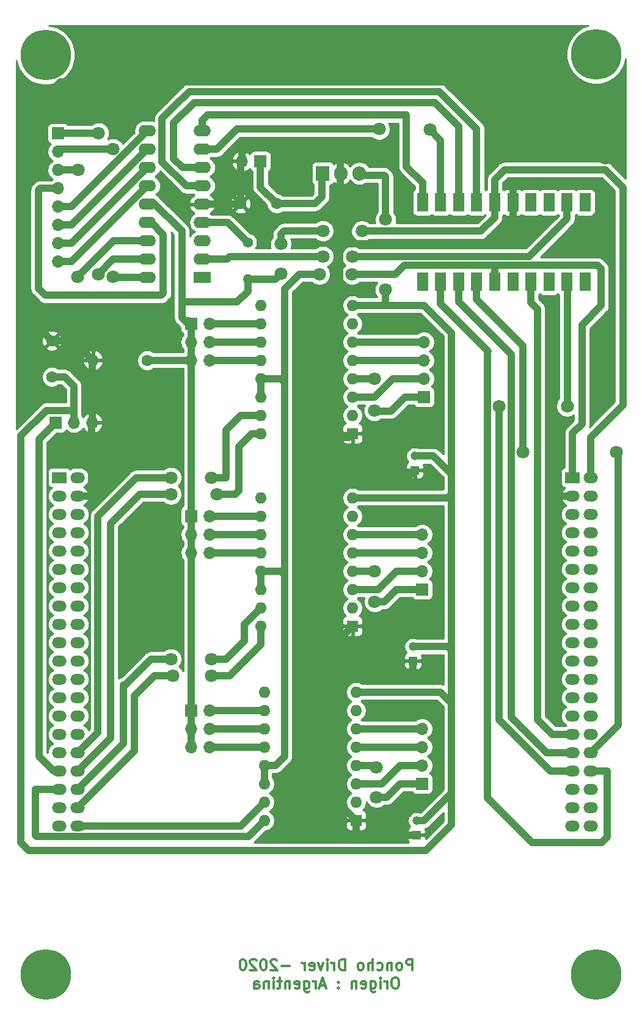
<source format=gbr>
%TF.GenerationSoftware,KiCad,Pcbnew,5.1.6-c6e7f7d~86~ubuntu18.04.1*%
%TF.CreationDate,2020-07-03T15:57:16-03:00*%
%TF.ProjectId,tpfinal_Driver,74706669-6e61-46c5-9f44-72697665722e,rev?*%
%TF.SameCoordinates,Original*%
%TF.FileFunction,Copper,L2,Bot*%
%TF.FilePolarity,Positive*%
%FSLAX46Y46*%
G04 Gerber Fmt 4.6, Leading zero omitted, Abs format (unit mm)*
G04 Created by KiCad (PCBNEW 5.1.6-c6e7f7d~86~ubuntu18.04.1) date 2020-07-03 15:57:16*
%MOMM*%
%LPD*%
G01*
G04 APERTURE LIST*
%TA.AperFunction,NonConductor*%
%ADD10C,0.300000*%
%TD*%
%TA.AperFunction,ComponentPad*%
%ADD11R,2.000000X1.524000*%
%TD*%
%TA.AperFunction,ComponentPad*%
%ADD12O,2.000000X1.524000*%
%TD*%
%TA.AperFunction,ComponentPad*%
%ADD13C,7.000000*%
%TD*%
%TA.AperFunction,ComponentPad*%
%ADD14O,1.600000X1.600000*%
%TD*%
%TA.AperFunction,ComponentPad*%
%ADD15R,1.600000X1.600000*%
%TD*%
%TA.AperFunction,ComponentPad*%
%ADD16R,1.200000X1.200000*%
%TD*%
%TA.AperFunction,ComponentPad*%
%ADD17C,1.200000*%
%TD*%
%TA.AperFunction,ComponentPad*%
%ADD18C,1.600000*%
%TD*%
%TA.AperFunction,ComponentPad*%
%ADD19O,1.700000X1.700000*%
%TD*%
%TA.AperFunction,ComponentPad*%
%ADD20R,1.700000X1.700000*%
%TD*%
%TA.AperFunction,ComponentPad*%
%ADD21C,1.400000*%
%TD*%
%TA.AperFunction,ComponentPad*%
%ADD22O,1.400000X1.400000*%
%TD*%
%TA.AperFunction,ComponentPad*%
%ADD23R,2.400000X1.600000*%
%TD*%
%TA.AperFunction,ComponentPad*%
%ADD24O,2.400000X1.600000*%
%TD*%
%TA.AperFunction,ComponentPad*%
%ADD25R,1.600000X2.524000*%
%TD*%
%TA.AperFunction,ComponentPad*%
%ADD26R,1.600000X2.540000*%
%TD*%
%TA.AperFunction,ComponentPad*%
%ADD27R,1.905000X2.000000*%
%TD*%
%TA.AperFunction,ComponentPad*%
%ADD28O,1.905000X2.000000*%
%TD*%
%TA.AperFunction,ViaPad*%
%ADD29C,1.800000*%
%TD*%
%TA.AperFunction,Conductor*%
%ADD30C,1.000000*%
%TD*%
%TA.AperFunction,Conductor*%
%ADD31C,0.254000*%
%TD*%
G04 APERTURE END LIST*
D10*
X106608571Y-163983571D02*
X106608571Y-162483571D01*
X106037142Y-162483571D01*
X105894285Y-162555000D01*
X105822857Y-162626428D01*
X105751428Y-162769285D01*
X105751428Y-162983571D01*
X105822857Y-163126428D01*
X105894285Y-163197857D01*
X106037142Y-163269285D01*
X106608571Y-163269285D01*
X104894285Y-163983571D02*
X105037142Y-163912142D01*
X105108571Y-163840714D01*
X105180000Y-163697857D01*
X105180000Y-163269285D01*
X105108571Y-163126428D01*
X105037142Y-163055000D01*
X104894285Y-162983571D01*
X104680000Y-162983571D01*
X104537142Y-163055000D01*
X104465714Y-163126428D01*
X104394285Y-163269285D01*
X104394285Y-163697857D01*
X104465714Y-163840714D01*
X104537142Y-163912142D01*
X104680000Y-163983571D01*
X104894285Y-163983571D01*
X103751428Y-162983571D02*
X103751428Y-163983571D01*
X103751428Y-163126428D02*
X103680000Y-163055000D01*
X103537142Y-162983571D01*
X103322857Y-162983571D01*
X103180000Y-163055000D01*
X103108571Y-163197857D01*
X103108571Y-163983571D01*
X101751428Y-163912142D02*
X101894285Y-163983571D01*
X102180000Y-163983571D01*
X102322857Y-163912142D01*
X102394285Y-163840714D01*
X102465714Y-163697857D01*
X102465714Y-163269285D01*
X102394285Y-163126428D01*
X102322857Y-163055000D01*
X102180000Y-162983571D01*
X101894285Y-162983571D01*
X101751428Y-163055000D01*
X101108571Y-163983571D02*
X101108571Y-162483571D01*
X100465714Y-163983571D02*
X100465714Y-163197857D01*
X100537142Y-163055000D01*
X100680000Y-162983571D01*
X100894285Y-162983571D01*
X101037142Y-163055000D01*
X101108571Y-163126428D01*
X99537142Y-163983571D02*
X99680000Y-163912142D01*
X99751428Y-163840714D01*
X99822857Y-163697857D01*
X99822857Y-163269285D01*
X99751428Y-163126428D01*
X99680000Y-163055000D01*
X99537142Y-162983571D01*
X99322857Y-162983571D01*
X99180000Y-163055000D01*
X99108571Y-163126428D01*
X99037142Y-163269285D01*
X99037142Y-163697857D01*
X99108571Y-163840714D01*
X99180000Y-163912142D01*
X99322857Y-163983571D01*
X99537142Y-163983571D01*
X97251428Y-163983571D02*
X97251428Y-162483571D01*
X96894285Y-162483571D01*
X96680000Y-162555000D01*
X96537142Y-162697857D01*
X96465714Y-162840714D01*
X96394285Y-163126428D01*
X96394285Y-163340714D01*
X96465714Y-163626428D01*
X96537142Y-163769285D01*
X96680000Y-163912142D01*
X96894285Y-163983571D01*
X97251428Y-163983571D01*
X95751428Y-163983571D02*
X95751428Y-162983571D01*
X95751428Y-163269285D02*
X95680000Y-163126428D01*
X95608571Y-163055000D01*
X95465714Y-162983571D01*
X95322857Y-162983571D01*
X94822857Y-163983571D02*
X94822857Y-162983571D01*
X94822857Y-162483571D02*
X94894285Y-162555000D01*
X94822857Y-162626428D01*
X94751428Y-162555000D01*
X94822857Y-162483571D01*
X94822857Y-162626428D01*
X94251428Y-162983571D02*
X93894285Y-163983571D01*
X93537142Y-162983571D01*
X92394285Y-163912142D02*
X92537142Y-163983571D01*
X92822857Y-163983571D01*
X92965714Y-163912142D01*
X93037142Y-163769285D01*
X93037142Y-163197857D01*
X92965714Y-163055000D01*
X92822857Y-162983571D01*
X92537142Y-162983571D01*
X92394285Y-163055000D01*
X92322857Y-163197857D01*
X92322857Y-163340714D01*
X93037142Y-163483571D01*
X91680000Y-163983571D02*
X91680000Y-162983571D01*
X91680000Y-163269285D02*
X91608571Y-163126428D01*
X91537142Y-163055000D01*
X91394285Y-162983571D01*
X91251428Y-162983571D01*
X89608571Y-163412142D02*
X88465714Y-163412142D01*
X87822857Y-162626428D02*
X87751428Y-162555000D01*
X87608571Y-162483571D01*
X87251428Y-162483571D01*
X87108571Y-162555000D01*
X87037142Y-162626428D01*
X86965714Y-162769285D01*
X86965714Y-162912142D01*
X87037142Y-163126428D01*
X87894285Y-163983571D01*
X86965714Y-163983571D01*
X86037142Y-162483571D02*
X85894285Y-162483571D01*
X85751428Y-162555000D01*
X85680000Y-162626428D01*
X85608571Y-162769285D01*
X85537142Y-163055000D01*
X85537142Y-163412142D01*
X85608571Y-163697857D01*
X85680000Y-163840714D01*
X85751428Y-163912142D01*
X85894285Y-163983571D01*
X86037142Y-163983571D01*
X86180000Y-163912142D01*
X86251428Y-163840714D01*
X86322857Y-163697857D01*
X86394285Y-163412142D01*
X86394285Y-163055000D01*
X86322857Y-162769285D01*
X86251428Y-162626428D01*
X86180000Y-162555000D01*
X86037142Y-162483571D01*
X84965714Y-162626428D02*
X84894285Y-162555000D01*
X84751428Y-162483571D01*
X84394285Y-162483571D01*
X84251428Y-162555000D01*
X84180000Y-162626428D01*
X84108571Y-162769285D01*
X84108571Y-162912142D01*
X84180000Y-163126428D01*
X85037142Y-163983571D01*
X84108571Y-163983571D01*
X83180000Y-162483571D02*
X83037142Y-162483571D01*
X82894285Y-162555000D01*
X82822857Y-162626428D01*
X82751428Y-162769285D01*
X82680000Y-163055000D01*
X82680000Y-163412142D01*
X82751428Y-163697857D01*
X82822857Y-163840714D01*
X82894285Y-163912142D01*
X83037142Y-163983571D01*
X83180000Y-163983571D01*
X83322857Y-163912142D01*
X83394285Y-163840714D01*
X83465714Y-163697857D01*
X83537142Y-163412142D01*
X83537142Y-163055000D01*
X83465714Y-162769285D01*
X83394285Y-162626428D01*
X83322857Y-162555000D01*
X83180000Y-162483571D01*
X104394285Y-165033571D02*
X104108571Y-165033571D01*
X103965714Y-165105000D01*
X103822857Y-165247857D01*
X103751428Y-165533571D01*
X103751428Y-166033571D01*
X103822857Y-166319285D01*
X103965714Y-166462142D01*
X104108571Y-166533571D01*
X104394285Y-166533571D01*
X104537142Y-166462142D01*
X104680000Y-166319285D01*
X104751428Y-166033571D01*
X104751428Y-165533571D01*
X104680000Y-165247857D01*
X104537142Y-165105000D01*
X104394285Y-165033571D01*
X103108571Y-166533571D02*
X103108571Y-165533571D01*
X103108571Y-165819285D02*
X103037142Y-165676428D01*
X102965714Y-165605000D01*
X102822857Y-165533571D01*
X102680000Y-165533571D01*
X102180000Y-166533571D02*
X102180000Y-165533571D01*
X102180000Y-165033571D02*
X102251428Y-165105000D01*
X102180000Y-165176428D01*
X102108571Y-165105000D01*
X102180000Y-165033571D01*
X102180000Y-165176428D01*
X100822857Y-165533571D02*
X100822857Y-166747857D01*
X100894285Y-166890714D01*
X100965714Y-166962142D01*
X101108571Y-167033571D01*
X101322857Y-167033571D01*
X101465714Y-166962142D01*
X100822857Y-166462142D02*
X100965714Y-166533571D01*
X101251428Y-166533571D01*
X101394285Y-166462142D01*
X101465714Y-166390714D01*
X101537142Y-166247857D01*
X101537142Y-165819285D01*
X101465714Y-165676428D01*
X101394285Y-165605000D01*
X101251428Y-165533571D01*
X100965714Y-165533571D01*
X100822857Y-165605000D01*
X99537142Y-166462142D02*
X99680000Y-166533571D01*
X99965714Y-166533571D01*
X100108571Y-166462142D01*
X100180000Y-166319285D01*
X100180000Y-165747857D01*
X100108571Y-165605000D01*
X99965714Y-165533571D01*
X99680000Y-165533571D01*
X99537142Y-165605000D01*
X99465714Y-165747857D01*
X99465714Y-165890714D01*
X100180000Y-166033571D01*
X98822857Y-165533571D02*
X98822857Y-166533571D01*
X98822857Y-165676428D02*
X98751428Y-165605000D01*
X98608571Y-165533571D01*
X98394285Y-165533571D01*
X98251428Y-165605000D01*
X98180000Y-165747857D01*
X98180000Y-166533571D01*
X96322857Y-166390714D02*
X96251428Y-166462142D01*
X96322857Y-166533571D01*
X96394285Y-166462142D01*
X96322857Y-166390714D01*
X96322857Y-166533571D01*
X96322857Y-165605000D02*
X96251428Y-165676428D01*
X96322857Y-165747857D01*
X96394285Y-165676428D01*
X96322857Y-165605000D01*
X96322857Y-165747857D01*
X94537142Y-166105000D02*
X93822857Y-166105000D01*
X94680000Y-166533571D02*
X94180000Y-165033571D01*
X93680000Y-166533571D01*
X93180000Y-166533571D02*
X93180000Y-165533571D01*
X93180000Y-165819285D02*
X93108571Y-165676428D01*
X93037142Y-165605000D01*
X92894285Y-165533571D01*
X92751428Y-165533571D01*
X91608571Y-165533571D02*
X91608571Y-166747857D01*
X91680000Y-166890714D01*
X91751428Y-166962142D01*
X91894285Y-167033571D01*
X92108571Y-167033571D01*
X92251428Y-166962142D01*
X91608571Y-166462142D02*
X91751428Y-166533571D01*
X92037142Y-166533571D01*
X92180000Y-166462142D01*
X92251428Y-166390714D01*
X92322857Y-166247857D01*
X92322857Y-165819285D01*
X92251428Y-165676428D01*
X92180000Y-165605000D01*
X92037142Y-165533571D01*
X91751428Y-165533571D01*
X91608571Y-165605000D01*
X90322857Y-166462142D02*
X90465714Y-166533571D01*
X90751428Y-166533571D01*
X90894285Y-166462142D01*
X90965714Y-166319285D01*
X90965714Y-165747857D01*
X90894285Y-165605000D01*
X90751428Y-165533571D01*
X90465714Y-165533571D01*
X90322857Y-165605000D01*
X90251428Y-165747857D01*
X90251428Y-165890714D01*
X90965714Y-166033571D01*
X89608571Y-165533571D02*
X89608571Y-166533571D01*
X89608571Y-165676428D02*
X89537142Y-165605000D01*
X89394285Y-165533571D01*
X89180000Y-165533571D01*
X89037142Y-165605000D01*
X88965714Y-165747857D01*
X88965714Y-166533571D01*
X88465714Y-165533571D02*
X87894285Y-165533571D01*
X88251428Y-165033571D02*
X88251428Y-166319285D01*
X88180000Y-166462142D01*
X88037142Y-166533571D01*
X87894285Y-166533571D01*
X87394285Y-166533571D02*
X87394285Y-165533571D01*
X87394285Y-165033571D02*
X87465714Y-165105000D01*
X87394285Y-165176428D01*
X87322857Y-165105000D01*
X87394285Y-165033571D01*
X87394285Y-165176428D01*
X86680000Y-165533571D02*
X86680000Y-166533571D01*
X86680000Y-165676428D02*
X86608571Y-165605000D01*
X86465714Y-165533571D01*
X86251428Y-165533571D01*
X86108571Y-165605000D01*
X86037142Y-165747857D01*
X86037142Y-166533571D01*
X84680000Y-166533571D02*
X84680000Y-165747857D01*
X84751428Y-165605000D01*
X84894285Y-165533571D01*
X85180000Y-165533571D01*
X85322857Y-165605000D01*
X84680000Y-166462142D02*
X84822857Y-166533571D01*
X85180000Y-166533571D01*
X85322857Y-166462142D01*
X85394285Y-166319285D01*
X85394285Y-166176428D01*
X85322857Y-166033571D01*
X85180000Y-165962142D01*
X84822857Y-165962142D01*
X84680000Y-165890714D01*
D11*
%TO.P,XA1,1*%
%TO.N,+3V3*%
X128778000Y-95758000D03*
D12*
%TO.P,XA1,2*%
%TO.N,+5V*%
X131318000Y-95758000D03*
%TO.P,XA1,11*%
%TO.N,Net-(XA1-Pad11)*%
X128778000Y-108458000D03*
%TO.P,XA1,4*%
%TO.N,Net-(XA1-Pad4)*%
X131318000Y-98298000D03*
%TO.P,XA1,13*%
%TO.N,Net-(XA1-Pad13)*%
X128778000Y-110998000D03*
%TO.P,XA1,6*%
%TO.N,Net-(XA1-Pad6)*%
X131318000Y-100838000D03*
%TO.P,XA1,15*%
%TO.N,Net-(XA1-Pad15)*%
X128778000Y-113538000D03*
%TO.P,XA1,8*%
%TO.N,Net-(XA1-Pad8)*%
X131318000Y-103378000D03*
%TO.P,XA1,17*%
%TO.N,Net-(XA1-Pad17)*%
X128778000Y-116078000D03*
%TO.P,XA1,10*%
%TO.N,Net-(XA1-Pad10)*%
X131318000Y-105918000D03*
%TO.P,XA1,19*%
%TO.N,Net-(XA1-Pad19)*%
X128778000Y-118618000D03*
%TO.P,XA1,12*%
%TO.N,Net-(XA1-Pad12)*%
X131318000Y-108458000D03*
%TO.P,XA1,21*%
%TO.N,Net-(XA1-Pad21)*%
X128778000Y-121158000D03*
%TO.P,XA1,14*%
%TO.N,Net-(XA1-Pad14)*%
X131318000Y-110998000D03*
%TO.P,XA1,23*%
%TO.N,Net-(XA1-Pad23)*%
X128778000Y-123698000D03*
%TO.P,XA1,16*%
%TO.N,Net-(XA1-Pad16)*%
X131318000Y-113538000D03*
%TO.P,XA1,25*%
%TO.N,Net-(XA1-Pad25)*%
X128778000Y-126238000D03*
%TO.P,XA1,18*%
%TO.N,Net-(XA1-Pad18)*%
X131318000Y-116078000D03*
%TO.P,XA1,27*%
%TO.N,Net-(XA1-Pad27)*%
X128778000Y-128778000D03*
%TO.P,XA1,20*%
%TO.N,Net-(XA1-Pad20)*%
X131318000Y-118618000D03*
%TO.P,XA1,29*%
%TO.N,Net-(U3-Pad7)*%
X128778000Y-131318000D03*
%TO.P,XA1,22*%
%TO.N,Net-(XA1-Pad22)*%
X131318000Y-121158000D03*
%TO.P,XA1,31*%
%TO.N,Net-(U3-Pad3)*%
X128778000Y-133858000D03*
%TO.P,XA1,24*%
%TO.N,Net-(XA1-Pad24)*%
X131318000Y-123698000D03*
%TO.P,XA1,26*%
%TO.N,Net-(XA1-Pad26)*%
X131318000Y-126238000D03*
%TO.P,XA1,33*%
%TO.N,Net-(U3-Pad9)*%
X128778000Y-136398000D03*
%TO.P,XA1,28*%
%TO.N,Net-(XA1-Pad28)*%
X131318000Y-128778000D03*
%TO.P,XA1,32*%
%TO.N,Net-(U3-Pad4)*%
X131318000Y-133858000D03*
%TO.P,XA1,34*%
%TO.N,Net-(U3-Pad2)*%
X131318000Y-136398000D03*
%TO.P,XA1,36*%
%TO.N,Net-(XA1-Pad36)*%
X131318000Y-138938000D03*
%TO.P,XA1,38*%
%TO.N,Net-(XA1-Pad38)*%
X131318000Y-141478000D03*
%TO.P,XA1,35*%
%TO.N,Net-(XA1-Pad35)*%
X128778000Y-138938000D03*
%TO.P,XA1,37*%
%TO.N,Net-(XA1-Pad37)*%
X128778000Y-141478000D03*
%TO.P,XA1,3*%
%TO.N,GND*%
X128778000Y-98298000D03*
%TO.P,XA1,5*%
%TO.N,Net-(XA1-Pad5)*%
X128778000Y-100838000D03*
%TO.P,XA1,7*%
%TO.N,Net-(XA1-Pad7)*%
X128778000Y-103378000D03*
%TO.P,XA1,9*%
%TO.N,Net-(XA1-Pad9)*%
X128778000Y-105918000D03*
%TO.P,XA1,39*%
%TO.N,Net-(XA1-Pad39)*%
X128778000Y-144018000D03*
%TO.P,XA1,40*%
%TO.N,Net-(XA1-Pad40)*%
X131318000Y-144018000D03*
%TO.P,XA1,30*%
%TO.N,Net-(XA1-Pad30)*%
X131318000Y-131318000D03*
D11*
%TO.P,XA1,41*%
%TO.N,+3.3VA*%
X57658000Y-95758000D03*
D12*
%TO.P,XA1,42*%
%TO.N,+5VA*%
X60198000Y-95758000D03*
%TO.P,XA1,43*%
%TO.N,Net-(XA1-Pad43)*%
X57658000Y-98298000D03*
%TO.P,XA1,44*%
%TO.N,GND*%
X60198000Y-98298000D03*
%TO.P,XA1,45*%
%TO.N,Net-(XA1-Pad45)*%
X57658000Y-100838000D03*
%TO.P,XA1,46*%
%TO.N,Net-(XA1-Pad46)*%
X60198000Y-100838000D03*
%TO.P,XA1,47*%
%TO.N,Net-(XA1-Pad47)*%
X57658000Y-103378000D03*
%TO.P,XA1,48*%
%TO.N,Net-(XA1-Pad48)*%
X60198000Y-103378000D03*
%TO.P,XA1,49*%
%TO.N,Net-(XA1-Pad49)*%
X57658000Y-105918000D03*
%TO.P,XA1,50*%
%TO.N,Net-(XA1-Pad50)*%
X60198000Y-105918000D03*
%TO.P,XA1,51*%
%TO.N,Net-(XA1-Pad51)*%
X57658000Y-108458000D03*
%TO.P,XA1,52*%
%TO.N,Net-(XA1-Pad52)*%
X60198000Y-108458000D03*
%TO.P,XA1,53*%
%TO.N,Net-(XA1-Pad53)*%
X57658000Y-110998000D03*
%TO.P,XA1,54*%
%TO.N,Net-(XA1-Pad54)*%
X60198000Y-110998000D03*
%TO.P,XA1,55*%
%TO.N,Net-(XA1-Pad55)*%
X57658000Y-113538000D03*
%TO.P,XA1,56*%
%TO.N,Net-(XA1-Pad56)*%
X60198000Y-113538000D03*
%TO.P,XA1,57*%
%TO.N,Net-(XA1-Pad57)*%
X57658000Y-116078000D03*
%TO.P,XA1,58*%
%TO.N,Net-(XA1-Pad58)*%
X60198000Y-116078000D03*
%TO.P,XA1,59*%
%TO.N,Net-(XA1-Pad59)*%
X57658000Y-118618000D03*
%TO.P,XA1,60*%
%TO.N,Net-(XA1-Pad60)*%
X60198000Y-118618000D03*
%TO.P,XA1,61*%
%TO.N,Net-(XA1-Pad61)*%
X57658000Y-121158000D03*
%TO.P,XA1,62*%
%TO.N,Net-(XA1-Pad62)*%
X60198000Y-121158000D03*
%TO.P,XA1,63*%
%TO.N,Net-(XA1-Pad63)*%
X57658000Y-123698000D03*
%TO.P,XA1,64*%
%TO.N,Net-(XA1-Pad64)*%
X60198000Y-123698000D03*
%TO.P,XA1,65*%
%TO.N,Net-(XA1-Pad65)*%
X57658000Y-126238000D03*
%TO.P,XA1,66*%
%TO.N,Net-(XA1-Pad66)*%
X60198000Y-126238000D03*
%TO.P,XA1,67*%
%TO.N,Net-(XA1-Pad67)*%
X57658000Y-128778000D03*
%TO.P,XA1,68*%
%TO.N,Net-(XA1-Pad68)*%
X60198000Y-128778000D03*
%TO.P,XA1,69*%
%TO.N,Net-(XA1-Pad69)*%
X57658000Y-131318000D03*
%TO.P,XA1,70*%
%TO.N,Net-(XA1-Pad70)*%
X60198000Y-131318000D03*
%TO.P,XA1,71*%
%TO.N,Net-(XA1-Pad71)*%
X57658000Y-133858000D03*
%TO.P,XA1,72*%
%TO.N,Net-(A1-Pad15)*%
X60198000Y-133858000D03*
%TO.P,XA1,73*%
%TO.N,Net-(J7-Pad1)*%
X57658000Y-136398000D03*
%TO.P,XA1,74*%
%TO.N,Net-(A1-Pad16)*%
X60198000Y-136398000D03*
%TO.P,XA1,75*%
%TO.N,Net-(A3-Pad16)*%
X57658000Y-138938000D03*
%TO.P,XA1,76*%
%TO.N,Net-(A2-Pad15)*%
X60198000Y-138938000D03*
%TO.P,XA1,77*%
%TO.N,Net-(XA1-Pad77)*%
X57658000Y-141478000D03*
%TO.P,XA1,78*%
%TO.N,Net-(A2-Pad16)*%
X60198000Y-141478000D03*
%TO.P,XA1,79*%
%TO.N,Net-(XA1-Pad79)*%
X57658000Y-144018000D03*
%TO.P,XA1,80*%
%TO.N,Net-(A3-Pad15)*%
X60198000Y-144018000D03*
D13*
%TO.P,XA1,~*%
%TO.N,N/C*%
X55753000Y-164592000D03*
X132080000Y-164592000D03*
X55753000Y-37211000D03*
X132080000Y-37084000D03*
%TD*%
D14*
%TO.P,A1,16*%
%TO.N,Net-(A1-Pad16)*%
X85598000Y-89662000D03*
%TO.P,A1,8*%
%TO.N,+12V*%
X98298000Y-71882000D03*
%TO.P,A1,15*%
%TO.N,Net-(A1-Pad15)*%
X85598000Y-87122000D03*
%TO.P,A1,7*%
%TO.N,Net-(A1-Pad7)*%
X98298000Y-74422000D03*
%TO.P,A1,14*%
%TO.N,+3V3*%
X85598000Y-84582000D03*
%TO.P,A1,6*%
%TO.N,Net-(A1-Pad6)*%
X98298000Y-76962000D03*
%TO.P,A1,13*%
%TO.N,+3V3*%
X85598000Y-82042000D03*
%TO.P,A1,5*%
%TO.N,Net-(A1-Pad5)*%
X98298000Y-79502000D03*
%TO.P,A1,12*%
%TO.N,Net-(A1-Pad12)*%
X85598000Y-79502000D03*
%TO.P,A1,4*%
%TO.N,Net-(A1-Pad4)*%
X98298000Y-82042000D03*
%TO.P,A1,11*%
%TO.N,Net-(A1-Pad11)*%
X85598000Y-76962000D03*
%TO.P,A1,3*%
%TO.N,Net-(A1-Pad3)*%
X98298000Y-84582000D03*
%TO.P,A1,10*%
%TO.N,Net-(A1-Pad10)*%
X85598000Y-74422000D03*
%TO.P,A1,2*%
%TO.N,Net-(A1-Pad2)*%
X98298000Y-87122000D03*
%TO.P,A1,9*%
%TO.N,Net-(A1-Pad9)*%
X85598000Y-71882000D03*
D15*
%TO.P,A1,1*%
%TO.N,GND*%
X98298000Y-89662000D03*
%TD*%
%TO.P,A2,1*%
%TO.N,GND*%
X98298000Y-116332000D03*
D14*
%TO.P,A2,9*%
%TO.N,Net-(A2-Pad9)*%
X85598000Y-98552000D03*
%TO.P,A2,2*%
%TO.N,Net-(A2-Pad2)*%
X98298000Y-113792000D03*
%TO.P,A2,10*%
%TO.N,Net-(A2-Pad10)*%
X85598000Y-101092000D03*
%TO.P,A2,3*%
%TO.N,Net-(A2-Pad3)*%
X98298000Y-111252000D03*
%TO.P,A2,11*%
%TO.N,Net-(A2-Pad11)*%
X85598000Y-103632000D03*
%TO.P,A2,4*%
%TO.N,Net-(A2-Pad4)*%
X98298000Y-108712000D03*
%TO.P,A2,12*%
%TO.N,Net-(A2-Pad12)*%
X85598000Y-106172000D03*
%TO.P,A2,5*%
%TO.N,Net-(A2-Pad5)*%
X98298000Y-106172000D03*
%TO.P,A2,13*%
%TO.N,+3V3*%
X85598000Y-108712000D03*
%TO.P,A2,6*%
%TO.N,Net-(A2-Pad6)*%
X98298000Y-103632000D03*
%TO.P,A2,14*%
%TO.N,+3V3*%
X85598000Y-111252000D03*
%TO.P,A2,7*%
%TO.N,Net-(A2-Pad7)*%
X98298000Y-101092000D03*
%TO.P,A2,15*%
%TO.N,Net-(A2-Pad15)*%
X85598000Y-113792000D03*
%TO.P,A2,8*%
%TO.N,+12V*%
X98298000Y-98552000D03*
%TO.P,A2,16*%
%TO.N,Net-(A2-Pad16)*%
X85598000Y-116332000D03*
%TD*%
D15*
%TO.P,A3,1*%
%TO.N,GND*%
X98806000Y-143256000D03*
D14*
%TO.P,A3,9*%
%TO.N,Net-(A3-Pad9)*%
X86106000Y-125476000D03*
%TO.P,A3,2*%
%TO.N,Net-(A3-Pad2)*%
X98806000Y-140716000D03*
%TO.P,A3,10*%
%TO.N,Net-(A3-Pad10)*%
X86106000Y-128016000D03*
%TO.P,A3,3*%
%TO.N,Net-(A3-Pad3)*%
X98806000Y-138176000D03*
%TO.P,A3,11*%
%TO.N,Net-(A3-Pad11)*%
X86106000Y-130556000D03*
%TO.P,A3,4*%
%TO.N,Net-(A3-Pad4)*%
X98806000Y-135636000D03*
%TO.P,A3,12*%
%TO.N,Net-(A3-Pad12)*%
X86106000Y-133096000D03*
%TO.P,A3,5*%
%TO.N,Net-(A3-Pad5)*%
X98806000Y-133096000D03*
%TO.P,A3,13*%
%TO.N,+3V3*%
X86106000Y-135636000D03*
%TO.P,A3,6*%
%TO.N,Net-(A3-Pad6)*%
X98806000Y-130556000D03*
%TO.P,A3,14*%
%TO.N,+3V3*%
X86106000Y-138176000D03*
%TO.P,A3,7*%
%TO.N,Net-(A3-Pad7)*%
X98806000Y-128016000D03*
%TO.P,A3,15*%
%TO.N,Net-(A3-Pad15)*%
X86106000Y-140716000D03*
%TO.P,A3,8*%
%TO.N,+12V*%
X98806000Y-125476000D03*
%TO.P,A3,16*%
%TO.N,Net-(A3-Pad16)*%
X86106000Y-143256000D03*
%TD*%
D16*
%TO.P,C1,1*%
%TO.N,GND*%
X106934000Y-94742000D03*
D17*
%TO.P,C1,2*%
%TO.N,+12V*%
X106934000Y-92742000D03*
%TD*%
D16*
%TO.P,C2,1*%
%TO.N,GND*%
X106680000Y-121158000D03*
D17*
%TO.P,C2,2*%
%TO.N,+12V*%
X106680000Y-119158000D03*
%TD*%
%TO.P,C3,2*%
%TO.N,+12V*%
X107188000Y-143288000D03*
D16*
%TO.P,C3,1*%
%TO.N,GND*%
X107188000Y-145288000D03*
%TD*%
D18*
%TO.P,C4,1*%
%TO.N,Net-(C4-Pad1)*%
X87790000Y-57780000D03*
%TO.P,C4,2*%
%TO.N,GND*%
X82790000Y-57780000D03*
%TD*%
%TO.P,C5,2*%
%TO.N,GND*%
X56642000Y-76788000D03*
%TO.P,C5,1*%
%TO.N,+12V*%
X56642000Y-81788000D03*
%TD*%
%TO.P,C7,1*%
%TO.N,+5V*%
X69850000Y-79502000D03*
D14*
%TO.P,C7,2*%
%TO.N,GND*%
X62350000Y-79502000D03*
%TD*%
D19*
%TO.P,J1,4*%
%TO.N,Net-(A1-Pad6)*%
X108204000Y-76962000D03*
%TO.P,J1,3*%
%TO.N,Net-(A1-Pad5)*%
X108204000Y-79502000D03*
%TO.P,J1,2*%
%TO.N,Net-(A1-Pad3)*%
X108204000Y-82042000D03*
D20*
%TO.P,J1,1*%
%TO.N,Net-(A1-Pad4)*%
X108204000Y-84582000D03*
%TD*%
%TO.P,J2,1*%
%TO.N,Net-(A2-Pad4)*%
X107950000Y-111252000D03*
D19*
%TO.P,J2,2*%
%TO.N,Net-(A2-Pad3)*%
X107950000Y-108712000D03*
%TO.P,J2,3*%
%TO.N,Net-(A2-Pad5)*%
X107950000Y-106172000D03*
%TO.P,J2,4*%
%TO.N,Net-(A2-Pad6)*%
X107950000Y-103632000D03*
%TD*%
D20*
%TO.P,J3,1*%
%TO.N,Net-(A3-Pad4)*%
X107950000Y-138176000D03*
D19*
%TO.P,J3,2*%
%TO.N,Net-(A3-Pad3)*%
X107950000Y-135636000D03*
%TO.P,J3,3*%
%TO.N,Net-(A3-Pad5)*%
X107950000Y-133096000D03*
%TO.P,J3,4*%
%TO.N,Net-(A3-Pad6)*%
X107950000Y-130556000D03*
%TD*%
%TO.P,J4,6*%
%TO.N,Net-(A3-Pad12)*%
X78486000Y-133096000D03*
%TO.P,J4,5*%
%TO.N,+5V*%
X75946000Y-133096000D03*
%TO.P,J4,4*%
%TO.N,Net-(A3-Pad11)*%
X78486000Y-130556000D03*
%TO.P,J4,3*%
%TO.N,+5V*%
X75946000Y-130556000D03*
%TO.P,J4,2*%
%TO.N,Net-(A3-Pad10)*%
X78486000Y-128016000D03*
D20*
%TO.P,J4,1*%
%TO.N,+5V*%
X75946000Y-128016000D03*
%TD*%
%TO.P,J5,1*%
%TO.N,+5V*%
X75946000Y-101092000D03*
D19*
%TO.P,J5,2*%
%TO.N,Net-(A2-Pad10)*%
X78486000Y-101092000D03*
%TO.P,J5,3*%
%TO.N,+5V*%
X75946000Y-103632000D03*
%TO.P,J5,4*%
%TO.N,Net-(A2-Pad11)*%
X78486000Y-103632000D03*
%TO.P,J5,5*%
%TO.N,+5V*%
X75946000Y-106172000D03*
%TO.P,J5,6*%
%TO.N,Net-(A2-Pad12)*%
X78486000Y-106172000D03*
%TD*%
D20*
%TO.P,J6,1*%
%TO.N,+5V*%
X75946000Y-74422000D03*
D19*
%TO.P,J6,2*%
%TO.N,Net-(A1-Pad10)*%
X78486000Y-74422000D03*
%TO.P,J6,3*%
%TO.N,+5V*%
X75946000Y-76962000D03*
%TO.P,J6,4*%
%TO.N,Net-(A1-Pad11)*%
X78486000Y-76962000D03*
%TO.P,J6,5*%
%TO.N,+5V*%
X75946000Y-79502000D03*
%TO.P,J6,6*%
%TO.N,Net-(A1-Pad12)*%
X78486000Y-79502000D03*
%TD*%
D20*
%TO.P,J7,1*%
%TO.N,Net-(J7-Pad1)*%
X57150000Y-88138000D03*
D19*
%TO.P,J7,2*%
%TO.N,+12V*%
X59690000Y-88138000D03*
%TO.P,J7,3*%
%TO.N,GND*%
X62230000Y-88138000D03*
%TD*%
D20*
%TO.P,J8,1*%
%TO.N,Net-(J8-Pad1)*%
X57480000Y-48050000D03*
D19*
%TO.P,J8,2*%
%TO.N,Net-(J8-Pad2)*%
X57480000Y-50590000D03*
%TO.P,J8,3*%
%TO.N,Net-(J8-Pad3)*%
X57480000Y-53130000D03*
%TO.P,J8,4*%
%TO.N,Net-(J8-Pad4)*%
X57480000Y-55670000D03*
%TO.P,J8,5*%
%TO.N,Net-(J8-Pad5)*%
X57480000Y-58210000D03*
%TO.P,J8,6*%
%TO.N,Net-(J8-Pad6)*%
X57480000Y-60750000D03*
%TO.P,J8,7*%
%TO.N,Net-(J8-Pad7)*%
X57480000Y-63290000D03*
%TO.P,J8,8*%
%TO.N,Net-(J8-Pad8)*%
X57480000Y-65830000D03*
%TD*%
D20*
%TO.P,J9,1*%
%TO.N,Net-(C4-Pad1)*%
X85530000Y-51920000D03*
D19*
%TO.P,J9,2*%
%TO.N,GND*%
X82990000Y-51920000D03*
%TD*%
D21*
%TO.P,R1,1*%
%TO.N,Net-(R1-Pad1)*%
X83780000Y-63160000D03*
D22*
%TO.P,R1,2*%
%TO.N,+5V*%
X83780000Y-68240000D03*
%TD*%
D23*
%TO.P,U2,1*%
%TO.N,Net-(U2-Pad1)*%
X77480000Y-68020000D03*
D24*
%TO.P,U2,10*%
%TO.N,Net-(J8-Pad5)*%
X69860000Y-47700000D03*
%TO.P,U2,2*%
%TO.N,/reg12*%
X77480000Y-65480000D03*
%TO.P,U2,11*%
%TO.N,Net-(J8-Pad6)*%
X69860000Y-50240000D03*
%TO.P,U2,3*%
%TO.N,Net-(U2-Pad3)*%
X77480000Y-62940000D03*
%TO.P,U2,12*%
%TO.N,Net-(J8-Pad7)*%
X69860000Y-52780000D03*
%TO.P,U2,4*%
%TO.N,Net-(R1-Pad1)*%
X77480000Y-60400000D03*
%TO.P,U2,13*%
%TO.N,Net-(J8-Pad8)*%
X69860000Y-55320000D03*
%TO.P,U2,5*%
%TO.N,GND*%
X77480000Y-57860000D03*
%TO.P,U2,14*%
%TO.N,+5V*%
X69860000Y-57860000D03*
%TO.P,U2,6*%
%TO.N,Net-(U2-Pad6)*%
X77480000Y-55320000D03*
%TO.P,U2,15*%
%TO.N,Net-(J8-Pad4)*%
X69860000Y-60400000D03*
%TO.P,U2,7*%
%TO.N,Net-(U2-Pad7)*%
X77480000Y-52780000D03*
%TO.P,U2,16*%
%TO.N,Net-(J8-Pad3)*%
X69860000Y-62940000D03*
%TO.P,U2,8*%
%TO.N,Net-(U2-Pad8)*%
X77480000Y-50240000D03*
%TO.P,U2,17*%
%TO.N,Net-(J8-Pad1)*%
X69860000Y-65480000D03*
%TO.P,U2,9*%
%TO.N,Net-(U2-Pad9)*%
X77480000Y-47700000D03*
%TO.P,U2,18*%
%TO.N,Net-(J8-Pad2)*%
X69860000Y-68020000D03*
%TD*%
D25*
%TO.P,U3,10*%
%TO.N,Net-(U3-Pad10)*%
X130526000Y-68612000D03*
D26*
%TO.P,U3,9*%
%TO.N,Net-(U3-Pad9)*%
X128026000Y-68612000D03*
%TO.P,U3,8*%
%TO.N,Net-(U3-Pad8)*%
X125526000Y-68612000D03*
%TO.P,U3,7*%
%TO.N,Net-(U3-Pad7)*%
X123026000Y-68612000D03*
%TO.P,U3,6*%
%TO.N,Net-(U3-Pad6)*%
X120526000Y-68612000D03*
%TO.P,U3,5*%
%TO.N,+3V3*%
X118026000Y-68612000D03*
%TO.P,U3,4*%
%TO.N,Net-(U3-Pad4)*%
X115526000Y-68612000D03*
%TO.P,U3,3*%
%TO.N,Net-(U3-Pad3)*%
X113026000Y-68612000D03*
%TO.P,U3,2*%
%TO.N,Net-(U3-Pad2)*%
X110526000Y-68612000D03*
%TO.P,U3,1*%
%TO.N,Net-(U3-Pad1)*%
X108026000Y-68612000D03*
%TO.P,U3,20*%
%TO.N,Net-(U2-Pad9)*%
X108026000Y-57612000D03*
%TO.P,U3,18*%
%TO.N,Net-(U2-Pad7)*%
X113026000Y-57612000D03*
%TO.P,U3,12*%
%TO.N,/reg12*%
X128026000Y-57612000D03*
%TO.P,U3,15*%
%TO.N,GND*%
X120526000Y-57612000D03*
%TO.P,U3,16*%
%TO.N,+5V*%
X118026000Y-57612000D03*
%TO.P,U3,19*%
%TO.N,Net-(U2-Pad8)*%
X110526000Y-57612000D03*
%TO.P,U3,14*%
%TO.N,Net-(U3-Pad14)*%
X123026000Y-57612000D03*
%TO.P,U3,13*%
%TO.N,Net-(U3-Pad13)*%
X125526000Y-57612000D03*
D25*
%TO.P,U3,11*%
%TO.N,Net-(U3-Pad11)*%
X130526000Y-57612000D03*
D26*
%TO.P,U3,17*%
%TO.N,Net-(U2-Pad6)*%
X115526000Y-57612000D03*
%TD*%
D27*
%TO.P,U1,1*%
%TO.N,Net-(C4-Pad1)*%
X94180000Y-53580000D03*
D28*
%TO.P,U1,2*%
%TO.N,GND*%
X96720000Y-53580000D03*
%TO.P,U1,3*%
%TO.N,+12V*%
X99260000Y-53580000D03*
%TD*%
D29*
%TO.N,Net-(A1-Pad16)*%
X73152000Y-98044000D03*
X79502000Y-98044000D03*
%TO.N,+12V*%
X102890000Y-59990000D03*
X102840000Y-69710000D03*
%TO.N,Net-(A1-Pad15)*%
X73152000Y-95758000D03*
X78740000Y-95758000D03*
%TO.N,+3V3*%
X93726000Y-67564000D03*
X98234000Y-67564000D03*
%TO.N,Net-(A1-Pad4)*%
X101346000Y-82042000D03*
X101330000Y-86480000D03*
%TO.N,GND*%
X125990000Y-80810000D03*
X133383653Y-51486353D03*
X133340000Y-56250000D03*
X132570000Y-80960000D03*
%TO.N,Net-(A2-Pad4)*%
X101346000Y-108712000D03*
X101380000Y-112930000D03*
%TO.N,Net-(A2-Pad15)*%
X73152000Y-120904000D03*
X78740000Y-120904000D03*
%TO.N,Net-(A2-Pad16)*%
X73406000Y-123190000D03*
X78740000Y-123190000D03*
%TO.N,Net-(A3-Pad4)*%
X101600000Y-135890000D03*
X101630000Y-140030000D03*
%TO.N,+5V*%
X94220000Y-61550000D03*
X88360000Y-67540000D03*
X88360000Y-63370000D03*
X99620000Y-61600000D03*
%TO.N,Net-(J8-Pad1)*%
X63060000Y-67561998D03*
X63100000Y-48010000D03*
%TO.N,Net-(J8-Pad2)*%
X65100000Y-67890000D03*
X65083629Y-50213629D03*
%TO.N,Net-(J8-Pad3)*%
X60220000Y-67950000D03*
X60280000Y-53080000D03*
%TO.N,/reg12*%
X94210000Y-65100000D03*
X98270000Y-65140000D03*
%TO.N,Net-(U2-Pad8)*%
X102010000Y-47470000D03*
X109030000Y-47520000D03*
%TO.N,Net-(U3-Pad4)*%
X134874000Y-92202000D03*
X121920000Y-92202000D03*
%TO.N,Net-(U3-Pad9)*%
X128060000Y-85850000D03*
X118618000Y-85852000D03*
%TD*%
D30*
%TO.N,Net-(A1-Pad16)*%
X64770000Y-131826000D02*
X64770000Y-102870000D01*
X60198000Y-136398000D02*
X64770000Y-131826000D01*
X64770000Y-102870000D02*
X64770000Y-102108000D01*
X64770000Y-102108000D02*
X68834000Y-98044000D01*
X68834000Y-98044000D02*
X73152000Y-98044000D01*
X79502000Y-98044000D02*
X82042000Y-98044000D01*
X82550000Y-91440000D02*
X84328000Y-89662000D01*
X82042000Y-98044000D02*
X82550000Y-97536000D01*
X82550000Y-97536000D02*
X82550000Y-91440000D01*
X84328000Y-89662000D02*
X85598000Y-89662000D01*
%TO.N,+12V*%
X107188000Y-143288000D02*
X108172000Y-143288000D01*
X108172000Y-143288000D02*
X112014000Y-139446000D01*
X111538000Y-119158000D02*
X112014000Y-119634000D01*
X106680000Y-119158000D02*
X111538000Y-119158000D01*
X110490000Y-125476000D02*
X112014000Y-127000000D01*
X98806000Y-125476000D02*
X110490000Y-125476000D01*
X112014000Y-127000000D02*
X112014000Y-119634000D01*
X111506000Y-98552000D02*
X112014000Y-98044000D01*
X98298000Y-98552000D02*
X111506000Y-98552000D01*
X112014000Y-119634000D02*
X112014000Y-98044000D01*
X112014000Y-95250000D02*
X112014000Y-98044000D01*
X106934000Y-92742000D02*
X109506000Y-92742000D01*
X109506000Y-92742000D02*
X112014000Y-95250000D01*
X112014000Y-75692000D02*
X112014000Y-95250000D01*
X108204000Y-71882000D02*
X112014000Y-75692000D01*
X56642000Y-81788000D02*
X58420000Y-81788000D01*
X58420000Y-81788000D02*
X59690000Y-83058000D01*
X55887998Y-86440000D02*
X52350000Y-89977998D01*
X59690000Y-86440000D02*
X55887998Y-86440000D01*
X59690000Y-86440000D02*
X59690000Y-88138000D01*
X59690000Y-83058000D02*
X59690000Y-86440000D01*
X52350000Y-89977998D02*
X52350000Y-146360000D01*
X53450000Y-147460000D02*
X108420000Y-147460000D01*
X52350000Y-146360000D02*
X53450000Y-147460000D01*
X112014000Y-138796000D02*
X112014000Y-127000000D01*
X112014000Y-139446000D02*
X112014000Y-138796000D01*
X112014000Y-143866000D02*
X108420000Y-147460000D01*
X112014000Y-139446000D02*
X112014000Y-143866000D01*
X99330000Y-54060000D02*
X99110000Y-53840000D01*
X99110000Y-53840000D02*
X102680000Y-53840000D01*
X102680000Y-53840000D02*
X102890000Y-54050000D01*
X102890000Y-54050000D02*
X102890000Y-59990000D01*
X102840000Y-71880000D02*
X102842000Y-71882000D01*
X102840000Y-69710000D02*
X102840000Y-71880000D01*
X98298000Y-71882000D02*
X102842000Y-71882000D01*
X102842000Y-71882000D02*
X108204000Y-71882000D01*
%TO.N,Net-(A1-Pad15)*%
X62992000Y-131064000D02*
X62992000Y-102362000D01*
X60198000Y-133858000D02*
X62992000Y-131064000D01*
X62992000Y-102362000D02*
X62992000Y-101346000D01*
X62992000Y-101346000D02*
X62992000Y-101092000D01*
X62992000Y-101092000D02*
X68326000Y-95758000D01*
X68326000Y-95758000D02*
X73152000Y-95758000D01*
X82804000Y-87122000D02*
X85598000Y-87122000D01*
X80772000Y-89154000D02*
X82804000Y-87122000D01*
X80772000Y-95758000D02*
X80772000Y-89154000D01*
X78740000Y-95758000D02*
X80772000Y-95758000D01*
%TO.N,+3V3*%
X88392000Y-108712000D02*
X85598000Y-108712000D01*
X88900000Y-109220000D02*
X88392000Y-108712000D01*
X85598000Y-111252000D02*
X85598000Y-108712000D01*
X86106000Y-138176000D02*
X86106000Y-135636000D01*
X87630000Y-135636000D02*
X88900000Y-134366000D01*
X86106000Y-135636000D02*
X87630000Y-135636000D01*
X88900000Y-134366000D02*
X88900000Y-109220000D01*
X88900000Y-109220000D02*
X88900000Y-82550000D01*
X88392000Y-82042000D02*
X85598000Y-82042000D01*
X88900000Y-82550000D02*
X88392000Y-82042000D01*
X85598000Y-84582000D02*
X85598000Y-82042000D01*
X93726000Y-67564000D02*
X90932000Y-67564000D01*
X90932000Y-67564000D02*
X88900000Y-69596000D01*
X88900000Y-69596000D02*
X88900000Y-82550000D01*
X118026000Y-68612000D02*
X118026000Y-66654000D01*
X105510000Y-66310010D02*
X118369990Y-66310010D01*
X98234000Y-67564000D02*
X104256010Y-67564000D01*
X104256010Y-67564000D02*
X105510000Y-66310010D01*
X128778000Y-90678000D02*
X128778000Y-95758000D01*
X128778000Y-89612000D02*
X128778000Y-90678000D01*
X118026000Y-66654000D02*
X118369990Y-66310010D01*
X132220008Y-66310010D02*
X132769999Y-66860001D01*
X118369990Y-66310010D02*
X132220008Y-66310010D01*
X132769999Y-66860001D02*
X132769999Y-71940001D01*
X132769999Y-71940001D02*
X130090000Y-74620000D01*
X130090000Y-88300000D02*
X128778000Y-89612000D01*
X130090000Y-74620000D02*
X130090000Y-88300000D01*
%TO.N,Net-(A1-Pad6)*%
X98298000Y-76962000D02*
X108204000Y-76962000D01*
%TO.N,Net-(A1-Pad5)*%
X98298000Y-79502000D02*
X108204000Y-79502000D01*
%TO.N,Net-(A1-Pad12)*%
X78486000Y-79502000D02*
X85598000Y-79502000D01*
%TO.N,Net-(A1-Pad4)*%
X98298000Y-82042000D02*
X101346000Y-82042000D01*
X101430000Y-86530000D02*
X103630000Y-86530000D01*
X105578000Y-84582000D02*
X108204000Y-84582000D01*
X103630000Y-86530000D02*
X105578000Y-84582000D01*
%TO.N,Net-(A1-Pad11)*%
X78486000Y-76962000D02*
X85598000Y-76962000D01*
%TO.N,Net-(A1-Pad3)*%
X98298000Y-84582000D02*
X101346000Y-84582000D01*
X103886000Y-82042000D02*
X108204000Y-82042000D01*
X101346000Y-84582000D02*
X103886000Y-82042000D01*
%TO.N,Net-(A1-Pad10)*%
X78486000Y-74422000D02*
X85598000Y-74422000D01*
%TO.N,GND*%
X62230000Y-79622000D02*
X62350000Y-79502000D01*
X62230000Y-88138000D02*
X62230000Y-79622000D01*
X98806000Y-143256000D02*
X96520000Y-140970000D01*
X96520000Y-118110000D02*
X98298000Y-116332000D01*
X96520000Y-121666000D02*
X96520000Y-118110000D01*
X97790000Y-90170000D02*
X98298000Y-89662000D01*
X96520000Y-90170000D02*
X97790000Y-90170000D01*
X106680000Y-121158000D02*
X106680000Y-122682000D01*
X97028000Y-122682000D02*
X96520000Y-122174000D01*
X106680000Y-122682000D02*
X97028000Y-122682000D01*
X96520000Y-140970000D02*
X96520000Y-122174000D01*
X96520000Y-122174000D02*
X96520000Y-121666000D01*
X105410000Y-96266000D02*
X106934000Y-94742000D01*
X96520000Y-96266000D02*
X105410000Y-96266000D01*
X96520000Y-96266000D02*
X96520000Y-90170000D01*
X96520000Y-118110000D02*
X96520000Y-96266000D01*
X59636000Y-76788000D02*
X62350000Y-79502000D01*
X56642000Y-76788000D02*
X59636000Y-76788000D01*
X121310000Y-54760000D02*
X132290000Y-54760000D01*
X120526000Y-57612000D02*
X120526000Y-55544000D01*
X120526000Y-55544000D02*
X121310000Y-54760000D01*
X127347300Y-45450000D02*
X127843650Y-45946350D01*
X127843650Y-45946350D02*
X133383653Y-51486353D01*
X99168000Y-145288000D02*
X98806000Y-144926000D01*
X107188000Y-145288000D02*
X99168000Y-145288000D01*
X98806000Y-144926000D02*
X98806000Y-143256000D01*
X82710000Y-57860000D02*
X82790000Y-57780000D01*
X77480000Y-57860000D02*
X82710000Y-57860000D01*
X82790000Y-52120000D02*
X82990000Y-51920000D01*
X82790000Y-57780000D02*
X82790000Y-52120000D01*
X82990000Y-50717919D02*
X84650000Y-49057919D01*
X82990000Y-51920000D02*
X82990000Y-50717919D01*
X84650000Y-49057919D02*
X95697919Y-49057919D01*
X96570000Y-49930000D02*
X96570000Y-53840000D01*
X95697919Y-49057919D02*
X96570000Y-49930000D01*
X96570000Y-55280000D02*
X96570000Y-53840000D01*
X96520000Y-55330000D02*
X96570000Y-55280000D01*
X120526000Y-57612000D02*
X120526000Y-60885980D01*
X96520000Y-90170000D02*
X96520000Y-64000000D01*
X123357299Y-41459999D02*
X127843650Y-45946350D01*
X57790000Y-40950000D02*
X122847300Y-40950000D01*
X122847300Y-40950000D02*
X123357299Y-41459999D01*
X56642000Y-76788000D02*
X53230000Y-73376000D01*
X53230000Y-45510000D02*
X57790000Y-40950000D01*
X53230000Y-73376000D02*
X53230000Y-45510000D01*
X132615000Y-55085000D02*
X132290000Y-54760000D01*
X132615000Y-56145000D02*
X133365000Y-56145000D01*
X132615000Y-56145000D02*
X132615000Y-55085000D01*
X104070990Y-63370990D02*
X118040990Y-63370990D01*
X104060000Y-63360000D02*
X104070990Y-63370990D01*
X96520000Y-63360000D02*
X104060000Y-63360000D01*
X96520000Y-64000000D02*
X96520000Y-63360000D01*
X96520000Y-63360000D02*
X96520000Y-55330000D01*
X118040990Y-63370990D02*
X120526000Y-60885980D01*
X125990000Y-82578000D02*
X125990000Y-80810000D01*
X125984000Y-97790000D02*
X125984000Y-82584000D01*
X125984000Y-82584000D02*
X125990000Y-82578000D01*
X126492000Y-98298000D02*
X125984000Y-97790000D01*
X128778000Y-98298000D02*
X126492000Y-98298000D01*
X132740000Y-80790000D02*
X132570000Y-80960000D01*
X134250000Y-73610000D02*
X132740000Y-75120000D01*
X134250000Y-65250000D02*
X134250000Y-73610000D01*
X132615000Y-56145000D02*
X132615000Y-63615000D01*
X132740000Y-75120000D02*
X132740000Y-80790000D01*
X132615000Y-63615000D02*
X134250000Y-65250000D01*
X62180000Y-88080000D02*
X62180000Y-98016000D01*
X62180000Y-98016000D02*
X61898000Y-98298000D01*
X60198000Y-98298000D02*
X61898000Y-98298000D01*
%TO.N,Net-(A2-Pad10)*%
X78486000Y-101092000D02*
X85598000Y-101092000D01*
%TO.N,Net-(A2-Pad3)*%
X105410000Y-108712000D02*
X107950000Y-108712000D01*
X101854000Y-111252000D02*
X104394000Y-108712000D01*
X98298000Y-111252000D02*
X101854000Y-111252000D01*
X104394000Y-108712000D02*
X105410000Y-108712000D01*
%TO.N,Net-(A2-Pad11)*%
X78486000Y-103632000D02*
X85598000Y-103632000D01*
%TO.N,Net-(A2-Pad4)*%
X98298000Y-108712000D02*
X101346000Y-108712000D01*
X107834629Y-111367371D02*
X107950000Y-111252000D01*
X104394000Y-111252000D02*
X107950000Y-111252000D01*
X102716000Y-112930000D02*
X104394000Y-111252000D01*
X101380000Y-112930000D02*
X102716000Y-112930000D01*
%TO.N,Net-(A2-Pad12)*%
X78486000Y-106172000D02*
X85598000Y-106172000D01*
%TO.N,Net-(A2-Pad5)*%
X98298000Y-106172000D02*
X107950000Y-106172000D01*
%TO.N,Net-(A2-Pad6)*%
X98298000Y-103632000D02*
X107950000Y-103632000D01*
%TO.N,Net-(A2-Pad15)*%
X66548000Y-132588000D02*
X60198000Y-138938000D01*
X66548000Y-124460000D02*
X66548000Y-132588000D01*
X66548000Y-124460000D02*
X66802000Y-124460000D01*
X66802000Y-124460000D02*
X70104000Y-121158000D01*
X70104000Y-121158000D02*
X70358000Y-120904000D01*
X70358000Y-120904000D02*
X73152000Y-120904000D01*
X83312000Y-118364000D02*
X83312000Y-116078000D01*
X83312000Y-116078000D02*
X85598000Y-113792000D01*
X78740000Y-120904000D02*
X80772000Y-120904000D01*
X80772000Y-120904000D02*
X83312000Y-118364000D01*
%TO.N,Net-(A2-Pad16)*%
X85598000Y-118872000D02*
X85598000Y-116332000D01*
X78740000Y-123190000D02*
X81280000Y-123190000D01*
X81280000Y-123190000D02*
X85598000Y-118872000D01*
X70866000Y-123190000D02*
X73406000Y-123190000D01*
X68072000Y-125984000D02*
X70866000Y-123190000D01*
X60198000Y-141478000D02*
X68072000Y-133604000D01*
X68072000Y-133604000D02*
X68072000Y-125984000D01*
%TO.N,Net-(A3-Pad10)*%
X78486000Y-128016000D02*
X86106000Y-128016000D01*
%TO.N,Net-(A3-Pad3)*%
X104902000Y-135636000D02*
X107950000Y-135636000D01*
X102362000Y-138176000D02*
X104902000Y-135636000D01*
X98806000Y-138176000D02*
X102362000Y-138176000D01*
%TO.N,Net-(A3-Pad11)*%
X78486000Y-130556000D02*
X86106000Y-130556000D01*
%TO.N,Net-(A3-Pad4)*%
X98806000Y-135636000D02*
X101346000Y-135636000D01*
X101346000Y-135636000D02*
X101600000Y-135890000D01*
X107950000Y-138176000D02*
X104902000Y-138176000D01*
X103048000Y-140030000D02*
X104902000Y-138176000D01*
X101630000Y-140030000D02*
X103048000Y-140030000D01*
%TO.N,Net-(A3-Pad12)*%
X78486000Y-133096000D02*
X86106000Y-133096000D01*
%TO.N,Net-(A3-Pad5)*%
X98806000Y-133096000D02*
X107950000Y-133096000D01*
%TO.N,Net-(A3-Pad6)*%
X98806000Y-130556000D02*
X107950000Y-130556000D01*
%TO.N,Net-(A3-Pad15)*%
X82804000Y-144018000D02*
X86106000Y-140716000D01*
X60198000Y-144018000D02*
X82804000Y-144018000D01*
%TO.N,Net-(A3-Pad16)*%
X83881990Y-145480010D02*
X86106000Y-143256000D01*
X54548010Y-145480010D02*
X83881990Y-145480010D01*
X54356000Y-138938000D02*
X54356000Y-145288000D01*
X54356000Y-145288000D02*
X54548010Y-145480010D01*
X57658000Y-138938000D02*
X54356000Y-138938000D01*
%TO.N,Net-(C4-Pad1)*%
X85530000Y-55520000D02*
X87790000Y-57780000D01*
X85530000Y-51920000D02*
X85530000Y-55520000D01*
X87790000Y-57780000D02*
X93100000Y-57780000D01*
X94030000Y-56850000D02*
X94030000Y-53840000D01*
X93100000Y-57780000D02*
X94030000Y-56850000D01*
%TO.N,+5V*%
X75946000Y-133096000D02*
X75946000Y-128016000D01*
X75946000Y-128016000D02*
X75946000Y-101092000D01*
X75946000Y-79502000D02*
X75946000Y-74422000D01*
X75946000Y-79502000D02*
X69850000Y-79502000D01*
X75946000Y-101092000D02*
X75946000Y-79248000D01*
X75946000Y-79248000D02*
X75946000Y-74422000D01*
X75946000Y-74422000D02*
X75579990Y-74055990D01*
X118026000Y-57612000D02*
X118026000Y-59684000D01*
X118026000Y-59684000D02*
X116110000Y-61600000D01*
X83780000Y-68240000D02*
X87660000Y-68240000D01*
X87660000Y-68240000D02*
X88360000Y-67540000D01*
X83780000Y-69949980D02*
X83780000Y-68240000D01*
X82309990Y-71419990D02*
X83780000Y-69949980D01*
X116110000Y-61600000D02*
X99620000Y-61600000D01*
X88360000Y-63370000D02*
X88360000Y-62000000D01*
X88810000Y-61550000D02*
X94220000Y-61550000D01*
X88360000Y-62000000D02*
X88810000Y-61550000D01*
X131318000Y-90172000D02*
X135790001Y-85699999D01*
X135790001Y-85699999D02*
X135790001Y-55526001D01*
X135790001Y-55526001D02*
X133350000Y-53086000D01*
X118026000Y-54440000D02*
X118026000Y-57612000D01*
X133350000Y-53086000D02*
X119380000Y-53086000D01*
X131318000Y-95758000D02*
X131318000Y-90172000D01*
X119380000Y-53086000D02*
X118026000Y-54440000D01*
X74660000Y-73560000D02*
X75680000Y-74580000D01*
X74800010Y-71419990D02*
X74660000Y-71560000D01*
X82309990Y-71419990D02*
X74800010Y-71419990D01*
X74660000Y-61600000D02*
X74660000Y-71560000D01*
X74660000Y-71560000D02*
X74660000Y-73560000D01*
X70640000Y-57580000D02*
X74660000Y-61600000D01*
X69680000Y-57580000D02*
X70640000Y-57580000D01*
%TO.N,Net-(J7-Pad1)*%
X57658000Y-136398000D02*
X56896000Y-136398000D01*
X54864000Y-90424000D02*
X56388000Y-88900000D01*
X54864000Y-134366000D02*
X54864000Y-90424000D01*
X56388000Y-88900000D02*
X57150000Y-88138000D01*
X56896000Y-136398000D02*
X54864000Y-134366000D01*
%TO.N,Net-(J8-Pad1)*%
X65141998Y-65480000D02*
X63060000Y-67561998D01*
X69860000Y-65480000D02*
X65141998Y-65480000D01*
X57520000Y-48010000D02*
X57480000Y-48050000D01*
X63100000Y-48010000D02*
X57520000Y-48010000D01*
%TO.N,Net-(J8-Pad2)*%
X69860000Y-68020000D02*
X65230000Y-68020000D01*
X65230000Y-68020000D02*
X65100000Y-67890000D01*
X57856371Y-50213629D02*
X57480000Y-50590000D01*
X65083629Y-50213629D02*
X57856371Y-50213629D01*
%TO.N,Net-(J8-Pad3)*%
X69860000Y-62940000D02*
X65230000Y-62940000D01*
X65230000Y-62940000D02*
X60220000Y-67950000D01*
X57530000Y-53080000D02*
X57480000Y-53130000D01*
X60280000Y-53080000D02*
X57530000Y-53080000D01*
%TO.N,Net-(J8-Pad4)*%
X69860000Y-60400000D02*
X70430000Y-60400000D01*
X70430000Y-60400000D02*
X72090000Y-62060000D01*
X72090000Y-62060000D02*
X72090000Y-70240000D01*
X72090000Y-70240000D02*
X71830000Y-70500000D01*
X71830000Y-70500000D02*
X55710000Y-70500000D01*
X55710000Y-70500000D02*
X54760000Y-69550000D01*
X54760000Y-69550000D02*
X54760000Y-55930000D01*
X55020000Y-55670000D02*
X57480000Y-55670000D01*
X54760000Y-55930000D02*
X55020000Y-55670000D01*
%TO.N,Net-(J8-Pad5)*%
X59350000Y-58210000D02*
X69860000Y-47700000D01*
X57480000Y-58210000D02*
X59350000Y-58210000D01*
%TO.N,Net-(J8-Pad6)*%
X59350000Y-60750000D02*
X69860000Y-50240000D01*
X57480000Y-60750000D02*
X59350000Y-60750000D01*
%TO.N,Net-(J8-Pad7)*%
X69860000Y-52798666D02*
X69860000Y-52780000D01*
X59368666Y-63290000D02*
X69860000Y-52798666D01*
X57480000Y-63290000D02*
X59368666Y-63290000D01*
%TO.N,Net-(J8-Pad8)*%
X59350000Y-65830000D02*
X69860000Y-55320000D01*
X57480000Y-65830000D02*
X59350000Y-65830000D01*
%TO.N,Net-(R1-Pad1)*%
X81020000Y-60400000D02*
X83780000Y-63160000D01*
X77480000Y-60400000D02*
X81020000Y-60400000D01*
%TO.N,/reg12*%
X128026000Y-57612000D02*
X128040000Y-57626000D01*
X128026000Y-59882000D02*
X128026000Y-57612000D01*
X122798000Y-65110000D02*
X128026000Y-59882000D01*
X98190000Y-65110000D02*
X122798000Y-65110000D01*
X94210000Y-65100000D02*
X81310000Y-65100000D01*
X80930000Y-65480000D02*
X77480000Y-65480000D01*
X81310000Y-65100000D02*
X80930000Y-65480000D01*
%TO.N,Net-(U2-Pad6)*%
X75250000Y-55320000D02*
X77480000Y-55320000D01*
X71900000Y-51970000D02*
X75250000Y-55320000D01*
X115526000Y-47446000D02*
X110320000Y-42240000D01*
X75680000Y-42240000D02*
X73510000Y-44410000D01*
X71900000Y-46030000D02*
X71900000Y-51970000D01*
X115526000Y-57612000D02*
X115526000Y-47446000D01*
X73510000Y-44410000D02*
X73510000Y-44420000D01*
X110320000Y-42240000D02*
X75680000Y-42240000D01*
X73510000Y-44420000D02*
X71900000Y-46030000D01*
%TO.N,Net-(U2-Pad7)*%
X113026000Y-47076000D02*
X113026000Y-49586000D01*
X113026000Y-49586000D02*
X113026000Y-57612000D01*
X74720000Y-52780000D02*
X73520000Y-51580000D01*
X73520000Y-51580000D02*
X73520000Y-46590000D01*
X77480000Y-52780000D02*
X74720000Y-52780000D01*
X73520000Y-46590000D02*
X76340000Y-43770000D01*
X76340000Y-43770000D02*
X109720000Y-43770000D01*
X109720000Y-43770000D02*
X113026000Y-47076000D01*
%TO.N,Net-(U2-Pad8)*%
X110526000Y-57612000D02*
X110526000Y-52156000D01*
X77480000Y-50240000D02*
X79520000Y-50240000D01*
X79520000Y-50240000D02*
X82290000Y-47470000D01*
X82290000Y-47470000D02*
X102010000Y-47470000D01*
X110526000Y-49016000D02*
X110526000Y-52156000D01*
X109030000Y-47520000D02*
X110526000Y-49016000D01*
%TO.N,Net-(U2-Pad9)*%
X77480000Y-47700000D02*
X77480000Y-46290000D01*
X77480000Y-46290000D02*
X78250000Y-45520000D01*
X78250000Y-45520000D02*
X105770000Y-45520000D01*
X105770000Y-52648000D02*
X108026000Y-54904000D01*
X105770000Y-45520000D02*
X105770000Y-52648000D01*
X108026000Y-54904000D02*
X108026000Y-57612000D01*
%TO.N,Net-(U3-Pad2)*%
X132842000Y-146304000D02*
X133604000Y-145542000D01*
X110526000Y-68612000D02*
X110526000Y-71664000D01*
X110526000Y-71664000D02*
X117094000Y-78232000D01*
X117094000Y-78232000D02*
X117017999Y-78308001D01*
X133604000Y-136398000D02*
X131318000Y-136398000D01*
X117017999Y-140131999D02*
X123190000Y-146304000D01*
X133604000Y-145542000D02*
X133604000Y-136398000D01*
X117017999Y-78308001D02*
X117017999Y-140131999D01*
X123190000Y-146304000D02*
X132842000Y-146304000D01*
%TO.N,Net-(U3-Pad3)*%
X113026000Y-71370000D02*
X113026000Y-68612000D01*
X120319999Y-78663999D02*
X113026000Y-71370000D01*
X120319999Y-128955999D02*
X120319999Y-78663999D01*
X125222000Y-133858000D02*
X120319999Y-128955999D01*
X128778000Y-133858000D02*
X125222000Y-133858000D01*
%TO.N,Net-(U3-Pad4)*%
X131318000Y-133858000D02*
X135128000Y-130048000D01*
X135128000Y-130048000D02*
X135128000Y-92456000D01*
X135128000Y-92456000D02*
X134874000Y-92202000D01*
X115526000Y-68612000D02*
X115526000Y-71076000D01*
X121920000Y-77470000D02*
X121920000Y-77978000D01*
X115526000Y-71076000D02*
X121920000Y-77470000D01*
X121920000Y-92202000D02*
X121920000Y-77978000D01*
%TO.N,Net-(U3-Pad7)*%
X123026000Y-71464000D02*
X123026000Y-68612000D01*
X123952000Y-72390000D02*
X123026000Y-71464000D01*
X123952000Y-129286000D02*
X123952000Y-72390000D01*
X125984000Y-131318000D02*
X123952000Y-129286000D01*
X128778000Y-131318000D02*
X125984000Y-131318000D01*
%TO.N,Net-(U3-Pad9)*%
X125730000Y-136398000D02*
X128778000Y-136398000D01*
X118618000Y-129286000D02*
X118618000Y-85852000D01*
X118618000Y-129286000D02*
X125730000Y-136398000D01*
X128060000Y-68646000D02*
X128026000Y-68612000D01*
X128060000Y-85850000D02*
X128060000Y-68646000D01*
%TD*%
D31*
%TO.N,GND*%
G36*
X104635001Y-52592239D02*
G01*
X104629509Y-52648000D01*
X104651423Y-52870498D01*
X104716324Y-53084446D01*
X104737730Y-53124494D01*
X104821717Y-53281623D01*
X104963552Y-53454449D01*
X105006860Y-53489991D01*
X106891000Y-55374132D01*
X106891000Y-55801043D01*
X106871506Y-55811463D01*
X106774815Y-55890815D01*
X106695463Y-55987506D01*
X106636498Y-56097820D01*
X106600188Y-56217518D01*
X106587928Y-56342000D01*
X106587928Y-58882000D01*
X106600188Y-59006482D01*
X106636498Y-59126180D01*
X106695463Y-59236494D01*
X106774815Y-59333185D01*
X106871506Y-59412537D01*
X106981820Y-59471502D01*
X107101518Y-59507812D01*
X107226000Y-59520072D01*
X108826000Y-59520072D01*
X108950482Y-59507812D01*
X109070180Y-59471502D01*
X109180494Y-59412537D01*
X109276000Y-59334158D01*
X109371506Y-59412537D01*
X109481820Y-59471502D01*
X109601518Y-59507812D01*
X109726000Y-59520072D01*
X111326000Y-59520072D01*
X111450482Y-59507812D01*
X111570180Y-59471502D01*
X111680494Y-59412537D01*
X111776000Y-59334158D01*
X111871506Y-59412537D01*
X111981820Y-59471502D01*
X112101518Y-59507812D01*
X112226000Y-59520072D01*
X113826000Y-59520072D01*
X113950482Y-59507812D01*
X114070180Y-59471502D01*
X114180494Y-59412537D01*
X114276000Y-59334158D01*
X114371506Y-59412537D01*
X114481820Y-59471502D01*
X114601518Y-59507812D01*
X114726000Y-59520072D01*
X116326000Y-59520072D01*
X116450482Y-59507812D01*
X116570180Y-59471502D01*
X116680494Y-59412537D01*
X116746505Y-59358364D01*
X115639869Y-60465000D01*
X104354721Y-60465000D01*
X104366011Y-60437743D01*
X104425000Y-60141184D01*
X104425000Y-59838816D01*
X104366011Y-59542257D01*
X104250299Y-59262905D01*
X104082312Y-59011495D01*
X104025000Y-58954183D01*
X104025000Y-54105752D01*
X104030491Y-54050000D01*
X104024367Y-53987818D01*
X104008577Y-53827501D01*
X103943676Y-53613553D01*
X103838284Y-53416377D01*
X103696449Y-53243551D01*
X103653135Y-53208004D01*
X103521996Y-53076865D01*
X103486449Y-53033551D01*
X103313623Y-52891716D01*
X103116447Y-52786324D01*
X102902499Y-52721423D01*
X102735752Y-52705000D01*
X102735751Y-52705000D01*
X102680000Y-52699509D01*
X102624249Y-52705000D01*
X100617739Y-52705000D01*
X100586345Y-52646265D01*
X100387963Y-52404537D01*
X100146234Y-52206155D01*
X99870448Y-52058745D01*
X99571203Y-51967970D01*
X99260000Y-51937319D01*
X98948796Y-51967970D01*
X98649551Y-52058745D01*
X98373765Y-52206155D01*
X98132037Y-52404537D01*
X97984838Y-52583900D01*
X97829437Y-52398685D01*
X97586923Y-52204031D01*
X97311094Y-52060429D01*
X97092980Y-51989437D01*
X96847000Y-52109406D01*
X96847000Y-53453000D01*
X96867000Y-53453000D01*
X96867000Y-53707000D01*
X96847000Y-53707000D01*
X96847000Y-55050594D01*
X97092980Y-55170563D01*
X97311094Y-55099571D01*
X97586923Y-54955969D01*
X97829437Y-54761315D01*
X97984837Y-54576101D01*
X98132037Y-54755463D01*
X98373766Y-54953845D01*
X98649552Y-55101255D01*
X98948797Y-55192030D01*
X99260000Y-55222681D01*
X99571204Y-55192030D01*
X99870449Y-55101255D01*
X100106657Y-54975000D01*
X101755000Y-54975000D01*
X101755001Y-58954182D01*
X101697688Y-59011495D01*
X101529701Y-59262905D01*
X101413989Y-59542257D01*
X101355000Y-59838816D01*
X101355000Y-60141184D01*
X101413989Y-60437743D01*
X101425279Y-60465000D01*
X100655817Y-60465000D01*
X100598505Y-60407688D01*
X100347095Y-60239701D01*
X100067743Y-60123989D01*
X99771184Y-60065000D01*
X99468816Y-60065000D01*
X99172257Y-60123989D01*
X98892905Y-60239701D01*
X98641495Y-60407688D01*
X98427688Y-60621495D01*
X98259701Y-60872905D01*
X98143989Y-61152257D01*
X98085000Y-61448816D01*
X98085000Y-61751184D01*
X98143989Y-62047743D01*
X98259701Y-62327095D01*
X98427688Y-62578505D01*
X98641495Y-62792312D01*
X98892905Y-62960299D01*
X99172257Y-63076011D01*
X99468816Y-63135000D01*
X99771184Y-63135000D01*
X100067743Y-63076011D01*
X100347095Y-62960299D01*
X100598505Y-62792312D01*
X100655817Y-62735000D01*
X116054249Y-62735000D01*
X116110000Y-62740491D01*
X116165751Y-62735000D01*
X116165752Y-62735000D01*
X116332499Y-62718577D01*
X116546447Y-62653676D01*
X116743623Y-62548284D01*
X116916449Y-62406449D01*
X116951996Y-62363135D01*
X118789141Y-60525991D01*
X118832449Y-60490449D01*
X118974284Y-60317623D01*
X119079676Y-60120447D01*
X119133337Y-59943551D01*
X119144577Y-59906500D01*
X119154897Y-59801716D01*
X119161000Y-59739752D01*
X119161000Y-59739745D01*
X119166490Y-59684001D01*
X119161000Y-59628257D01*
X119161000Y-59422957D01*
X119180494Y-59412537D01*
X119276000Y-59334158D01*
X119371506Y-59412537D01*
X119481820Y-59471502D01*
X119601518Y-59507812D01*
X119726000Y-59520072D01*
X120240250Y-59517000D01*
X120399000Y-59358250D01*
X120399000Y-57739000D01*
X120379000Y-57739000D01*
X120379000Y-57485000D01*
X120399000Y-57485000D01*
X120399000Y-55865750D01*
X120240250Y-55707000D01*
X119726000Y-55703928D01*
X119601518Y-55716188D01*
X119481820Y-55752498D01*
X119371506Y-55811463D01*
X119276000Y-55889842D01*
X119180494Y-55811463D01*
X119161000Y-55801043D01*
X119161000Y-54910131D01*
X119850132Y-54221000D01*
X132879869Y-54221000D01*
X134655002Y-55996135D01*
X134655001Y-85229867D01*
X131138227Y-88746642D01*
X131143676Y-88736447D01*
X131208577Y-88522499D01*
X131225000Y-88355752D01*
X131225000Y-88355745D01*
X131230490Y-88300001D01*
X131225000Y-88244257D01*
X131225000Y-75090131D01*
X133533140Y-72781992D01*
X133576448Y-72746450D01*
X133718283Y-72573624D01*
X133823675Y-72376448D01*
X133888576Y-72162500D01*
X133904999Y-71995753D01*
X133910490Y-71940001D01*
X133904999Y-71884250D01*
X133904999Y-66915753D01*
X133910490Y-66860001D01*
X133888576Y-66637502D01*
X133823675Y-66423554D01*
X133750391Y-66286449D01*
X133718283Y-66226378D01*
X133576448Y-66053552D01*
X133533139Y-66018009D01*
X133062003Y-65546874D01*
X133026457Y-65503561D01*
X132853631Y-65361726D01*
X132656455Y-65256334D01*
X132442507Y-65191433D01*
X132275760Y-65175010D01*
X132275759Y-65175010D01*
X132220008Y-65169519D01*
X132164257Y-65175010D01*
X124338121Y-65175010D01*
X128789146Y-60723987D01*
X128832449Y-60688449D01*
X128885651Y-60623623D01*
X128974284Y-60515623D01*
X129079676Y-60318447D01*
X129144577Y-60104499D01*
X129166491Y-59882000D01*
X129161000Y-59826248D01*
X129161000Y-59422957D01*
X129180494Y-59412537D01*
X129277185Y-59333185D01*
X129280154Y-59329567D01*
X129371506Y-59404537D01*
X129481820Y-59463502D01*
X129601518Y-59499812D01*
X129726000Y-59512072D01*
X131326000Y-59512072D01*
X131450482Y-59499812D01*
X131570180Y-59463502D01*
X131680494Y-59404537D01*
X131777185Y-59325185D01*
X131856537Y-59228494D01*
X131915502Y-59118180D01*
X131951812Y-58998482D01*
X131964072Y-58874000D01*
X131964072Y-56350000D01*
X131951812Y-56225518D01*
X131915502Y-56105820D01*
X131856537Y-55995506D01*
X131777185Y-55898815D01*
X131680494Y-55819463D01*
X131570180Y-55760498D01*
X131450482Y-55724188D01*
X131326000Y-55711928D01*
X129726000Y-55711928D01*
X129601518Y-55724188D01*
X129481820Y-55760498D01*
X129371506Y-55819463D01*
X129280154Y-55894433D01*
X129277185Y-55890815D01*
X129180494Y-55811463D01*
X129070180Y-55752498D01*
X128950482Y-55716188D01*
X128826000Y-55703928D01*
X127226000Y-55703928D01*
X127101518Y-55716188D01*
X126981820Y-55752498D01*
X126871506Y-55811463D01*
X126776000Y-55889842D01*
X126680494Y-55811463D01*
X126570180Y-55752498D01*
X126450482Y-55716188D01*
X126326000Y-55703928D01*
X124726000Y-55703928D01*
X124601518Y-55716188D01*
X124481820Y-55752498D01*
X124371506Y-55811463D01*
X124276000Y-55889842D01*
X124180494Y-55811463D01*
X124070180Y-55752498D01*
X123950482Y-55716188D01*
X123826000Y-55703928D01*
X122226000Y-55703928D01*
X122101518Y-55716188D01*
X121981820Y-55752498D01*
X121871506Y-55811463D01*
X121776000Y-55889842D01*
X121680494Y-55811463D01*
X121570180Y-55752498D01*
X121450482Y-55716188D01*
X121326000Y-55703928D01*
X120811750Y-55707000D01*
X120653000Y-55865750D01*
X120653000Y-57485000D01*
X120673000Y-57485000D01*
X120673000Y-57739000D01*
X120653000Y-57739000D01*
X120653000Y-59358250D01*
X120811750Y-59517000D01*
X121326000Y-59520072D01*
X121450482Y-59507812D01*
X121570180Y-59471502D01*
X121680494Y-59412537D01*
X121776000Y-59334158D01*
X121871506Y-59412537D01*
X121981820Y-59471502D01*
X122101518Y-59507812D01*
X122226000Y-59520072D01*
X123826000Y-59520072D01*
X123950482Y-59507812D01*
X124070180Y-59471502D01*
X124180494Y-59412537D01*
X124276000Y-59334158D01*
X124371506Y-59412537D01*
X124481820Y-59471502D01*
X124601518Y-59507812D01*
X124726000Y-59520072D01*
X126326000Y-59520072D01*
X126450482Y-59507812D01*
X126570180Y-59471502D01*
X126680494Y-59412537D01*
X126776000Y-59334158D01*
X126871506Y-59412537D01*
X126883773Y-59419094D01*
X122327869Y-63975000D01*
X99275817Y-63975000D01*
X99248505Y-63947688D01*
X98997095Y-63779701D01*
X98717743Y-63663989D01*
X98421184Y-63605000D01*
X98118816Y-63605000D01*
X97822257Y-63663989D01*
X97542905Y-63779701D01*
X97291495Y-63947688D01*
X97077688Y-64161495D01*
X96909701Y-64412905D01*
X96793989Y-64692257D01*
X96735000Y-64988816D01*
X96735000Y-65291184D01*
X96793989Y-65587743D01*
X96909701Y-65867095D01*
X97077688Y-66118505D01*
X97291495Y-66332312D01*
X97302960Y-66339973D01*
X97255495Y-66371688D01*
X97041688Y-66585495D01*
X96873701Y-66836905D01*
X96757989Y-67116257D01*
X96699000Y-67412816D01*
X96699000Y-67715184D01*
X96757989Y-68011743D01*
X96873701Y-68291095D01*
X97041688Y-68542505D01*
X97255495Y-68756312D01*
X97506905Y-68924299D01*
X97786257Y-69040011D01*
X98082816Y-69099000D01*
X98385184Y-69099000D01*
X98681743Y-69040011D01*
X98961095Y-68924299D01*
X99212505Y-68756312D01*
X99269817Y-68699000D01*
X101680183Y-68699000D01*
X101647688Y-68731495D01*
X101479701Y-68982905D01*
X101363989Y-69262257D01*
X101305000Y-69558816D01*
X101305000Y-69861184D01*
X101363989Y-70157743D01*
X101479701Y-70437095D01*
X101647688Y-70688505D01*
X101705000Y-70745817D01*
X101705000Y-70747000D01*
X99182284Y-70747000D01*
X98977727Y-70610320D01*
X98716574Y-70502147D01*
X98439335Y-70447000D01*
X98156665Y-70447000D01*
X97879426Y-70502147D01*
X97618273Y-70610320D01*
X97383241Y-70767363D01*
X97183363Y-70967241D01*
X97026320Y-71202273D01*
X96918147Y-71463426D01*
X96863000Y-71740665D01*
X96863000Y-72023335D01*
X96918147Y-72300574D01*
X97026320Y-72561727D01*
X97183363Y-72796759D01*
X97383241Y-72996637D01*
X97615759Y-73152000D01*
X97383241Y-73307363D01*
X97183363Y-73507241D01*
X97026320Y-73742273D01*
X96918147Y-74003426D01*
X96863000Y-74280665D01*
X96863000Y-74563335D01*
X96918147Y-74840574D01*
X97026320Y-75101727D01*
X97183363Y-75336759D01*
X97383241Y-75536637D01*
X97615759Y-75692000D01*
X97383241Y-75847363D01*
X97183363Y-76047241D01*
X97026320Y-76282273D01*
X96918147Y-76543426D01*
X96863000Y-76820665D01*
X96863000Y-77103335D01*
X96918147Y-77380574D01*
X97026320Y-77641727D01*
X97183363Y-77876759D01*
X97383241Y-78076637D01*
X97615759Y-78232000D01*
X97383241Y-78387363D01*
X97183363Y-78587241D01*
X97026320Y-78822273D01*
X96918147Y-79083426D01*
X96863000Y-79360665D01*
X96863000Y-79643335D01*
X96918147Y-79920574D01*
X97026320Y-80181727D01*
X97183363Y-80416759D01*
X97383241Y-80616637D01*
X97615759Y-80772000D01*
X97383241Y-80927363D01*
X97183363Y-81127241D01*
X97026320Y-81362273D01*
X96918147Y-81623426D01*
X96863000Y-81900665D01*
X96863000Y-82183335D01*
X96918147Y-82460574D01*
X97026320Y-82721727D01*
X97183363Y-82956759D01*
X97383241Y-83156637D01*
X97615759Y-83312000D01*
X97383241Y-83467363D01*
X97183363Y-83667241D01*
X97026320Y-83902273D01*
X96918147Y-84163426D01*
X96863000Y-84440665D01*
X96863000Y-84723335D01*
X96918147Y-85000574D01*
X97026320Y-85261727D01*
X97183363Y-85496759D01*
X97383241Y-85696637D01*
X97615759Y-85852000D01*
X97383241Y-86007363D01*
X97183363Y-86207241D01*
X97026320Y-86442273D01*
X96918147Y-86703426D01*
X96863000Y-86980665D01*
X96863000Y-87263335D01*
X96918147Y-87540574D01*
X97026320Y-87801727D01*
X97183363Y-88036759D01*
X97381961Y-88235357D01*
X97373518Y-88236188D01*
X97253820Y-88272498D01*
X97143506Y-88331463D01*
X97046815Y-88410815D01*
X96967463Y-88507506D01*
X96908498Y-88617820D01*
X96872188Y-88737518D01*
X96859928Y-88862000D01*
X96863000Y-89376250D01*
X97021750Y-89535000D01*
X98171000Y-89535000D01*
X98171000Y-89515000D01*
X98425000Y-89515000D01*
X98425000Y-89535000D01*
X99574250Y-89535000D01*
X99733000Y-89376250D01*
X99736072Y-88862000D01*
X99723812Y-88737518D01*
X99687502Y-88617820D01*
X99628537Y-88507506D01*
X99549185Y-88410815D01*
X99452494Y-88331463D01*
X99342180Y-88272498D01*
X99222482Y-88236188D01*
X99214039Y-88235357D01*
X99412637Y-88036759D01*
X99569680Y-87801727D01*
X99677853Y-87540574D01*
X99733000Y-87263335D01*
X99733000Y-86980665D01*
X99677853Y-86703426D01*
X99569680Y-86442273D01*
X99412637Y-86207241D01*
X99212759Y-86007363D01*
X98980241Y-85852000D01*
X99182284Y-85717000D01*
X99993692Y-85717000D01*
X99969701Y-85752905D01*
X99853989Y-86032257D01*
X99795000Y-86328816D01*
X99795000Y-86631184D01*
X99853989Y-86927743D01*
X99969701Y-87207095D01*
X100137688Y-87458505D01*
X100351495Y-87672312D01*
X100602905Y-87840299D01*
X100882257Y-87956011D01*
X101178816Y-88015000D01*
X101481184Y-88015000D01*
X101777743Y-87956011D01*
X102057095Y-87840299D01*
X102308505Y-87672312D01*
X102315817Y-87665000D01*
X103574249Y-87665000D01*
X103630000Y-87670491D01*
X103685751Y-87665000D01*
X103685752Y-87665000D01*
X103852499Y-87648577D01*
X104066447Y-87583676D01*
X104263623Y-87478284D01*
X104436449Y-87336449D01*
X104471996Y-87293135D01*
X106048132Y-85717000D01*
X106786317Y-85717000D01*
X106823463Y-85786494D01*
X106902815Y-85883185D01*
X106999506Y-85962537D01*
X107109820Y-86021502D01*
X107229518Y-86057812D01*
X107354000Y-86070072D01*
X109054000Y-86070072D01*
X109178482Y-86057812D01*
X109298180Y-86021502D01*
X109408494Y-85962537D01*
X109505185Y-85883185D01*
X109584537Y-85786494D01*
X109643502Y-85676180D01*
X109679812Y-85556482D01*
X109692072Y-85432000D01*
X109692072Y-83732000D01*
X109679812Y-83607518D01*
X109643502Y-83487820D01*
X109584537Y-83377506D01*
X109505185Y-83280815D01*
X109408494Y-83201463D01*
X109298180Y-83142498D01*
X109225620Y-83120487D01*
X109357475Y-82988632D01*
X109519990Y-82745411D01*
X109631932Y-82475158D01*
X109689000Y-82188260D01*
X109689000Y-81895740D01*
X109631932Y-81608842D01*
X109519990Y-81338589D01*
X109357475Y-81095368D01*
X109150632Y-80888525D01*
X108976240Y-80772000D01*
X109150632Y-80655475D01*
X109357475Y-80448632D01*
X109519990Y-80205411D01*
X109631932Y-79935158D01*
X109689000Y-79648260D01*
X109689000Y-79355740D01*
X109631932Y-79068842D01*
X109519990Y-78798589D01*
X109357475Y-78555368D01*
X109150632Y-78348525D01*
X108976240Y-78232000D01*
X109150632Y-78115475D01*
X109357475Y-77908632D01*
X109519990Y-77665411D01*
X109631932Y-77395158D01*
X109689000Y-77108260D01*
X109689000Y-76815740D01*
X109631932Y-76528842D01*
X109519990Y-76258589D01*
X109357475Y-76015368D01*
X109150632Y-75808525D01*
X108907411Y-75646010D01*
X108637158Y-75534068D01*
X108350260Y-75477000D01*
X108057740Y-75477000D01*
X107770842Y-75534068D01*
X107500589Y-75646010D01*
X107257368Y-75808525D01*
X107238893Y-75827000D01*
X99182284Y-75827000D01*
X98980241Y-75692000D01*
X99212759Y-75536637D01*
X99412637Y-75336759D01*
X99569680Y-75101727D01*
X99677853Y-74840574D01*
X99733000Y-74563335D01*
X99733000Y-74280665D01*
X99677853Y-74003426D01*
X99569680Y-73742273D01*
X99412637Y-73507241D01*
X99212759Y-73307363D01*
X98980241Y-73152000D01*
X99182284Y-73017000D01*
X102786258Y-73017000D01*
X102841999Y-73022490D01*
X102897741Y-73017000D01*
X107733869Y-73017000D01*
X110879000Y-76162133D01*
X110879001Y-92509869D01*
X110347996Y-91978865D01*
X110312449Y-91935551D01*
X110139623Y-91793716D01*
X109942447Y-91688324D01*
X109728499Y-91623423D01*
X109561752Y-91607000D01*
X109561751Y-91607000D01*
X109506000Y-91601509D01*
X109450249Y-91607000D01*
X107421079Y-91607000D01*
X107294236Y-91554460D01*
X107055637Y-91507000D01*
X106812363Y-91507000D01*
X106573764Y-91554460D01*
X106349008Y-91647557D01*
X106146733Y-91782713D01*
X105974713Y-91954733D01*
X105839557Y-92157008D01*
X105746460Y-92381764D01*
X105699000Y-92620363D01*
X105699000Y-92863637D01*
X105746460Y-93102236D01*
X105839557Y-93326992D01*
X105974713Y-93529267D01*
X106029947Y-93584501D01*
X105979506Y-93611463D01*
X105882815Y-93690815D01*
X105803463Y-93787506D01*
X105744498Y-93897820D01*
X105708188Y-94017518D01*
X105695928Y-94142000D01*
X105699000Y-94456250D01*
X105857750Y-94615000D01*
X106807000Y-94615000D01*
X106807000Y-94595000D01*
X107061000Y-94595000D01*
X107061000Y-94615000D01*
X108010250Y-94615000D01*
X108169000Y-94456250D01*
X108172072Y-94142000D01*
X108159812Y-94017518D01*
X108123502Y-93897820D01*
X108112373Y-93877000D01*
X109035869Y-93877000D01*
X110879000Y-95720133D01*
X110879001Y-97417000D01*
X99182284Y-97417000D01*
X98977727Y-97280320D01*
X98716574Y-97172147D01*
X98439335Y-97117000D01*
X98156665Y-97117000D01*
X97879426Y-97172147D01*
X97618273Y-97280320D01*
X97383241Y-97437363D01*
X97183363Y-97637241D01*
X97026320Y-97872273D01*
X96918147Y-98133426D01*
X96863000Y-98410665D01*
X96863000Y-98693335D01*
X96918147Y-98970574D01*
X97026320Y-99231727D01*
X97183363Y-99466759D01*
X97383241Y-99666637D01*
X97615759Y-99822000D01*
X97383241Y-99977363D01*
X97183363Y-100177241D01*
X97026320Y-100412273D01*
X96918147Y-100673426D01*
X96863000Y-100950665D01*
X96863000Y-101233335D01*
X96918147Y-101510574D01*
X97026320Y-101771727D01*
X97183363Y-102006759D01*
X97383241Y-102206637D01*
X97615759Y-102362000D01*
X97383241Y-102517363D01*
X97183363Y-102717241D01*
X97026320Y-102952273D01*
X96918147Y-103213426D01*
X96863000Y-103490665D01*
X96863000Y-103773335D01*
X96918147Y-104050574D01*
X97026320Y-104311727D01*
X97183363Y-104546759D01*
X97383241Y-104746637D01*
X97615759Y-104902000D01*
X97383241Y-105057363D01*
X97183363Y-105257241D01*
X97026320Y-105492273D01*
X96918147Y-105753426D01*
X96863000Y-106030665D01*
X96863000Y-106313335D01*
X96918147Y-106590574D01*
X97026320Y-106851727D01*
X97183363Y-107086759D01*
X97383241Y-107286637D01*
X97615759Y-107442000D01*
X97383241Y-107597363D01*
X97183363Y-107797241D01*
X97026320Y-108032273D01*
X96918147Y-108293426D01*
X96863000Y-108570665D01*
X96863000Y-108853335D01*
X96918147Y-109130574D01*
X97026320Y-109391727D01*
X97183363Y-109626759D01*
X97383241Y-109826637D01*
X97615759Y-109982000D01*
X97383241Y-110137363D01*
X97183363Y-110337241D01*
X97026320Y-110572273D01*
X96918147Y-110833426D01*
X96863000Y-111110665D01*
X96863000Y-111393335D01*
X96918147Y-111670574D01*
X97026320Y-111931727D01*
X97183363Y-112166759D01*
X97383241Y-112366637D01*
X97615759Y-112522000D01*
X97383241Y-112677363D01*
X97183363Y-112877241D01*
X97026320Y-113112273D01*
X96918147Y-113373426D01*
X96863000Y-113650665D01*
X96863000Y-113933335D01*
X96918147Y-114210574D01*
X97026320Y-114471727D01*
X97183363Y-114706759D01*
X97381961Y-114905357D01*
X97373518Y-114906188D01*
X97253820Y-114942498D01*
X97143506Y-115001463D01*
X97046815Y-115080815D01*
X96967463Y-115177506D01*
X96908498Y-115287820D01*
X96872188Y-115407518D01*
X96859928Y-115532000D01*
X96863000Y-116046250D01*
X97021750Y-116205000D01*
X98171000Y-116205000D01*
X98171000Y-116185000D01*
X98425000Y-116185000D01*
X98425000Y-116205000D01*
X99574250Y-116205000D01*
X99733000Y-116046250D01*
X99736072Y-115532000D01*
X99723812Y-115407518D01*
X99687502Y-115287820D01*
X99628537Y-115177506D01*
X99549185Y-115080815D01*
X99452494Y-115001463D01*
X99342180Y-114942498D01*
X99222482Y-114906188D01*
X99214039Y-114905357D01*
X99412637Y-114706759D01*
X99569680Y-114471727D01*
X99677853Y-114210574D01*
X99733000Y-113933335D01*
X99733000Y-113650665D01*
X99677853Y-113373426D01*
X99569680Y-113112273D01*
X99412637Y-112877241D01*
X99212759Y-112677363D01*
X98980241Y-112522000D01*
X99182284Y-112387000D01*
X99943446Y-112387000D01*
X99903989Y-112482257D01*
X99845000Y-112778816D01*
X99845000Y-113081184D01*
X99903989Y-113377743D01*
X100019701Y-113657095D01*
X100187688Y-113908505D01*
X100401495Y-114122312D01*
X100652905Y-114290299D01*
X100932257Y-114406011D01*
X101228816Y-114465000D01*
X101531184Y-114465000D01*
X101827743Y-114406011D01*
X102107095Y-114290299D01*
X102358505Y-114122312D01*
X102415817Y-114065000D01*
X102660249Y-114065000D01*
X102716000Y-114070491D01*
X102771751Y-114065000D01*
X102771752Y-114065000D01*
X102938499Y-114048577D01*
X103152447Y-113983676D01*
X103349623Y-113878284D01*
X103522449Y-113736449D01*
X103557996Y-113693135D01*
X104864132Y-112387000D01*
X106532317Y-112387000D01*
X106569463Y-112456494D01*
X106648815Y-112553185D01*
X106745506Y-112632537D01*
X106855820Y-112691502D01*
X106975518Y-112727812D01*
X107100000Y-112740072D01*
X108800000Y-112740072D01*
X108924482Y-112727812D01*
X109044180Y-112691502D01*
X109154494Y-112632537D01*
X109251185Y-112553185D01*
X109330537Y-112456494D01*
X109389502Y-112346180D01*
X109425812Y-112226482D01*
X109438072Y-112102000D01*
X109438072Y-110402000D01*
X109425812Y-110277518D01*
X109389502Y-110157820D01*
X109330537Y-110047506D01*
X109251185Y-109950815D01*
X109154494Y-109871463D01*
X109044180Y-109812498D01*
X108971620Y-109790487D01*
X109103475Y-109658632D01*
X109265990Y-109415411D01*
X109377932Y-109145158D01*
X109435000Y-108858260D01*
X109435000Y-108565740D01*
X109377932Y-108278842D01*
X109265990Y-108008589D01*
X109103475Y-107765368D01*
X108896632Y-107558525D01*
X108722240Y-107442000D01*
X108896632Y-107325475D01*
X109103475Y-107118632D01*
X109265990Y-106875411D01*
X109377932Y-106605158D01*
X109435000Y-106318260D01*
X109435000Y-106025740D01*
X109377932Y-105738842D01*
X109265990Y-105468589D01*
X109103475Y-105225368D01*
X108896632Y-105018525D01*
X108722240Y-104902000D01*
X108896632Y-104785475D01*
X109103475Y-104578632D01*
X109265990Y-104335411D01*
X109377932Y-104065158D01*
X109435000Y-103778260D01*
X109435000Y-103485740D01*
X109377932Y-103198842D01*
X109265990Y-102928589D01*
X109103475Y-102685368D01*
X108896632Y-102478525D01*
X108653411Y-102316010D01*
X108383158Y-102204068D01*
X108096260Y-102147000D01*
X107803740Y-102147000D01*
X107516842Y-102204068D01*
X107246589Y-102316010D01*
X107003368Y-102478525D01*
X106984893Y-102497000D01*
X99182284Y-102497000D01*
X98980241Y-102362000D01*
X99212759Y-102206637D01*
X99412637Y-102006759D01*
X99569680Y-101771727D01*
X99677853Y-101510574D01*
X99733000Y-101233335D01*
X99733000Y-100950665D01*
X99677853Y-100673426D01*
X99569680Y-100412273D01*
X99412637Y-100177241D01*
X99212759Y-99977363D01*
X98980241Y-99822000D01*
X99182284Y-99687000D01*
X110879001Y-99687000D01*
X110879000Y-118023000D01*
X107167079Y-118023000D01*
X107040236Y-117970460D01*
X106801637Y-117923000D01*
X106558363Y-117923000D01*
X106319764Y-117970460D01*
X106095008Y-118063557D01*
X105892733Y-118198713D01*
X105720713Y-118370733D01*
X105585557Y-118573008D01*
X105492460Y-118797764D01*
X105445000Y-119036363D01*
X105445000Y-119279637D01*
X105492460Y-119518236D01*
X105585557Y-119742992D01*
X105720713Y-119945267D01*
X105775947Y-120000501D01*
X105725506Y-120027463D01*
X105628815Y-120106815D01*
X105549463Y-120203506D01*
X105490498Y-120313820D01*
X105454188Y-120433518D01*
X105441928Y-120558000D01*
X105445000Y-120872250D01*
X105603750Y-121031000D01*
X106553000Y-121031000D01*
X106553000Y-121011000D01*
X106807000Y-121011000D01*
X106807000Y-121031000D01*
X107756250Y-121031000D01*
X107915000Y-120872250D01*
X107918072Y-120558000D01*
X107905812Y-120433518D01*
X107869502Y-120313820D01*
X107858373Y-120293000D01*
X110879001Y-120293000D01*
X110879000Y-124407931D01*
X110712499Y-124357423D01*
X110545752Y-124341000D01*
X110545751Y-124341000D01*
X110490000Y-124335509D01*
X110434249Y-124341000D01*
X99690284Y-124341000D01*
X99485727Y-124204320D01*
X99224574Y-124096147D01*
X98947335Y-124041000D01*
X98664665Y-124041000D01*
X98387426Y-124096147D01*
X98126273Y-124204320D01*
X97891241Y-124361363D01*
X97691363Y-124561241D01*
X97534320Y-124796273D01*
X97426147Y-125057426D01*
X97371000Y-125334665D01*
X97371000Y-125617335D01*
X97426147Y-125894574D01*
X97534320Y-126155727D01*
X97691363Y-126390759D01*
X97891241Y-126590637D01*
X98123759Y-126746000D01*
X97891241Y-126901363D01*
X97691363Y-127101241D01*
X97534320Y-127336273D01*
X97426147Y-127597426D01*
X97371000Y-127874665D01*
X97371000Y-128157335D01*
X97426147Y-128434574D01*
X97534320Y-128695727D01*
X97691363Y-128930759D01*
X97891241Y-129130637D01*
X98123759Y-129286000D01*
X97891241Y-129441363D01*
X97691363Y-129641241D01*
X97534320Y-129876273D01*
X97426147Y-130137426D01*
X97371000Y-130414665D01*
X97371000Y-130697335D01*
X97426147Y-130974574D01*
X97534320Y-131235727D01*
X97691363Y-131470759D01*
X97891241Y-131670637D01*
X98123759Y-131826000D01*
X97891241Y-131981363D01*
X97691363Y-132181241D01*
X97534320Y-132416273D01*
X97426147Y-132677426D01*
X97371000Y-132954665D01*
X97371000Y-133237335D01*
X97426147Y-133514574D01*
X97534320Y-133775727D01*
X97691363Y-134010759D01*
X97891241Y-134210637D01*
X98123759Y-134366000D01*
X97891241Y-134521363D01*
X97691363Y-134721241D01*
X97534320Y-134956273D01*
X97426147Y-135217426D01*
X97371000Y-135494665D01*
X97371000Y-135777335D01*
X97426147Y-136054574D01*
X97534320Y-136315727D01*
X97691363Y-136550759D01*
X97891241Y-136750637D01*
X98123759Y-136906000D01*
X97891241Y-137061363D01*
X97691363Y-137261241D01*
X97534320Y-137496273D01*
X97426147Y-137757426D01*
X97371000Y-138034665D01*
X97371000Y-138317335D01*
X97426147Y-138594574D01*
X97534320Y-138855727D01*
X97691363Y-139090759D01*
X97891241Y-139290637D01*
X98123759Y-139446000D01*
X97891241Y-139601363D01*
X97691363Y-139801241D01*
X97534320Y-140036273D01*
X97426147Y-140297426D01*
X97371000Y-140574665D01*
X97371000Y-140857335D01*
X97426147Y-141134574D01*
X97534320Y-141395727D01*
X97691363Y-141630759D01*
X97889961Y-141829357D01*
X97881518Y-141830188D01*
X97761820Y-141866498D01*
X97651506Y-141925463D01*
X97554815Y-142004815D01*
X97475463Y-142101506D01*
X97416498Y-142211820D01*
X97380188Y-142331518D01*
X97367928Y-142456000D01*
X97371000Y-142970250D01*
X97529750Y-143129000D01*
X98679000Y-143129000D01*
X98679000Y-143109000D01*
X98933000Y-143109000D01*
X98933000Y-143129000D01*
X100082250Y-143129000D01*
X100241000Y-142970250D01*
X100244072Y-142456000D01*
X100231812Y-142331518D01*
X100195502Y-142211820D01*
X100136537Y-142101506D01*
X100057185Y-142004815D01*
X99960494Y-141925463D01*
X99850180Y-141866498D01*
X99730482Y-141830188D01*
X99722039Y-141829357D01*
X99920637Y-141630759D01*
X100077680Y-141395727D01*
X100185853Y-141134574D01*
X100241000Y-140857335D01*
X100241000Y-140687805D01*
X100269701Y-140757095D01*
X100437688Y-141008505D01*
X100651495Y-141222312D01*
X100902905Y-141390299D01*
X101182257Y-141506011D01*
X101478816Y-141565000D01*
X101781184Y-141565000D01*
X102077743Y-141506011D01*
X102357095Y-141390299D01*
X102608505Y-141222312D01*
X102665817Y-141165000D01*
X102992249Y-141165000D01*
X103048000Y-141170491D01*
X103103751Y-141165000D01*
X103103752Y-141165000D01*
X103270499Y-141148577D01*
X103484447Y-141083676D01*
X103681623Y-140978284D01*
X103854449Y-140836449D01*
X103889996Y-140793135D01*
X105372132Y-139311000D01*
X106532317Y-139311000D01*
X106569463Y-139380494D01*
X106648815Y-139477185D01*
X106745506Y-139556537D01*
X106855820Y-139615502D01*
X106975518Y-139651812D01*
X107100000Y-139664072D01*
X108800000Y-139664072D01*
X108924482Y-139651812D01*
X109044180Y-139615502D01*
X109154494Y-139556537D01*
X109251185Y-139477185D01*
X109330537Y-139380494D01*
X109389502Y-139270180D01*
X109425812Y-139150482D01*
X109438072Y-139026000D01*
X109438072Y-137326000D01*
X109425812Y-137201518D01*
X109389502Y-137081820D01*
X109330537Y-136971506D01*
X109251185Y-136874815D01*
X109154494Y-136795463D01*
X109044180Y-136736498D01*
X108971620Y-136714487D01*
X109103475Y-136582632D01*
X109265990Y-136339411D01*
X109377932Y-136069158D01*
X109435000Y-135782260D01*
X109435000Y-135489740D01*
X109377932Y-135202842D01*
X109265990Y-134932589D01*
X109103475Y-134689368D01*
X108896632Y-134482525D01*
X108722240Y-134366000D01*
X108896632Y-134249475D01*
X109103475Y-134042632D01*
X109265990Y-133799411D01*
X109377932Y-133529158D01*
X109435000Y-133242260D01*
X109435000Y-132949740D01*
X109377932Y-132662842D01*
X109265990Y-132392589D01*
X109103475Y-132149368D01*
X108896632Y-131942525D01*
X108722240Y-131826000D01*
X108896632Y-131709475D01*
X109103475Y-131502632D01*
X109265990Y-131259411D01*
X109377932Y-130989158D01*
X109435000Y-130702260D01*
X109435000Y-130409740D01*
X109377932Y-130122842D01*
X109265990Y-129852589D01*
X109103475Y-129609368D01*
X108896632Y-129402525D01*
X108653411Y-129240010D01*
X108383158Y-129128068D01*
X108096260Y-129071000D01*
X107803740Y-129071000D01*
X107516842Y-129128068D01*
X107246589Y-129240010D01*
X107003368Y-129402525D01*
X106984893Y-129421000D01*
X99690284Y-129421000D01*
X99488241Y-129286000D01*
X99720759Y-129130637D01*
X99920637Y-128930759D01*
X100077680Y-128695727D01*
X100185853Y-128434574D01*
X100241000Y-128157335D01*
X100241000Y-127874665D01*
X100185853Y-127597426D01*
X100077680Y-127336273D01*
X99920637Y-127101241D01*
X99720759Y-126901363D01*
X99488241Y-126746000D01*
X99690284Y-126611000D01*
X110019869Y-126611000D01*
X110879001Y-127470133D01*
X110879000Y-138740248D01*
X110879000Y-138975867D01*
X107701869Y-142153000D01*
X107675079Y-142153000D01*
X107548236Y-142100460D01*
X107309637Y-142053000D01*
X107066363Y-142053000D01*
X106827764Y-142100460D01*
X106603008Y-142193557D01*
X106400733Y-142328713D01*
X106228713Y-142500733D01*
X106093557Y-142703008D01*
X106000460Y-142927764D01*
X105953000Y-143166363D01*
X105953000Y-143409637D01*
X106000460Y-143648236D01*
X106093557Y-143872992D01*
X106228713Y-144075267D01*
X106283947Y-144130501D01*
X106233506Y-144157463D01*
X106136815Y-144236815D01*
X106057463Y-144333506D01*
X105998498Y-144443820D01*
X105962188Y-144563518D01*
X105949928Y-144688000D01*
X105953000Y-145002250D01*
X106111750Y-145161000D01*
X107061000Y-145161000D01*
X107061000Y-145141000D01*
X107315000Y-145141000D01*
X107315000Y-145161000D01*
X108264250Y-145161000D01*
X108423000Y-145002250D01*
X108426072Y-144688000D01*
X108413812Y-144563518D01*
X108377502Y-144443820D01*
X108359441Y-144410030D01*
X108394499Y-144406577D01*
X108608447Y-144341676D01*
X108805623Y-144236284D01*
X108978449Y-144094449D01*
X109013996Y-144051135D01*
X110879001Y-142186131D01*
X110879001Y-143395866D01*
X108425692Y-145849176D01*
X108423000Y-145573750D01*
X108264250Y-145415000D01*
X107315000Y-145415000D01*
X107315000Y-145435000D01*
X107061000Y-145435000D01*
X107061000Y-145415000D01*
X106111750Y-145415000D01*
X105953000Y-145573750D01*
X105949928Y-145888000D01*
X105962188Y-146012482D01*
X105998498Y-146132180D01*
X106057463Y-146242494D01*
X106125174Y-146325000D01*
X84641477Y-146325000D01*
X84688439Y-146286459D01*
X84723986Y-146243145D01*
X86283282Y-144683850D01*
X86524574Y-144635853D01*
X86785727Y-144527680D01*
X87020759Y-144370637D01*
X87220637Y-144170759D01*
X87297316Y-144056000D01*
X97367928Y-144056000D01*
X97380188Y-144180482D01*
X97416498Y-144300180D01*
X97475463Y-144410494D01*
X97554815Y-144507185D01*
X97651506Y-144586537D01*
X97761820Y-144645502D01*
X97881518Y-144681812D01*
X98006000Y-144694072D01*
X98520250Y-144691000D01*
X98679000Y-144532250D01*
X98679000Y-143383000D01*
X98933000Y-143383000D01*
X98933000Y-144532250D01*
X99091750Y-144691000D01*
X99606000Y-144694072D01*
X99730482Y-144681812D01*
X99850180Y-144645502D01*
X99960494Y-144586537D01*
X100057185Y-144507185D01*
X100136537Y-144410494D01*
X100195502Y-144300180D01*
X100231812Y-144180482D01*
X100244072Y-144056000D01*
X100241000Y-143541750D01*
X100082250Y-143383000D01*
X98933000Y-143383000D01*
X98679000Y-143383000D01*
X97529750Y-143383000D01*
X97371000Y-143541750D01*
X97367928Y-144056000D01*
X87297316Y-144056000D01*
X87377680Y-143935727D01*
X87485853Y-143674574D01*
X87541000Y-143397335D01*
X87541000Y-143114665D01*
X87485853Y-142837426D01*
X87377680Y-142576273D01*
X87220637Y-142341241D01*
X87020759Y-142141363D01*
X86788241Y-141986000D01*
X87020759Y-141830637D01*
X87220637Y-141630759D01*
X87377680Y-141395727D01*
X87485853Y-141134574D01*
X87541000Y-140857335D01*
X87541000Y-140574665D01*
X87485853Y-140297426D01*
X87377680Y-140036273D01*
X87220637Y-139801241D01*
X87020759Y-139601363D01*
X86788241Y-139446000D01*
X87020759Y-139290637D01*
X87220637Y-139090759D01*
X87377680Y-138855727D01*
X87485853Y-138594574D01*
X87541000Y-138317335D01*
X87541000Y-138034665D01*
X87485853Y-137757426D01*
X87377680Y-137496273D01*
X87241000Y-137291716D01*
X87241000Y-136771000D01*
X87574249Y-136771000D01*
X87630000Y-136776491D01*
X87685751Y-136771000D01*
X87685752Y-136771000D01*
X87852499Y-136754577D01*
X88066447Y-136689676D01*
X88263623Y-136584284D01*
X88436449Y-136442449D01*
X88471996Y-136399135D01*
X89663140Y-135207992D01*
X89706449Y-135172449D01*
X89848284Y-134999623D01*
X89953676Y-134802447D01*
X90018577Y-134588499D01*
X90035000Y-134421752D01*
X90035000Y-134421745D01*
X90040490Y-134366001D01*
X90035000Y-134310257D01*
X90035000Y-121758000D01*
X105441928Y-121758000D01*
X105454188Y-121882482D01*
X105490498Y-122002180D01*
X105549463Y-122112494D01*
X105628815Y-122209185D01*
X105725506Y-122288537D01*
X105835820Y-122347502D01*
X105955518Y-122383812D01*
X106080000Y-122396072D01*
X106394250Y-122393000D01*
X106553000Y-122234250D01*
X106553000Y-121285000D01*
X106807000Y-121285000D01*
X106807000Y-122234250D01*
X106965750Y-122393000D01*
X107280000Y-122396072D01*
X107404482Y-122383812D01*
X107524180Y-122347502D01*
X107634494Y-122288537D01*
X107731185Y-122209185D01*
X107810537Y-122112494D01*
X107869502Y-122002180D01*
X107905812Y-121882482D01*
X107918072Y-121758000D01*
X107915000Y-121443750D01*
X107756250Y-121285000D01*
X106807000Y-121285000D01*
X106553000Y-121285000D01*
X105603750Y-121285000D01*
X105445000Y-121443750D01*
X105441928Y-121758000D01*
X90035000Y-121758000D01*
X90035000Y-117132000D01*
X96859928Y-117132000D01*
X96872188Y-117256482D01*
X96908498Y-117376180D01*
X96967463Y-117486494D01*
X97046815Y-117583185D01*
X97143506Y-117662537D01*
X97253820Y-117721502D01*
X97373518Y-117757812D01*
X97498000Y-117770072D01*
X98012250Y-117767000D01*
X98171000Y-117608250D01*
X98171000Y-116459000D01*
X98425000Y-116459000D01*
X98425000Y-117608250D01*
X98583750Y-117767000D01*
X99098000Y-117770072D01*
X99222482Y-117757812D01*
X99342180Y-117721502D01*
X99452494Y-117662537D01*
X99549185Y-117583185D01*
X99628537Y-117486494D01*
X99687502Y-117376180D01*
X99723812Y-117256482D01*
X99736072Y-117132000D01*
X99733000Y-116617750D01*
X99574250Y-116459000D01*
X98425000Y-116459000D01*
X98171000Y-116459000D01*
X97021750Y-116459000D01*
X96863000Y-116617750D01*
X96859928Y-117132000D01*
X90035000Y-117132000D01*
X90035000Y-109275741D01*
X90040490Y-109219999D01*
X90035000Y-109164257D01*
X90035000Y-95342000D01*
X105695928Y-95342000D01*
X105708188Y-95466482D01*
X105744498Y-95586180D01*
X105803463Y-95696494D01*
X105882815Y-95793185D01*
X105979506Y-95872537D01*
X106089820Y-95931502D01*
X106209518Y-95967812D01*
X106334000Y-95980072D01*
X106648250Y-95977000D01*
X106807000Y-95818250D01*
X106807000Y-94869000D01*
X107061000Y-94869000D01*
X107061000Y-95818250D01*
X107219750Y-95977000D01*
X107534000Y-95980072D01*
X107658482Y-95967812D01*
X107778180Y-95931502D01*
X107888494Y-95872537D01*
X107985185Y-95793185D01*
X108064537Y-95696494D01*
X108123502Y-95586180D01*
X108159812Y-95466482D01*
X108172072Y-95342000D01*
X108169000Y-95027750D01*
X108010250Y-94869000D01*
X107061000Y-94869000D01*
X106807000Y-94869000D01*
X105857750Y-94869000D01*
X105699000Y-95027750D01*
X105695928Y-95342000D01*
X90035000Y-95342000D01*
X90035000Y-90462000D01*
X96859928Y-90462000D01*
X96872188Y-90586482D01*
X96908498Y-90706180D01*
X96967463Y-90816494D01*
X97046815Y-90913185D01*
X97143506Y-90992537D01*
X97253820Y-91051502D01*
X97373518Y-91087812D01*
X97498000Y-91100072D01*
X98012250Y-91097000D01*
X98171000Y-90938250D01*
X98171000Y-89789000D01*
X98425000Y-89789000D01*
X98425000Y-90938250D01*
X98583750Y-91097000D01*
X99098000Y-91100072D01*
X99222482Y-91087812D01*
X99342180Y-91051502D01*
X99452494Y-90992537D01*
X99549185Y-90913185D01*
X99628537Y-90816494D01*
X99687502Y-90706180D01*
X99723812Y-90586482D01*
X99736072Y-90462000D01*
X99733000Y-89947750D01*
X99574250Y-89789000D01*
X98425000Y-89789000D01*
X98171000Y-89789000D01*
X97021750Y-89789000D01*
X96863000Y-89947750D01*
X96859928Y-90462000D01*
X90035000Y-90462000D01*
X90035000Y-82605741D01*
X90040490Y-82549999D01*
X90035000Y-82494257D01*
X90035000Y-70066131D01*
X91402132Y-68699000D01*
X92690183Y-68699000D01*
X92747495Y-68756312D01*
X92998905Y-68924299D01*
X93278257Y-69040011D01*
X93574816Y-69099000D01*
X93877184Y-69099000D01*
X94173743Y-69040011D01*
X94453095Y-68924299D01*
X94704505Y-68756312D01*
X94918312Y-68542505D01*
X95086299Y-68291095D01*
X95202011Y-68011743D01*
X95261000Y-67715184D01*
X95261000Y-67412816D01*
X95202011Y-67116257D01*
X95086299Y-66836905D01*
X94918312Y-66585495D01*
X94835287Y-66502470D01*
X94937095Y-66460299D01*
X95188505Y-66292312D01*
X95402312Y-66078505D01*
X95570299Y-65827095D01*
X95686011Y-65547743D01*
X95745000Y-65251184D01*
X95745000Y-64948816D01*
X95686011Y-64652257D01*
X95570299Y-64372905D01*
X95402312Y-64121495D01*
X95188505Y-63907688D01*
X94937095Y-63739701D01*
X94657743Y-63623989D01*
X94361184Y-63565000D01*
X94058816Y-63565000D01*
X93762257Y-63623989D01*
X93482905Y-63739701D01*
X93231495Y-63907688D01*
X93174183Y-63965000D01*
X89775015Y-63965000D01*
X89836011Y-63817743D01*
X89895000Y-63521184D01*
X89895000Y-63218816D01*
X89836011Y-62922257D01*
X89737735Y-62685000D01*
X93184183Y-62685000D01*
X93241495Y-62742312D01*
X93492905Y-62910299D01*
X93772257Y-63026011D01*
X94068816Y-63085000D01*
X94371184Y-63085000D01*
X94667743Y-63026011D01*
X94947095Y-62910299D01*
X95198505Y-62742312D01*
X95412312Y-62528505D01*
X95580299Y-62277095D01*
X95696011Y-61997743D01*
X95755000Y-61701184D01*
X95755000Y-61398816D01*
X95696011Y-61102257D01*
X95580299Y-60822905D01*
X95412312Y-60571495D01*
X95198505Y-60357688D01*
X94947095Y-60189701D01*
X94667743Y-60073989D01*
X94371184Y-60015000D01*
X94068816Y-60015000D01*
X93772257Y-60073989D01*
X93492905Y-60189701D01*
X93241495Y-60357688D01*
X93184183Y-60415000D01*
X88865751Y-60415000D01*
X88809999Y-60409509D01*
X88587501Y-60431423D01*
X88373553Y-60496324D01*
X88176377Y-60601716D01*
X88003551Y-60743551D01*
X87968004Y-60786865D01*
X87596860Y-61158009D01*
X87553552Y-61193551D01*
X87411717Y-61366377D01*
X87306324Y-61563553D01*
X87241423Y-61777501D01*
X87233094Y-61862068D01*
X87219509Y-62000000D01*
X87225000Y-62055751D01*
X87225000Y-62334183D01*
X87167688Y-62391495D01*
X86999701Y-62642905D01*
X86883989Y-62922257D01*
X86825000Y-63218816D01*
X86825000Y-63521184D01*
X86883989Y-63817743D01*
X86944985Y-63965000D01*
X84847707Y-63965000D01*
X84963061Y-63792359D01*
X85063696Y-63549405D01*
X85115000Y-63291486D01*
X85115000Y-63028514D01*
X85063696Y-62770595D01*
X84963061Y-62527641D01*
X84816962Y-62308987D01*
X84631013Y-62123038D01*
X84412359Y-61976939D01*
X84169405Y-61876304D01*
X84084559Y-61859427D01*
X81861996Y-59636865D01*
X81826449Y-59593551D01*
X81653623Y-59451716D01*
X81456447Y-59346324D01*
X81242499Y-59281423D01*
X81075752Y-59265000D01*
X81075751Y-59265000D01*
X81020000Y-59259509D01*
X80964249Y-59265000D01*
X78759002Y-59265000D01*
X78681101Y-59201068D01*
X78553259Y-59132735D01*
X78782839Y-58982601D01*
X78984500Y-58784895D01*
X78992822Y-58772702D01*
X81976903Y-58772702D01*
X82048486Y-59016671D01*
X82303996Y-59137571D01*
X82578184Y-59206300D01*
X82860512Y-59220217D01*
X83140130Y-59178787D01*
X83406292Y-59083603D01*
X83531514Y-59016671D01*
X83603097Y-58772702D01*
X82790000Y-57959605D01*
X81976903Y-58772702D01*
X78992822Y-58772702D01*
X79143715Y-58551646D01*
X79254367Y-58291818D01*
X79271904Y-58209039D01*
X79149915Y-57987000D01*
X77607000Y-57987000D01*
X77607000Y-58007000D01*
X77353000Y-58007000D01*
X77353000Y-57987000D01*
X75810085Y-57987000D01*
X75688096Y-58209039D01*
X75705633Y-58291818D01*
X75816285Y-58551646D01*
X75975500Y-58784895D01*
X76177161Y-58982601D01*
X76406741Y-59132735D01*
X76278899Y-59201068D01*
X76060392Y-59380392D01*
X75881068Y-59598899D01*
X75747818Y-59848192D01*
X75665764Y-60118691D01*
X75638057Y-60400000D01*
X75665764Y-60681309D01*
X75747818Y-60951808D01*
X75881068Y-61201101D01*
X76060392Y-61419608D01*
X76278899Y-61598932D01*
X76411858Y-61670000D01*
X76278899Y-61741068D01*
X76060392Y-61920392D01*
X75881068Y-62138899D01*
X75795000Y-62299921D01*
X75795000Y-61655752D01*
X75800491Y-61600000D01*
X75793180Y-61525764D01*
X75778577Y-61377501D01*
X75713676Y-61163553D01*
X75608284Y-60966377D01*
X75501989Y-60836856D01*
X75501987Y-60836854D01*
X75466449Y-60793551D01*
X75423146Y-60758013D01*
X72515644Y-57850512D01*
X81349783Y-57850512D01*
X81391213Y-58130130D01*
X81486397Y-58396292D01*
X81553329Y-58521514D01*
X81797298Y-58593097D01*
X82610395Y-57780000D01*
X82969605Y-57780000D01*
X83782702Y-58593097D01*
X84026671Y-58521514D01*
X84147571Y-58266004D01*
X84216300Y-57991816D01*
X84230217Y-57709488D01*
X84188787Y-57429870D01*
X84093603Y-57163708D01*
X84026671Y-57038486D01*
X83782702Y-56966903D01*
X82969605Y-57780000D01*
X82610395Y-57780000D01*
X81797298Y-56966903D01*
X81553329Y-57038486D01*
X81432429Y-57293996D01*
X81363700Y-57568184D01*
X81349783Y-57850512D01*
X72515644Y-57850512D01*
X71481996Y-56816865D01*
X71446449Y-56773551D01*
X71273623Y-56631716D01*
X71076447Y-56526324D01*
X71057835Y-56520678D01*
X71061101Y-56518932D01*
X71279608Y-56339608D01*
X71458932Y-56121101D01*
X71592182Y-55871808D01*
X71674236Y-55601309D01*
X71701943Y-55320000D01*
X71674236Y-55038691D01*
X71592182Y-54768192D01*
X71458932Y-54518899D01*
X71279608Y-54300392D01*
X71061101Y-54121068D01*
X70928142Y-54050000D01*
X71061101Y-53978932D01*
X71279608Y-53799608D01*
X71458932Y-53581101D01*
X71592182Y-53331808D01*
X71607193Y-53282324D01*
X74408009Y-56083141D01*
X74443551Y-56126449D01*
X74616377Y-56268284D01*
X74813553Y-56373676D01*
X75027501Y-56438577D01*
X75194248Y-56455000D01*
X75194257Y-56455000D01*
X75249999Y-56460490D01*
X75305741Y-56455000D01*
X76200998Y-56455000D01*
X76278899Y-56518932D01*
X76406741Y-56587265D01*
X76177161Y-56737399D01*
X75975500Y-56935105D01*
X75816285Y-57168354D01*
X75705633Y-57428182D01*
X75688096Y-57510961D01*
X75810085Y-57733000D01*
X77353000Y-57733000D01*
X77353000Y-57713000D01*
X77607000Y-57713000D01*
X77607000Y-57733000D01*
X79149915Y-57733000D01*
X79271904Y-57510961D01*
X79254367Y-57428182D01*
X79143715Y-57168354D01*
X78984500Y-56935105D01*
X78833737Y-56787298D01*
X81976903Y-56787298D01*
X82790000Y-57600395D01*
X83603097Y-56787298D01*
X83531514Y-56543329D01*
X83276004Y-56422429D01*
X83001816Y-56353700D01*
X82719488Y-56339783D01*
X82439870Y-56381213D01*
X82173708Y-56476397D01*
X82048486Y-56543329D01*
X81976903Y-56787298D01*
X78833737Y-56787298D01*
X78782839Y-56737399D01*
X78553259Y-56587265D01*
X78681101Y-56518932D01*
X78899608Y-56339608D01*
X79078932Y-56121101D01*
X79212182Y-55871808D01*
X79294236Y-55601309D01*
X79321943Y-55320000D01*
X79294236Y-55038691D01*
X79212182Y-54768192D01*
X79078932Y-54518899D01*
X78899608Y-54300392D01*
X78681101Y-54121068D01*
X78548142Y-54050000D01*
X78681101Y-53978932D01*
X78899608Y-53799608D01*
X79078932Y-53581101D01*
X79212182Y-53331808D01*
X79294236Y-53061309D01*
X79321943Y-52780000D01*
X79294236Y-52498691D01*
X79226955Y-52276891D01*
X81548519Y-52276891D01*
X81645843Y-52551252D01*
X81794822Y-52801355D01*
X81989731Y-53017588D01*
X82223080Y-53191641D01*
X82485901Y-53316825D01*
X82633110Y-53361476D01*
X82863000Y-53240155D01*
X82863000Y-52047000D01*
X81669186Y-52047000D01*
X81548519Y-52276891D01*
X79226955Y-52276891D01*
X79212182Y-52228192D01*
X79078932Y-51978899D01*
X78899608Y-51760392D01*
X78681101Y-51581068D01*
X78647503Y-51563109D01*
X81548519Y-51563109D01*
X81669186Y-51793000D01*
X82863000Y-51793000D01*
X82863000Y-50599845D01*
X83117000Y-50599845D01*
X83117000Y-51793000D01*
X83137000Y-51793000D01*
X83137000Y-52047000D01*
X83117000Y-52047000D01*
X83117000Y-53240155D01*
X83346890Y-53361476D01*
X83494099Y-53316825D01*
X83756920Y-53191641D01*
X83990269Y-53017588D01*
X84066034Y-52933534D01*
X84090498Y-53014180D01*
X84149463Y-53124494D01*
X84228815Y-53221185D01*
X84325506Y-53300537D01*
X84395000Y-53337683D01*
X84395001Y-55464239D01*
X84389509Y-55520000D01*
X84411423Y-55742498D01*
X84476324Y-55956446D01*
X84492926Y-55987506D01*
X84581717Y-56153623D01*
X84723552Y-56326449D01*
X84766860Y-56361991D01*
X86362151Y-57957283D01*
X86410147Y-58198574D01*
X86518320Y-58459727D01*
X86675363Y-58694759D01*
X86875241Y-58894637D01*
X87110273Y-59051680D01*
X87371426Y-59159853D01*
X87648665Y-59215000D01*
X87931335Y-59215000D01*
X88208574Y-59159853D01*
X88469727Y-59051680D01*
X88674284Y-58915000D01*
X93044249Y-58915000D01*
X93100000Y-58920491D01*
X93155751Y-58915000D01*
X93155752Y-58915000D01*
X93322499Y-58898577D01*
X93536447Y-58833676D01*
X93733623Y-58728284D01*
X93906449Y-58586449D01*
X93941995Y-58543136D01*
X94793145Y-57691987D01*
X94836449Y-57656449D01*
X94872928Y-57612000D01*
X94978284Y-57483623D01*
X95083676Y-57286447D01*
X95148577Y-57072499D01*
X95170491Y-56850000D01*
X95165000Y-56794248D01*
X95165000Y-55214871D01*
X95256982Y-55205812D01*
X95376680Y-55169502D01*
X95486994Y-55110537D01*
X95583685Y-55031185D01*
X95663037Y-54934494D01*
X95712059Y-54842781D01*
X95853077Y-54955969D01*
X96128906Y-55099571D01*
X96347020Y-55170563D01*
X96593000Y-55050594D01*
X96593000Y-53707000D01*
X96573000Y-53707000D01*
X96573000Y-53453000D01*
X96593000Y-53453000D01*
X96593000Y-52109406D01*
X96347020Y-51989437D01*
X96128906Y-52060429D01*
X95853077Y-52204031D01*
X95712059Y-52317219D01*
X95663037Y-52225506D01*
X95583685Y-52128815D01*
X95486994Y-52049463D01*
X95376680Y-51990498D01*
X95256982Y-51954188D01*
X95132500Y-51941928D01*
X93227500Y-51941928D01*
X93103018Y-51954188D01*
X92983320Y-51990498D01*
X92873006Y-52049463D01*
X92776315Y-52128815D01*
X92696963Y-52225506D01*
X92637998Y-52335820D01*
X92601688Y-52455518D01*
X92589428Y-52580000D01*
X92589428Y-54580000D01*
X92601688Y-54704482D01*
X92637998Y-54824180D01*
X92696963Y-54934494D01*
X92776315Y-55031185D01*
X92873006Y-55110537D01*
X92895001Y-55122294D01*
X92895000Y-56379868D01*
X92629868Y-56645000D01*
X88674284Y-56645000D01*
X88469727Y-56508320D01*
X88208574Y-56400147D01*
X87967283Y-56352151D01*
X86665000Y-55049869D01*
X86665000Y-53337683D01*
X86734494Y-53300537D01*
X86831185Y-53221185D01*
X86910537Y-53124494D01*
X86969502Y-53014180D01*
X87005812Y-52894482D01*
X87018072Y-52770000D01*
X87018072Y-51070000D01*
X87005812Y-50945518D01*
X86969502Y-50825820D01*
X86910537Y-50715506D01*
X86831185Y-50618815D01*
X86734494Y-50539463D01*
X86624180Y-50480498D01*
X86504482Y-50444188D01*
X86380000Y-50431928D01*
X84680000Y-50431928D01*
X84555518Y-50444188D01*
X84435820Y-50480498D01*
X84325506Y-50539463D01*
X84228815Y-50618815D01*
X84149463Y-50715506D01*
X84090498Y-50825820D01*
X84066034Y-50906466D01*
X83990269Y-50822412D01*
X83756920Y-50648359D01*
X83494099Y-50523175D01*
X83346890Y-50478524D01*
X83117000Y-50599845D01*
X82863000Y-50599845D01*
X82633110Y-50478524D01*
X82485901Y-50523175D01*
X82223080Y-50648359D01*
X81989731Y-50822412D01*
X81794822Y-51038645D01*
X81645843Y-51288748D01*
X81548519Y-51563109D01*
X78647503Y-51563109D01*
X78548142Y-51510000D01*
X78681101Y-51438932D01*
X78759002Y-51375000D01*
X79464249Y-51375000D01*
X79520000Y-51380491D01*
X79575751Y-51375000D01*
X79575752Y-51375000D01*
X79742499Y-51358577D01*
X79956447Y-51293676D01*
X80153623Y-51188284D01*
X80326449Y-51046449D01*
X80361996Y-51003135D01*
X82760133Y-48605000D01*
X100974183Y-48605000D01*
X101031495Y-48662312D01*
X101282905Y-48830299D01*
X101562257Y-48946011D01*
X101858816Y-49005000D01*
X102161184Y-49005000D01*
X102457743Y-48946011D01*
X102737095Y-48830299D01*
X102988505Y-48662312D01*
X103202312Y-48448505D01*
X103370299Y-48197095D01*
X103486011Y-47917743D01*
X103545000Y-47621184D01*
X103545000Y-47318816D01*
X103486011Y-47022257D01*
X103370299Y-46742905D01*
X103311563Y-46655000D01*
X104635000Y-46655000D01*
X104635001Y-52592239D01*
G37*
X104635001Y-52592239D02*
X104629509Y-52648000D01*
X104651423Y-52870498D01*
X104716324Y-53084446D01*
X104737730Y-53124494D01*
X104821717Y-53281623D01*
X104963552Y-53454449D01*
X105006860Y-53489991D01*
X106891000Y-55374132D01*
X106891000Y-55801043D01*
X106871506Y-55811463D01*
X106774815Y-55890815D01*
X106695463Y-55987506D01*
X106636498Y-56097820D01*
X106600188Y-56217518D01*
X106587928Y-56342000D01*
X106587928Y-58882000D01*
X106600188Y-59006482D01*
X106636498Y-59126180D01*
X106695463Y-59236494D01*
X106774815Y-59333185D01*
X106871506Y-59412537D01*
X106981820Y-59471502D01*
X107101518Y-59507812D01*
X107226000Y-59520072D01*
X108826000Y-59520072D01*
X108950482Y-59507812D01*
X109070180Y-59471502D01*
X109180494Y-59412537D01*
X109276000Y-59334158D01*
X109371506Y-59412537D01*
X109481820Y-59471502D01*
X109601518Y-59507812D01*
X109726000Y-59520072D01*
X111326000Y-59520072D01*
X111450482Y-59507812D01*
X111570180Y-59471502D01*
X111680494Y-59412537D01*
X111776000Y-59334158D01*
X111871506Y-59412537D01*
X111981820Y-59471502D01*
X112101518Y-59507812D01*
X112226000Y-59520072D01*
X113826000Y-59520072D01*
X113950482Y-59507812D01*
X114070180Y-59471502D01*
X114180494Y-59412537D01*
X114276000Y-59334158D01*
X114371506Y-59412537D01*
X114481820Y-59471502D01*
X114601518Y-59507812D01*
X114726000Y-59520072D01*
X116326000Y-59520072D01*
X116450482Y-59507812D01*
X116570180Y-59471502D01*
X116680494Y-59412537D01*
X116746505Y-59358364D01*
X115639869Y-60465000D01*
X104354721Y-60465000D01*
X104366011Y-60437743D01*
X104425000Y-60141184D01*
X104425000Y-59838816D01*
X104366011Y-59542257D01*
X104250299Y-59262905D01*
X104082312Y-59011495D01*
X104025000Y-58954183D01*
X104025000Y-54105752D01*
X104030491Y-54050000D01*
X104024367Y-53987818D01*
X104008577Y-53827501D01*
X103943676Y-53613553D01*
X103838284Y-53416377D01*
X103696449Y-53243551D01*
X103653135Y-53208004D01*
X103521996Y-53076865D01*
X103486449Y-53033551D01*
X103313623Y-52891716D01*
X103116447Y-52786324D01*
X102902499Y-52721423D01*
X102735752Y-52705000D01*
X102735751Y-52705000D01*
X102680000Y-52699509D01*
X102624249Y-52705000D01*
X100617739Y-52705000D01*
X100586345Y-52646265D01*
X100387963Y-52404537D01*
X100146234Y-52206155D01*
X99870448Y-52058745D01*
X99571203Y-51967970D01*
X99260000Y-51937319D01*
X98948796Y-51967970D01*
X98649551Y-52058745D01*
X98373765Y-52206155D01*
X98132037Y-52404537D01*
X97984838Y-52583900D01*
X97829437Y-52398685D01*
X97586923Y-52204031D01*
X97311094Y-52060429D01*
X97092980Y-51989437D01*
X96847000Y-52109406D01*
X96847000Y-53453000D01*
X96867000Y-53453000D01*
X96867000Y-53707000D01*
X96847000Y-53707000D01*
X96847000Y-55050594D01*
X97092980Y-55170563D01*
X97311094Y-55099571D01*
X97586923Y-54955969D01*
X97829437Y-54761315D01*
X97984837Y-54576101D01*
X98132037Y-54755463D01*
X98373766Y-54953845D01*
X98649552Y-55101255D01*
X98948797Y-55192030D01*
X99260000Y-55222681D01*
X99571204Y-55192030D01*
X99870449Y-55101255D01*
X100106657Y-54975000D01*
X101755000Y-54975000D01*
X101755001Y-58954182D01*
X101697688Y-59011495D01*
X101529701Y-59262905D01*
X101413989Y-59542257D01*
X101355000Y-59838816D01*
X101355000Y-60141184D01*
X101413989Y-60437743D01*
X101425279Y-60465000D01*
X100655817Y-60465000D01*
X100598505Y-60407688D01*
X100347095Y-60239701D01*
X100067743Y-60123989D01*
X99771184Y-60065000D01*
X99468816Y-60065000D01*
X99172257Y-60123989D01*
X98892905Y-60239701D01*
X98641495Y-60407688D01*
X98427688Y-60621495D01*
X98259701Y-60872905D01*
X98143989Y-61152257D01*
X98085000Y-61448816D01*
X98085000Y-61751184D01*
X98143989Y-62047743D01*
X98259701Y-62327095D01*
X98427688Y-62578505D01*
X98641495Y-62792312D01*
X98892905Y-62960299D01*
X99172257Y-63076011D01*
X99468816Y-63135000D01*
X99771184Y-63135000D01*
X100067743Y-63076011D01*
X100347095Y-62960299D01*
X100598505Y-62792312D01*
X100655817Y-62735000D01*
X116054249Y-62735000D01*
X116110000Y-62740491D01*
X116165751Y-62735000D01*
X116165752Y-62735000D01*
X116332499Y-62718577D01*
X116546447Y-62653676D01*
X116743623Y-62548284D01*
X116916449Y-62406449D01*
X116951996Y-62363135D01*
X118789141Y-60525991D01*
X118832449Y-60490449D01*
X118974284Y-60317623D01*
X119079676Y-60120447D01*
X119133337Y-59943551D01*
X119144577Y-59906500D01*
X119154897Y-59801716D01*
X119161000Y-59739752D01*
X119161000Y-59739745D01*
X119166490Y-59684001D01*
X119161000Y-59628257D01*
X119161000Y-59422957D01*
X119180494Y-59412537D01*
X119276000Y-59334158D01*
X119371506Y-59412537D01*
X119481820Y-59471502D01*
X119601518Y-59507812D01*
X119726000Y-59520072D01*
X120240250Y-59517000D01*
X120399000Y-59358250D01*
X120399000Y-57739000D01*
X120379000Y-57739000D01*
X120379000Y-57485000D01*
X120399000Y-57485000D01*
X120399000Y-55865750D01*
X120240250Y-55707000D01*
X119726000Y-55703928D01*
X119601518Y-55716188D01*
X119481820Y-55752498D01*
X119371506Y-55811463D01*
X119276000Y-55889842D01*
X119180494Y-55811463D01*
X119161000Y-55801043D01*
X119161000Y-54910131D01*
X119850132Y-54221000D01*
X132879869Y-54221000D01*
X134655002Y-55996135D01*
X134655001Y-85229867D01*
X131138227Y-88746642D01*
X131143676Y-88736447D01*
X131208577Y-88522499D01*
X131225000Y-88355752D01*
X131225000Y-88355745D01*
X131230490Y-88300001D01*
X131225000Y-88244257D01*
X131225000Y-75090131D01*
X133533140Y-72781992D01*
X133576448Y-72746450D01*
X133718283Y-72573624D01*
X133823675Y-72376448D01*
X133888576Y-72162500D01*
X133904999Y-71995753D01*
X133910490Y-71940001D01*
X133904999Y-71884250D01*
X133904999Y-66915753D01*
X133910490Y-66860001D01*
X133888576Y-66637502D01*
X133823675Y-66423554D01*
X133750391Y-66286449D01*
X133718283Y-66226378D01*
X133576448Y-66053552D01*
X133533139Y-66018009D01*
X133062003Y-65546874D01*
X133026457Y-65503561D01*
X132853631Y-65361726D01*
X132656455Y-65256334D01*
X132442507Y-65191433D01*
X132275760Y-65175010D01*
X132275759Y-65175010D01*
X132220008Y-65169519D01*
X132164257Y-65175010D01*
X124338121Y-65175010D01*
X128789146Y-60723987D01*
X128832449Y-60688449D01*
X128885651Y-60623623D01*
X128974284Y-60515623D01*
X129079676Y-60318447D01*
X129144577Y-60104499D01*
X129166491Y-59882000D01*
X129161000Y-59826248D01*
X129161000Y-59422957D01*
X129180494Y-59412537D01*
X129277185Y-59333185D01*
X129280154Y-59329567D01*
X129371506Y-59404537D01*
X129481820Y-59463502D01*
X129601518Y-59499812D01*
X129726000Y-59512072D01*
X131326000Y-59512072D01*
X131450482Y-59499812D01*
X131570180Y-59463502D01*
X131680494Y-59404537D01*
X131777185Y-59325185D01*
X131856537Y-59228494D01*
X131915502Y-59118180D01*
X131951812Y-58998482D01*
X131964072Y-58874000D01*
X131964072Y-56350000D01*
X131951812Y-56225518D01*
X131915502Y-56105820D01*
X131856537Y-55995506D01*
X131777185Y-55898815D01*
X131680494Y-55819463D01*
X131570180Y-55760498D01*
X131450482Y-55724188D01*
X131326000Y-55711928D01*
X129726000Y-55711928D01*
X129601518Y-55724188D01*
X129481820Y-55760498D01*
X129371506Y-55819463D01*
X129280154Y-55894433D01*
X129277185Y-55890815D01*
X129180494Y-55811463D01*
X129070180Y-55752498D01*
X128950482Y-55716188D01*
X128826000Y-55703928D01*
X127226000Y-55703928D01*
X127101518Y-55716188D01*
X126981820Y-55752498D01*
X126871506Y-55811463D01*
X126776000Y-55889842D01*
X126680494Y-55811463D01*
X126570180Y-55752498D01*
X126450482Y-55716188D01*
X126326000Y-55703928D01*
X124726000Y-55703928D01*
X124601518Y-55716188D01*
X124481820Y-55752498D01*
X124371506Y-55811463D01*
X124276000Y-55889842D01*
X124180494Y-55811463D01*
X124070180Y-55752498D01*
X123950482Y-55716188D01*
X123826000Y-55703928D01*
X122226000Y-55703928D01*
X122101518Y-55716188D01*
X121981820Y-55752498D01*
X121871506Y-55811463D01*
X121776000Y-55889842D01*
X121680494Y-55811463D01*
X121570180Y-55752498D01*
X121450482Y-55716188D01*
X121326000Y-55703928D01*
X120811750Y-55707000D01*
X120653000Y-55865750D01*
X120653000Y-57485000D01*
X120673000Y-57485000D01*
X120673000Y-57739000D01*
X120653000Y-57739000D01*
X120653000Y-59358250D01*
X120811750Y-59517000D01*
X121326000Y-59520072D01*
X121450482Y-59507812D01*
X121570180Y-59471502D01*
X121680494Y-59412537D01*
X121776000Y-59334158D01*
X121871506Y-59412537D01*
X121981820Y-59471502D01*
X122101518Y-59507812D01*
X122226000Y-59520072D01*
X123826000Y-59520072D01*
X123950482Y-59507812D01*
X124070180Y-59471502D01*
X124180494Y-59412537D01*
X124276000Y-59334158D01*
X124371506Y-59412537D01*
X124481820Y-59471502D01*
X124601518Y-59507812D01*
X124726000Y-59520072D01*
X126326000Y-59520072D01*
X126450482Y-59507812D01*
X126570180Y-59471502D01*
X126680494Y-59412537D01*
X126776000Y-59334158D01*
X126871506Y-59412537D01*
X126883773Y-59419094D01*
X122327869Y-63975000D01*
X99275817Y-63975000D01*
X99248505Y-63947688D01*
X98997095Y-63779701D01*
X98717743Y-63663989D01*
X98421184Y-63605000D01*
X98118816Y-63605000D01*
X97822257Y-63663989D01*
X97542905Y-63779701D01*
X97291495Y-63947688D01*
X97077688Y-64161495D01*
X96909701Y-64412905D01*
X96793989Y-64692257D01*
X96735000Y-64988816D01*
X96735000Y-65291184D01*
X96793989Y-65587743D01*
X96909701Y-65867095D01*
X97077688Y-66118505D01*
X97291495Y-66332312D01*
X97302960Y-66339973D01*
X97255495Y-66371688D01*
X97041688Y-66585495D01*
X96873701Y-66836905D01*
X96757989Y-67116257D01*
X96699000Y-67412816D01*
X96699000Y-67715184D01*
X96757989Y-68011743D01*
X96873701Y-68291095D01*
X97041688Y-68542505D01*
X97255495Y-68756312D01*
X97506905Y-68924299D01*
X97786257Y-69040011D01*
X98082816Y-69099000D01*
X98385184Y-69099000D01*
X98681743Y-69040011D01*
X98961095Y-68924299D01*
X99212505Y-68756312D01*
X99269817Y-68699000D01*
X101680183Y-68699000D01*
X101647688Y-68731495D01*
X101479701Y-68982905D01*
X101363989Y-69262257D01*
X101305000Y-69558816D01*
X101305000Y-69861184D01*
X101363989Y-70157743D01*
X101479701Y-70437095D01*
X101647688Y-70688505D01*
X101705000Y-70745817D01*
X101705000Y-70747000D01*
X99182284Y-70747000D01*
X98977727Y-70610320D01*
X98716574Y-70502147D01*
X98439335Y-70447000D01*
X98156665Y-70447000D01*
X97879426Y-70502147D01*
X97618273Y-70610320D01*
X97383241Y-70767363D01*
X97183363Y-70967241D01*
X97026320Y-71202273D01*
X96918147Y-71463426D01*
X96863000Y-71740665D01*
X96863000Y-72023335D01*
X96918147Y-72300574D01*
X97026320Y-72561727D01*
X97183363Y-72796759D01*
X97383241Y-72996637D01*
X97615759Y-73152000D01*
X97383241Y-73307363D01*
X97183363Y-73507241D01*
X97026320Y-73742273D01*
X96918147Y-74003426D01*
X96863000Y-74280665D01*
X96863000Y-74563335D01*
X96918147Y-74840574D01*
X97026320Y-75101727D01*
X97183363Y-75336759D01*
X97383241Y-75536637D01*
X97615759Y-75692000D01*
X97383241Y-75847363D01*
X97183363Y-76047241D01*
X97026320Y-76282273D01*
X96918147Y-76543426D01*
X96863000Y-76820665D01*
X96863000Y-77103335D01*
X96918147Y-77380574D01*
X97026320Y-77641727D01*
X97183363Y-77876759D01*
X97383241Y-78076637D01*
X97615759Y-78232000D01*
X97383241Y-78387363D01*
X97183363Y-78587241D01*
X97026320Y-78822273D01*
X96918147Y-79083426D01*
X96863000Y-79360665D01*
X96863000Y-79643335D01*
X96918147Y-79920574D01*
X97026320Y-80181727D01*
X97183363Y-80416759D01*
X97383241Y-80616637D01*
X97615759Y-80772000D01*
X97383241Y-80927363D01*
X97183363Y-81127241D01*
X97026320Y-81362273D01*
X96918147Y-81623426D01*
X96863000Y-81900665D01*
X96863000Y-82183335D01*
X96918147Y-82460574D01*
X97026320Y-82721727D01*
X97183363Y-82956759D01*
X97383241Y-83156637D01*
X97615759Y-83312000D01*
X97383241Y-83467363D01*
X97183363Y-83667241D01*
X97026320Y-83902273D01*
X96918147Y-84163426D01*
X96863000Y-84440665D01*
X96863000Y-84723335D01*
X96918147Y-85000574D01*
X97026320Y-85261727D01*
X97183363Y-85496759D01*
X97383241Y-85696637D01*
X97615759Y-85852000D01*
X97383241Y-86007363D01*
X97183363Y-86207241D01*
X97026320Y-86442273D01*
X96918147Y-86703426D01*
X96863000Y-86980665D01*
X96863000Y-87263335D01*
X96918147Y-87540574D01*
X97026320Y-87801727D01*
X97183363Y-88036759D01*
X97381961Y-88235357D01*
X97373518Y-88236188D01*
X97253820Y-88272498D01*
X97143506Y-88331463D01*
X97046815Y-88410815D01*
X96967463Y-88507506D01*
X96908498Y-88617820D01*
X96872188Y-88737518D01*
X96859928Y-88862000D01*
X96863000Y-89376250D01*
X97021750Y-89535000D01*
X98171000Y-89535000D01*
X98171000Y-89515000D01*
X98425000Y-89515000D01*
X98425000Y-89535000D01*
X99574250Y-89535000D01*
X99733000Y-89376250D01*
X99736072Y-88862000D01*
X99723812Y-88737518D01*
X99687502Y-88617820D01*
X99628537Y-88507506D01*
X99549185Y-88410815D01*
X99452494Y-88331463D01*
X99342180Y-88272498D01*
X99222482Y-88236188D01*
X99214039Y-88235357D01*
X99412637Y-88036759D01*
X99569680Y-87801727D01*
X99677853Y-87540574D01*
X99733000Y-87263335D01*
X99733000Y-86980665D01*
X99677853Y-86703426D01*
X99569680Y-86442273D01*
X99412637Y-86207241D01*
X99212759Y-86007363D01*
X98980241Y-85852000D01*
X99182284Y-85717000D01*
X99993692Y-85717000D01*
X99969701Y-85752905D01*
X99853989Y-86032257D01*
X99795000Y-86328816D01*
X99795000Y-86631184D01*
X99853989Y-86927743D01*
X99969701Y-87207095D01*
X100137688Y-87458505D01*
X100351495Y-87672312D01*
X100602905Y-87840299D01*
X100882257Y-87956011D01*
X101178816Y-88015000D01*
X101481184Y-88015000D01*
X101777743Y-87956011D01*
X102057095Y-87840299D01*
X102308505Y-87672312D01*
X102315817Y-87665000D01*
X103574249Y-87665000D01*
X103630000Y-87670491D01*
X103685751Y-87665000D01*
X103685752Y-87665000D01*
X103852499Y-87648577D01*
X104066447Y-87583676D01*
X104263623Y-87478284D01*
X104436449Y-87336449D01*
X104471996Y-87293135D01*
X106048132Y-85717000D01*
X106786317Y-85717000D01*
X106823463Y-85786494D01*
X106902815Y-85883185D01*
X106999506Y-85962537D01*
X107109820Y-86021502D01*
X107229518Y-86057812D01*
X107354000Y-86070072D01*
X109054000Y-86070072D01*
X109178482Y-86057812D01*
X109298180Y-86021502D01*
X109408494Y-85962537D01*
X109505185Y-85883185D01*
X109584537Y-85786494D01*
X109643502Y-85676180D01*
X109679812Y-85556482D01*
X109692072Y-85432000D01*
X109692072Y-83732000D01*
X109679812Y-83607518D01*
X109643502Y-83487820D01*
X109584537Y-83377506D01*
X109505185Y-83280815D01*
X109408494Y-83201463D01*
X109298180Y-83142498D01*
X109225620Y-83120487D01*
X109357475Y-82988632D01*
X109519990Y-82745411D01*
X109631932Y-82475158D01*
X109689000Y-82188260D01*
X109689000Y-81895740D01*
X109631932Y-81608842D01*
X109519990Y-81338589D01*
X109357475Y-81095368D01*
X109150632Y-80888525D01*
X108976240Y-80772000D01*
X109150632Y-80655475D01*
X109357475Y-80448632D01*
X109519990Y-80205411D01*
X109631932Y-79935158D01*
X109689000Y-79648260D01*
X109689000Y-79355740D01*
X109631932Y-79068842D01*
X109519990Y-78798589D01*
X109357475Y-78555368D01*
X109150632Y-78348525D01*
X108976240Y-78232000D01*
X109150632Y-78115475D01*
X109357475Y-77908632D01*
X109519990Y-77665411D01*
X109631932Y-77395158D01*
X109689000Y-77108260D01*
X109689000Y-76815740D01*
X109631932Y-76528842D01*
X109519990Y-76258589D01*
X109357475Y-76015368D01*
X109150632Y-75808525D01*
X108907411Y-75646010D01*
X108637158Y-75534068D01*
X108350260Y-75477000D01*
X108057740Y-75477000D01*
X107770842Y-75534068D01*
X107500589Y-75646010D01*
X107257368Y-75808525D01*
X107238893Y-75827000D01*
X99182284Y-75827000D01*
X98980241Y-75692000D01*
X99212759Y-75536637D01*
X99412637Y-75336759D01*
X99569680Y-75101727D01*
X99677853Y-74840574D01*
X99733000Y-74563335D01*
X99733000Y-74280665D01*
X99677853Y-74003426D01*
X99569680Y-73742273D01*
X99412637Y-73507241D01*
X99212759Y-73307363D01*
X98980241Y-73152000D01*
X99182284Y-73017000D01*
X102786258Y-73017000D01*
X102841999Y-73022490D01*
X102897741Y-73017000D01*
X107733869Y-73017000D01*
X110879000Y-76162133D01*
X110879001Y-92509869D01*
X110347996Y-91978865D01*
X110312449Y-91935551D01*
X110139623Y-91793716D01*
X109942447Y-91688324D01*
X109728499Y-91623423D01*
X109561752Y-91607000D01*
X109561751Y-91607000D01*
X109506000Y-91601509D01*
X109450249Y-91607000D01*
X107421079Y-91607000D01*
X107294236Y-91554460D01*
X107055637Y-91507000D01*
X106812363Y-91507000D01*
X106573764Y-91554460D01*
X106349008Y-91647557D01*
X106146733Y-91782713D01*
X105974713Y-91954733D01*
X105839557Y-92157008D01*
X105746460Y-92381764D01*
X105699000Y-92620363D01*
X105699000Y-92863637D01*
X105746460Y-93102236D01*
X105839557Y-93326992D01*
X105974713Y-93529267D01*
X106029947Y-93584501D01*
X105979506Y-93611463D01*
X105882815Y-93690815D01*
X105803463Y-93787506D01*
X105744498Y-93897820D01*
X105708188Y-94017518D01*
X105695928Y-94142000D01*
X105699000Y-94456250D01*
X105857750Y-94615000D01*
X106807000Y-94615000D01*
X106807000Y-94595000D01*
X107061000Y-94595000D01*
X107061000Y-94615000D01*
X108010250Y-94615000D01*
X108169000Y-94456250D01*
X108172072Y-94142000D01*
X108159812Y-94017518D01*
X108123502Y-93897820D01*
X108112373Y-93877000D01*
X109035869Y-93877000D01*
X110879000Y-95720133D01*
X110879001Y-97417000D01*
X99182284Y-97417000D01*
X98977727Y-97280320D01*
X98716574Y-97172147D01*
X98439335Y-97117000D01*
X98156665Y-97117000D01*
X97879426Y-97172147D01*
X97618273Y-97280320D01*
X97383241Y-97437363D01*
X97183363Y-97637241D01*
X97026320Y-97872273D01*
X96918147Y-98133426D01*
X96863000Y-98410665D01*
X96863000Y-98693335D01*
X96918147Y-98970574D01*
X97026320Y-99231727D01*
X97183363Y-99466759D01*
X97383241Y-99666637D01*
X97615759Y-99822000D01*
X97383241Y-99977363D01*
X97183363Y-100177241D01*
X97026320Y-100412273D01*
X96918147Y-100673426D01*
X96863000Y-100950665D01*
X96863000Y-101233335D01*
X96918147Y-101510574D01*
X97026320Y-101771727D01*
X97183363Y-102006759D01*
X97383241Y-102206637D01*
X97615759Y-102362000D01*
X97383241Y-102517363D01*
X97183363Y-102717241D01*
X97026320Y-102952273D01*
X96918147Y-103213426D01*
X96863000Y-103490665D01*
X96863000Y-103773335D01*
X96918147Y-104050574D01*
X97026320Y-104311727D01*
X97183363Y-104546759D01*
X97383241Y-104746637D01*
X97615759Y-104902000D01*
X97383241Y-105057363D01*
X97183363Y-105257241D01*
X97026320Y-105492273D01*
X96918147Y-105753426D01*
X96863000Y-106030665D01*
X96863000Y-106313335D01*
X96918147Y-106590574D01*
X97026320Y-106851727D01*
X97183363Y-107086759D01*
X97383241Y-107286637D01*
X97615759Y-107442000D01*
X97383241Y-107597363D01*
X97183363Y-107797241D01*
X97026320Y-108032273D01*
X96918147Y-108293426D01*
X96863000Y-108570665D01*
X96863000Y-108853335D01*
X96918147Y-109130574D01*
X97026320Y-109391727D01*
X97183363Y-109626759D01*
X97383241Y-109826637D01*
X97615759Y-109982000D01*
X97383241Y-110137363D01*
X97183363Y-110337241D01*
X97026320Y-110572273D01*
X96918147Y-110833426D01*
X96863000Y-111110665D01*
X96863000Y-111393335D01*
X96918147Y-111670574D01*
X97026320Y-111931727D01*
X97183363Y-112166759D01*
X97383241Y-112366637D01*
X97615759Y-112522000D01*
X97383241Y-112677363D01*
X97183363Y-112877241D01*
X97026320Y-113112273D01*
X96918147Y-113373426D01*
X96863000Y-113650665D01*
X96863000Y-113933335D01*
X96918147Y-114210574D01*
X97026320Y-114471727D01*
X97183363Y-114706759D01*
X97381961Y-114905357D01*
X97373518Y-114906188D01*
X97253820Y-114942498D01*
X97143506Y-115001463D01*
X97046815Y-115080815D01*
X96967463Y-115177506D01*
X96908498Y-115287820D01*
X96872188Y-115407518D01*
X96859928Y-115532000D01*
X96863000Y-116046250D01*
X97021750Y-116205000D01*
X98171000Y-116205000D01*
X98171000Y-116185000D01*
X98425000Y-116185000D01*
X98425000Y-116205000D01*
X99574250Y-116205000D01*
X99733000Y-116046250D01*
X99736072Y-115532000D01*
X99723812Y-115407518D01*
X99687502Y-115287820D01*
X99628537Y-115177506D01*
X99549185Y-115080815D01*
X99452494Y-115001463D01*
X99342180Y-114942498D01*
X99222482Y-114906188D01*
X99214039Y-114905357D01*
X99412637Y-114706759D01*
X99569680Y-114471727D01*
X99677853Y-114210574D01*
X99733000Y-113933335D01*
X99733000Y-113650665D01*
X99677853Y-113373426D01*
X99569680Y-113112273D01*
X99412637Y-112877241D01*
X99212759Y-112677363D01*
X98980241Y-112522000D01*
X99182284Y-112387000D01*
X99943446Y-112387000D01*
X99903989Y-112482257D01*
X99845000Y-112778816D01*
X99845000Y-113081184D01*
X99903989Y-113377743D01*
X100019701Y-113657095D01*
X100187688Y-113908505D01*
X100401495Y-114122312D01*
X100652905Y-114290299D01*
X100932257Y-114406011D01*
X101228816Y-114465000D01*
X101531184Y-114465000D01*
X101827743Y-114406011D01*
X102107095Y-114290299D01*
X102358505Y-114122312D01*
X102415817Y-114065000D01*
X102660249Y-114065000D01*
X102716000Y-114070491D01*
X102771751Y-114065000D01*
X102771752Y-114065000D01*
X102938499Y-114048577D01*
X103152447Y-113983676D01*
X103349623Y-113878284D01*
X103522449Y-113736449D01*
X103557996Y-113693135D01*
X104864132Y-112387000D01*
X106532317Y-112387000D01*
X106569463Y-112456494D01*
X106648815Y-112553185D01*
X106745506Y-112632537D01*
X106855820Y-112691502D01*
X106975518Y-112727812D01*
X107100000Y-112740072D01*
X108800000Y-112740072D01*
X108924482Y-112727812D01*
X109044180Y-112691502D01*
X109154494Y-112632537D01*
X109251185Y-112553185D01*
X109330537Y-112456494D01*
X109389502Y-112346180D01*
X109425812Y-112226482D01*
X109438072Y-112102000D01*
X109438072Y-110402000D01*
X109425812Y-110277518D01*
X109389502Y-110157820D01*
X109330537Y-110047506D01*
X109251185Y-109950815D01*
X109154494Y-109871463D01*
X109044180Y-109812498D01*
X108971620Y-109790487D01*
X109103475Y-109658632D01*
X109265990Y-109415411D01*
X109377932Y-109145158D01*
X109435000Y-108858260D01*
X109435000Y-108565740D01*
X109377932Y-108278842D01*
X109265990Y-108008589D01*
X109103475Y-107765368D01*
X108896632Y-107558525D01*
X108722240Y-107442000D01*
X108896632Y-107325475D01*
X109103475Y-107118632D01*
X109265990Y-106875411D01*
X109377932Y-106605158D01*
X109435000Y-106318260D01*
X109435000Y-106025740D01*
X109377932Y-105738842D01*
X109265990Y-105468589D01*
X109103475Y-105225368D01*
X108896632Y-105018525D01*
X108722240Y-104902000D01*
X108896632Y-104785475D01*
X109103475Y-104578632D01*
X109265990Y-104335411D01*
X109377932Y-104065158D01*
X109435000Y-103778260D01*
X109435000Y-103485740D01*
X109377932Y-103198842D01*
X109265990Y-102928589D01*
X109103475Y-102685368D01*
X108896632Y-102478525D01*
X108653411Y-102316010D01*
X108383158Y-102204068D01*
X108096260Y-102147000D01*
X107803740Y-102147000D01*
X107516842Y-102204068D01*
X107246589Y-102316010D01*
X107003368Y-102478525D01*
X106984893Y-102497000D01*
X99182284Y-102497000D01*
X98980241Y-102362000D01*
X99212759Y-102206637D01*
X99412637Y-102006759D01*
X99569680Y-101771727D01*
X99677853Y-101510574D01*
X99733000Y-101233335D01*
X99733000Y-100950665D01*
X99677853Y-100673426D01*
X99569680Y-100412273D01*
X99412637Y-100177241D01*
X99212759Y-99977363D01*
X98980241Y-99822000D01*
X99182284Y-99687000D01*
X110879001Y-99687000D01*
X110879000Y-118023000D01*
X107167079Y-118023000D01*
X107040236Y-117970460D01*
X106801637Y-117923000D01*
X106558363Y-117923000D01*
X106319764Y-117970460D01*
X106095008Y-118063557D01*
X105892733Y-118198713D01*
X105720713Y-118370733D01*
X105585557Y-118573008D01*
X105492460Y-118797764D01*
X105445000Y-119036363D01*
X105445000Y-119279637D01*
X105492460Y-119518236D01*
X105585557Y-119742992D01*
X105720713Y-119945267D01*
X105775947Y-120000501D01*
X105725506Y-120027463D01*
X105628815Y-120106815D01*
X105549463Y-120203506D01*
X105490498Y-120313820D01*
X105454188Y-120433518D01*
X105441928Y-120558000D01*
X105445000Y-120872250D01*
X105603750Y-121031000D01*
X106553000Y-121031000D01*
X106553000Y-121011000D01*
X106807000Y-121011000D01*
X106807000Y-121031000D01*
X107756250Y-121031000D01*
X107915000Y-120872250D01*
X107918072Y-120558000D01*
X107905812Y-120433518D01*
X107869502Y-120313820D01*
X107858373Y-120293000D01*
X110879001Y-120293000D01*
X110879000Y-124407931D01*
X110712499Y-124357423D01*
X110545752Y-124341000D01*
X110545751Y-124341000D01*
X110490000Y-124335509D01*
X110434249Y-124341000D01*
X99690284Y-124341000D01*
X99485727Y-124204320D01*
X99224574Y-124096147D01*
X98947335Y-124041000D01*
X98664665Y-124041000D01*
X98387426Y-124096147D01*
X98126273Y-124204320D01*
X97891241Y-124361363D01*
X97691363Y-124561241D01*
X97534320Y-124796273D01*
X97426147Y-125057426D01*
X97371000Y-125334665D01*
X97371000Y-125617335D01*
X97426147Y-125894574D01*
X97534320Y-126155727D01*
X97691363Y-126390759D01*
X97891241Y-126590637D01*
X98123759Y-126746000D01*
X97891241Y-126901363D01*
X97691363Y-127101241D01*
X97534320Y-127336273D01*
X97426147Y-127597426D01*
X97371000Y-127874665D01*
X97371000Y-128157335D01*
X97426147Y-128434574D01*
X97534320Y-128695727D01*
X97691363Y-128930759D01*
X97891241Y-129130637D01*
X98123759Y-129286000D01*
X97891241Y-129441363D01*
X97691363Y-129641241D01*
X97534320Y-129876273D01*
X97426147Y-130137426D01*
X97371000Y-130414665D01*
X97371000Y-130697335D01*
X97426147Y-130974574D01*
X97534320Y-131235727D01*
X97691363Y-131470759D01*
X97891241Y-131670637D01*
X98123759Y-131826000D01*
X97891241Y-131981363D01*
X97691363Y-132181241D01*
X97534320Y-132416273D01*
X97426147Y-132677426D01*
X97371000Y-132954665D01*
X97371000Y-133237335D01*
X97426147Y-133514574D01*
X97534320Y-133775727D01*
X97691363Y-134010759D01*
X97891241Y-134210637D01*
X98123759Y-134366000D01*
X97891241Y-134521363D01*
X97691363Y-134721241D01*
X97534320Y-134956273D01*
X97426147Y-135217426D01*
X97371000Y-135494665D01*
X97371000Y-135777335D01*
X97426147Y-136054574D01*
X97534320Y-136315727D01*
X97691363Y-136550759D01*
X97891241Y-136750637D01*
X98123759Y-136906000D01*
X97891241Y-137061363D01*
X97691363Y-137261241D01*
X97534320Y-137496273D01*
X97426147Y-137757426D01*
X97371000Y-138034665D01*
X97371000Y-138317335D01*
X97426147Y-138594574D01*
X97534320Y-138855727D01*
X97691363Y-139090759D01*
X97891241Y-139290637D01*
X98123759Y-139446000D01*
X97891241Y-139601363D01*
X97691363Y-139801241D01*
X97534320Y-140036273D01*
X97426147Y-140297426D01*
X97371000Y-140574665D01*
X97371000Y-140857335D01*
X97426147Y-141134574D01*
X97534320Y-141395727D01*
X97691363Y-141630759D01*
X97889961Y-141829357D01*
X97881518Y-141830188D01*
X97761820Y-141866498D01*
X97651506Y-141925463D01*
X97554815Y-142004815D01*
X97475463Y-142101506D01*
X97416498Y-142211820D01*
X97380188Y-142331518D01*
X97367928Y-142456000D01*
X97371000Y-142970250D01*
X97529750Y-143129000D01*
X98679000Y-143129000D01*
X98679000Y-143109000D01*
X98933000Y-143109000D01*
X98933000Y-143129000D01*
X100082250Y-143129000D01*
X100241000Y-142970250D01*
X100244072Y-142456000D01*
X100231812Y-142331518D01*
X100195502Y-142211820D01*
X100136537Y-142101506D01*
X100057185Y-142004815D01*
X99960494Y-141925463D01*
X99850180Y-141866498D01*
X99730482Y-141830188D01*
X99722039Y-141829357D01*
X99920637Y-141630759D01*
X100077680Y-141395727D01*
X100185853Y-141134574D01*
X100241000Y-140857335D01*
X100241000Y-140687805D01*
X100269701Y-140757095D01*
X100437688Y-141008505D01*
X100651495Y-141222312D01*
X100902905Y-141390299D01*
X101182257Y-141506011D01*
X101478816Y-141565000D01*
X101781184Y-141565000D01*
X102077743Y-141506011D01*
X102357095Y-141390299D01*
X102608505Y-141222312D01*
X102665817Y-141165000D01*
X102992249Y-141165000D01*
X103048000Y-141170491D01*
X103103751Y-141165000D01*
X103103752Y-141165000D01*
X103270499Y-141148577D01*
X103484447Y-141083676D01*
X103681623Y-140978284D01*
X103854449Y-140836449D01*
X103889996Y-140793135D01*
X105372132Y-139311000D01*
X106532317Y-139311000D01*
X106569463Y-139380494D01*
X106648815Y-139477185D01*
X106745506Y-139556537D01*
X106855820Y-139615502D01*
X106975518Y-139651812D01*
X107100000Y-139664072D01*
X108800000Y-139664072D01*
X108924482Y-139651812D01*
X109044180Y-139615502D01*
X109154494Y-139556537D01*
X109251185Y-139477185D01*
X109330537Y-139380494D01*
X109389502Y-139270180D01*
X109425812Y-139150482D01*
X109438072Y-139026000D01*
X109438072Y-137326000D01*
X109425812Y-137201518D01*
X109389502Y-137081820D01*
X109330537Y-136971506D01*
X109251185Y-136874815D01*
X109154494Y-136795463D01*
X109044180Y-136736498D01*
X108971620Y-136714487D01*
X109103475Y-136582632D01*
X109265990Y-136339411D01*
X109377932Y-136069158D01*
X109435000Y-135782260D01*
X109435000Y-135489740D01*
X109377932Y-135202842D01*
X109265990Y-134932589D01*
X109103475Y-134689368D01*
X108896632Y-134482525D01*
X108722240Y-134366000D01*
X108896632Y-134249475D01*
X109103475Y-134042632D01*
X109265990Y-133799411D01*
X109377932Y-133529158D01*
X109435000Y-133242260D01*
X109435000Y-132949740D01*
X109377932Y-132662842D01*
X109265990Y-132392589D01*
X109103475Y-132149368D01*
X108896632Y-131942525D01*
X108722240Y-131826000D01*
X108896632Y-131709475D01*
X109103475Y-131502632D01*
X109265990Y-131259411D01*
X109377932Y-130989158D01*
X109435000Y-130702260D01*
X109435000Y-130409740D01*
X109377932Y-130122842D01*
X109265990Y-129852589D01*
X109103475Y-129609368D01*
X108896632Y-129402525D01*
X108653411Y-129240010D01*
X108383158Y-129128068D01*
X108096260Y-129071000D01*
X107803740Y-129071000D01*
X107516842Y-129128068D01*
X107246589Y-129240010D01*
X107003368Y-129402525D01*
X106984893Y-129421000D01*
X99690284Y-129421000D01*
X99488241Y-129286000D01*
X99720759Y-129130637D01*
X99920637Y-128930759D01*
X100077680Y-128695727D01*
X100185853Y-128434574D01*
X100241000Y-128157335D01*
X100241000Y-127874665D01*
X100185853Y-127597426D01*
X100077680Y-127336273D01*
X99920637Y-127101241D01*
X99720759Y-126901363D01*
X99488241Y-126746000D01*
X99690284Y-126611000D01*
X110019869Y-126611000D01*
X110879001Y-127470133D01*
X110879000Y-138740248D01*
X110879000Y-138975867D01*
X107701869Y-142153000D01*
X107675079Y-142153000D01*
X107548236Y-142100460D01*
X107309637Y-142053000D01*
X107066363Y-142053000D01*
X106827764Y-142100460D01*
X106603008Y-142193557D01*
X106400733Y-142328713D01*
X106228713Y-142500733D01*
X106093557Y-142703008D01*
X106000460Y-142927764D01*
X105953000Y-143166363D01*
X105953000Y-143409637D01*
X106000460Y-143648236D01*
X106093557Y-143872992D01*
X106228713Y-144075267D01*
X106283947Y-144130501D01*
X106233506Y-144157463D01*
X106136815Y-144236815D01*
X106057463Y-144333506D01*
X105998498Y-144443820D01*
X105962188Y-144563518D01*
X105949928Y-144688000D01*
X105953000Y-145002250D01*
X106111750Y-145161000D01*
X107061000Y-145161000D01*
X107061000Y-145141000D01*
X107315000Y-145141000D01*
X107315000Y-145161000D01*
X108264250Y-145161000D01*
X108423000Y-145002250D01*
X108426072Y-144688000D01*
X108413812Y-144563518D01*
X108377502Y-144443820D01*
X108359441Y-144410030D01*
X108394499Y-144406577D01*
X108608447Y-144341676D01*
X108805623Y-144236284D01*
X108978449Y-144094449D01*
X109013996Y-144051135D01*
X110879001Y-142186131D01*
X110879001Y-143395866D01*
X108425692Y-145849176D01*
X108423000Y-145573750D01*
X108264250Y-145415000D01*
X107315000Y-145415000D01*
X107315000Y-145435000D01*
X107061000Y-145435000D01*
X107061000Y-145415000D01*
X106111750Y-145415000D01*
X105953000Y-145573750D01*
X105949928Y-145888000D01*
X105962188Y-146012482D01*
X105998498Y-146132180D01*
X106057463Y-146242494D01*
X106125174Y-146325000D01*
X84641477Y-146325000D01*
X84688439Y-146286459D01*
X84723986Y-146243145D01*
X86283282Y-144683850D01*
X86524574Y-144635853D01*
X86785727Y-144527680D01*
X87020759Y-144370637D01*
X87220637Y-144170759D01*
X87297316Y-144056000D01*
X97367928Y-144056000D01*
X97380188Y-144180482D01*
X97416498Y-144300180D01*
X97475463Y-144410494D01*
X97554815Y-144507185D01*
X97651506Y-144586537D01*
X97761820Y-144645502D01*
X97881518Y-144681812D01*
X98006000Y-144694072D01*
X98520250Y-144691000D01*
X98679000Y-144532250D01*
X98679000Y-143383000D01*
X98933000Y-143383000D01*
X98933000Y-144532250D01*
X99091750Y-144691000D01*
X99606000Y-144694072D01*
X99730482Y-144681812D01*
X99850180Y-144645502D01*
X99960494Y-144586537D01*
X100057185Y-144507185D01*
X100136537Y-144410494D01*
X100195502Y-144300180D01*
X100231812Y-144180482D01*
X100244072Y-144056000D01*
X100241000Y-143541750D01*
X100082250Y-143383000D01*
X98933000Y-143383000D01*
X98679000Y-143383000D01*
X97529750Y-143383000D01*
X97371000Y-143541750D01*
X97367928Y-144056000D01*
X87297316Y-144056000D01*
X87377680Y-143935727D01*
X87485853Y-143674574D01*
X87541000Y-143397335D01*
X87541000Y-143114665D01*
X87485853Y-142837426D01*
X87377680Y-142576273D01*
X87220637Y-142341241D01*
X87020759Y-142141363D01*
X86788241Y-141986000D01*
X87020759Y-141830637D01*
X87220637Y-141630759D01*
X87377680Y-141395727D01*
X87485853Y-141134574D01*
X87541000Y-140857335D01*
X87541000Y-140574665D01*
X87485853Y-140297426D01*
X87377680Y-140036273D01*
X87220637Y-139801241D01*
X87020759Y-139601363D01*
X86788241Y-139446000D01*
X87020759Y-139290637D01*
X87220637Y-139090759D01*
X87377680Y-138855727D01*
X87485853Y-138594574D01*
X87541000Y-138317335D01*
X87541000Y-138034665D01*
X87485853Y-137757426D01*
X87377680Y-137496273D01*
X87241000Y-137291716D01*
X87241000Y-136771000D01*
X87574249Y-136771000D01*
X87630000Y-136776491D01*
X87685751Y-136771000D01*
X87685752Y-136771000D01*
X87852499Y-136754577D01*
X88066447Y-136689676D01*
X88263623Y-136584284D01*
X88436449Y-136442449D01*
X88471996Y-136399135D01*
X89663140Y-135207992D01*
X89706449Y-135172449D01*
X89848284Y-134999623D01*
X89953676Y-134802447D01*
X90018577Y-134588499D01*
X90035000Y-134421752D01*
X90035000Y-134421745D01*
X90040490Y-134366001D01*
X90035000Y-134310257D01*
X90035000Y-121758000D01*
X105441928Y-121758000D01*
X105454188Y-121882482D01*
X105490498Y-122002180D01*
X105549463Y-122112494D01*
X105628815Y-122209185D01*
X105725506Y-122288537D01*
X105835820Y-122347502D01*
X105955518Y-122383812D01*
X106080000Y-122396072D01*
X106394250Y-122393000D01*
X106553000Y-122234250D01*
X106553000Y-121285000D01*
X106807000Y-121285000D01*
X106807000Y-122234250D01*
X106965750Y-122393000D01*
X107280000Y-122396072D01*
X107404482Y-122383812D01*
X107524180Y-122347502D01*
X107634494Y-122288537D01*
X107731185Y-122209185D01*
X107810537Y-122112494D01*
X107869502Y-122002180D01*
X107905812Y-121882482D01*
X107918072Y-121758000D01*
X107915000Y-121443750D01*
X107756250Y-121285000D01*
X106807000Y-121285000D01*
X106553000Y-121285000D01*
X105603750Y-121285000D01*
X105445000Y-121443750D01*
X105441928Y-121758000D01*
X90035000Y-121758000D01*
X90035000Y-117132000D01*
X96859928Y-117132000D01*
X96872188Y-117256482D01*
X96908498Y-117376180D01*
X96967463Y-117486494D01*
X97046815Y-117583185D01*
X97143506Y-117662537D01*
X97253820Y-117721502D01*
X97373518Y-117757812D01*
X97498000Y-117770072D01*
X98012250Y-117767000D01*
X98171000Y-117608250D01*
X98171000Y-116459000D01*
X98425000Y-116459000D01*
X98425000Y-117608250D01*
X98583750Y-117767000D01*
X99098000Y-117770072D01*
X99222482Y-117757812D01*
X99342180Y-117721502D01*
X99452494Y-117662537D01*
X99549185Y-117583185D01*
X99628537Y-117486494D01*
X99687502Y-117376180D01*
X99723812Y-117256482D01*
X99736072Y-117132000D01*
X99733000Y-116617750D01*
X99574250Y-116459000D01*
X98425000Y-116459000D01*
X98171000Y-116459000D01*
X97021750Y-116459000D01*
X96863000Y-116617750D01*
X96859928Y-117132000D01*
X90035000Y-117132000D01*
X90035000Y-109275741D01*
X90040490Y-109219999D01*
X90035000Y-109164257D01*
X90035000Y-95342000D01*
X105695928Y-95342000D01*
X105708188Y-95466482D01*
X105744498Y-95586180D01*
X105803463Y-95696494D01*
X105882815Y-95793185D01*
X105979506Y-95872537D01*
X106089820Y-95931502D01*
X106209518Y-95967812D01*
X106334000Y-95980072D01*
X106648250Y-95977000D01*
X106807000Y-95818250D01*
X106807000Y-94869000D01*
X107061000Y-94869000D01*
X107061000Y-95818250D01*
X107219750Y-95977000D01*
X107534000Y-95980072D01*
X107658482Y-95967812D01*
X107778180Y-95931502D01*
X107888494Y-95872537D01*
X107985185Y-95793185D01*
X108064537Y-95696494D01*
X108123502Y-95586180D01*
X108159812Y-95466482D01*
X108172072Y-95342000D01*
X108169000Y-95027750D01*
X108010250Y-94869000D01*
X107061000Y-94869000D01*
X106807000Y-94869000D01*
X105857750Y-94869000D01*
X105699000Y-95027750D01*
X105695928Y-95342000D01*
X90035000Y-95342000D01*
X90035000Y-90462000D01*
X96859928Y-90462000D01*
X96872188Y-90586482D01*
X96908498Y-90706180D01*
X96967463Y-90816494D01*
X97046815Y-90913185D01*
X97143506Y-90992537D01*
X97253820Y-91051502D01*
X97373518Y-91087812D01*
X97498000Y-91100072D01*
X98012250Y-91097000D01*
X98171000Y-90938250D01*
X98171000Y-89789000D01*
X98425000Y-89789000D01*
X98425000Y-90938250D01*
X98583750Y-91097000D01*
X99098000Y-91100072D01*
X99222482Y-91087812D01*
X99342180Y-91051502D01*
X99452494Y-90992537D01*
X99549185Y-90913185D01*
X99628537Y-90816494D01*
X99687502Y-90706180D01*
X99723812Y-90586482D01*
X99736072Y-90462000D01*
X99733000Y-89947750D01*
X99574250Y-89789000D01*
X98425000Y-89789000D01*
X98171000Y-89789000D01*
X97021750Y-89789000D01*
X96863000Y-89947750D01*
X96859928Y-90462000D01*
X90035000Y-90462000D01*
X90035000Y-82605741D01*
X90040490Y-82549999D01*
X90035000Y-82494257D01*
X90035000Y-70066131D01*
X91402132Y-68699000D01*
X92690183Y-68699000D01*
X92747495Y-68756312D01*
X92998905Y-68924299D01*
X93278257Y-69040011D01*
X93574816Y-69099000D01*
X93877184Y-69099000D01*
X94173743Y-69040011D01*
X94453095Y-68924299D01*
X94704505Y-68756312D01*
X94918312Y-68542505D01*
X95086299Y-68291095D01*
X95202011Y-68011743D01*
X95261000Y-67715184D01*
X95261000Y-67412816D01*
X95202011Y-67116257D01*
X95086299Y-66836905D01*
X94918312Y-66585495D01*
X94835287Y-66502470D01*
X94937095Y-66460299D01*
X95188505Y-66292312D01*
X95402312Y-66078505D01*
X95570299Y-65827095D01*
X95686011Y-65547743D01*
X95745000Y-65251184D01*
X95745000Y-64948816D01*
X95686011Y-64652257D01*
X95570299Y-64372905D01*
X95402312Y-64121495D01*
X95188505Y-63907688D01*
X94937095Y-63739701D01*
X94657743Y-63623989D01*
X94361184Y-63565000D01*
X94058816Y-63565000D01*
X93762257Y-63623989D01*
X93482905Y-63739701D01*
X93231495Y-63907688D01*
X93174183Y-63965000D01*
X89775015Y-63965000D01*
X89836011Y-63817743D01*
X89895000Y-63521184D01*
X89895000Y-63218816D01*
X89836011Y-62922257D01*
X89737735Y-62685000D01*
X93184183Y-62685000D01*
X93241495Y-62742312D01*
X93492905Y-62910299D01*
X93772257Y-63026011D01*
X94068816Y-63085000D01*
X94371184Y-63085000D01*
X94667743Y-63026011D01*
X94947095Y-62910299D01*
X95198505Y-62742312D01*
X95412312Y-62528505D01*
X95580299Y-62277095D01*
X95696011Y-61997743D01*
X95755000Y-61701184D01*
X95755000Y-61398816D01*
X95696011Y-61102257D01*
X95580299Y-60822905D01*
X95412312Y-60571495D01*
X95198505Y-60357688D01*
X94947095Y-60189701D01*
X94667743Y-60073989D01*
X94371184Y-60015000D01*
X94068816Y-60015000D01*
X93772257Y-60073989D01*
X93492905Y-60189701D01*
X93241495Y-60357688D01*
X93184183Y-60415000D01*
X88865751Y-60415000D01*
X88809999Y-60409509D01*
X88587501Y-60431423D01*
X88373553Y-60496324D01*
X88176377Y-60601716D01*
X88003551Y-60743551D01*
X87968004Y-60786865D01*
X87596860Y-61158009D01*
X87553552Y-61193551D01*
X87411717Y-61366377D01*
X87306324Y-61563553D01*
X87241423Y-61777501D01*
X87233094Y-61862068D01*
X87219509Y-62000000D01*
X87225000Y-62055751D01*
X87225000Y-62334183D01*
X87167688Y-62391495D01*
X86999701Y-62642905D01*
X86883989Y-62922257D01*
X86825000Y-63218816D01*
X86825000Y-63521184D01*
X86883989Y-63817743D01*
X86944985Y-63965000D01*
X84847707Y-63965000D01*
X84963061Y-63792359D01*
X85063696Y-63549405D01*
X85115000Y-63291486D01*
X85115000Y-63028514D01*
X85063696Y-62770595D01*
X84963061Y-62527641D01*
X84816962Y-62308987D01*
X84631013Y-62123038D01*
X84412359Y-61976939D01*
X84169405Y-61876304D01*
X84084559Y-61859427D01*
X81861996Y-59636865D01*
X81826449Y-59593551D01*
X81653623Y-59451716D01*
X81456447Y-59346324D01*
X81242499Y-59281423D01*
X81075752Y-59265000D01*
X81075751Y-59265000D01*
X81020000Y-59259509D01*
X80964249Y-59265000D01*
X78759002Y-59265000D01*
X78681101Y-59201068D01*
X78553259Y-59132735D01*
X78782839Y-58982601D01*
X78984500Y-58784895D01*
X78992822Y-58772702D01*
X81976903Y-58772702D01*
X82048486Y-59016671D01*
X82303996Y-59137571D01*
X82578184Y-59206300D01*
X82860512Y-59220217D01*
X83140130Y-59178787D01*
X83406292Y-59083603D01*
X83531514Y-59016671D01*
X83603097Y-58772702D01*
X82790000Y-57959605D01*
X81976903Y-58772702D01*
X78992822Y-58772702D01*
X79143715Y-58551646D01*
X79254367Y-58291818D01*
X79271904Y-58209039D01*
X79149915Y-57987000D01*
X77607000Y-57987000D01*
X77607000Y-58007000D01*
X77353000Y-58007000D01*
X77353000Y-57987000D01*
X75810085Y-57987000D01*
X75688096Y-58209039D01*
X75705633Y-58291818D01*
X75816285Y-58551646D01*
X75975500Y-58784895D01*
X76177161Y-58982601D01*
X76406741Y-59132735D01*
X76278899Y-59201068D01*
X76060392Y-59380392D01*
X75881068Y-59598899D01*
X75747818Y-59848192D01*
X75665764Y-60118691D01*
X75638057Y-60400000D01*
X75665764Y-60681309D01*
X75747818Y-60951808D01*
X75881068Y-61201101D01*
X76060392Y-61419608D01*
X76278899Y-61598932D01*
X76411858Y-61670000D01*
X76278899Y-61741068D01*
X76060392Y-61920392D01*
X75881068Y-62138899D01*
X75795000Y-62299921D01*
X75795000Y-61655752D01*
X75800491Y-61600000D01*
X75793180Y-61525764D01*
X75778577Y-61377501D01*
X75713676Y-61163553D01*
X75608284Y-60966377D01*
X75501989Y-60836856D01*
X75501987Y-60836854D01*
X75466449Y-60793551D01*
X75423146Y-60758013D01*
X72515644Y-57850512D01*
X81349783Y-57850512D01*
X81391213Y-58130130D01*
X81486397Y-58396292D01*
X81553329Y-58521514D01*
X81797298Y-58593097D01*
X82610395Y-57780000D01*
X82969605Y-57780000D01*
X83782702Y-58593097D01*
X84026671Y-58521514D01*
X84147571Y-58266004D01*
X84216300Y-57991816D01*
X84230217Y-57709488D01*
X84188787Y-57429870D01*
X84093603Y-57163708D01*
X84026671Y-57038486D01*
X83782702Y-56966903D01*
X82969605Y-57780000D01*
X82610395Y-57780000D01*
X81797298Y-56966903D01*
X81553329Y-57038486D01*
X81432429Y-57293996D01*
X81363700Y-57568184D01*
X81349783Y-57850512D01*
X72515644Y-57850512D01*
X71481996Y-56816865D01*
X71446449Y-56773551D01*
X71273623Y-56631716D01*
X71076447Y-56526324D01*
X71057835Y-56520678D01*
X71061101Y-56518932D01*
X71279608Y-56339608D01*
X71458932Y-56121101D01*
X71592182Y-55871808D01*
X71674236Y-55601309D01*
X71701943Y-55320000D01*
X71674236Y-55038691D01*
X71592182Y-54768192D01*
X71458932Y-54518899D01*
X71279608Y-54300392D01*
X71061101Y-54121068D01*
X70928142Y-54050000D01*
X71061101Y-53978932D01*
X71279608Y-53799608D01*
X71458932Y-53581101D01*
X71592182Y-53331808D01*
X71607193Y-53282324D01*
X74408009Y-56083141D01*
X74443551Y-56126449D01*
X74616377Y-56268284D01*
X74813553Y-56373676D01*
X75027501Y-56438577D01*
X75194248Y-56455000D01*
X75194257Y-56455000D01*
X75249999Y-56460490D01*
X75305741Y-56455000D01*
X76200998Y-56455000D01*
X76278899Y-56518932D01*
X76406741Y-56587265D01*
X76177161Y-56737399D01*
X75975500Y-56935105D01*
X75816285Y-57168354D01*
X75705633Y-57428182D01*
X75688096Y-57510961D01*
X75810085Y-57733000D01*
X77353000Y-57733000D01*
X77353000Y-57713000D01*
X77607000Y-57713000D01*
X77607000Y-57733000D01*
X79149915Y-57733000D01*
X79271904Y-57510961D01*
X79254367Y-57428182D01*
X79143715Y-57168354D01*
X78984500Y-56935105D01*
X78833737Y-56787298D01*
X81976903Y-56787298D01*
X82790000Y-57600395D01*
X83603097Y-56787298D01*
X83531514Y-56543329D01*
X83276004Y-56422429D01*
X83001816Y-56353700D01*
X82719488Y-56339783D01*
X82439870Y-56381213D01*
X82173708Y-56476397D01*
X82048486Y-56543329D01*
X81976903Y-56787298D01*
X78833737Y-56787298D01*
X78782839Y-56737399D01*
X78553259Y-56587265D01*
X78681101Y-56518932D01*
X78899608Y-56339608D01*
X79078932Y-56121101D01*
X79212182Y-55871808D01*
X79294236Y-55601309D01*
X79321943Y-55320000D01*
X79294236Y-55038691D01*
X79212182Y-54768192D01*
X79078932Y-54518899D01*
X78899608Y-54300392D01*
X78681101Y-54121068D01*
X78548142Y-54050000D01*
X78681101Y-53978932D01*
X78899608Y-53799608D01*
X79078932Y-53581101D01*
X79212182Y-53331808D01*
X79294236Y-53061309D01*
X79321943Y-52780000D01*
X79294236Y-52498691D01*
X79226955Y-52276891D01*
X81548519Y-52276891D01*
X81645843Y-52551252D01*
X81794822Y-52801355D01*
X81989731Y-53017588D01*
X82223080Y-53191641D01*
X82485901Y-53316825D01*
X82633110Y-53361476D01*
X82863000Y-53240155D01*
X82863000Y-52047000D01*
X81669186Y-52047000D01*
X81548519Y-52276891D01*
X79226955Y-52276891D01*
X79212182Y-52228192D01*
X79078932Y-51978899D01*
X78899608Y-51760392D01*
X78681101Y-51581068D01*
X78647503Y-51563109D01*
X81548519Y-51563109D01*
X81669186Y-51793000D01*
X82863000Y-51793000D01*
X82863000Y-50599845D01*
X83117000Y-50599845D01*
X83117000Y-51793000D01*
X83137000Y-51793000D01*
X83137000Y-52047000D01*
X83117000Y-52047000D01*
X83117000Y-53240155D01*
X83346890Y-53361476D01*
X83494099Y-53316825D01*
X83756920Y-53191641D01*
X83990269Y-53017588D01*
X84066034Y-52933534D01*
X84090498Y-53014180D01*
X84149463Y-53124494D01*
X84228815Y-53221185D01*
X84325506Y-53300537D01*
X84395000Y-53337683D01*
X84395001Y-55464239D01*
X84389509Y-55520000D01*
X84411423Y-55742498D01*
X84476324Y-55956446D01*
X84492926Y-55987506D01*
X84581717Y-56153623D01*
X84723552Y-56326449D01*
X84766860Y-56361991D01*
X86362151Y-57957283D01*
X86410147Y-58198574D01*
X86518320Y-58459727D01*
X86675363Y-58694759D01*
X86875241Y-58894637D01*
X87110273Y-59051680D01*
X87371426Y-59159853D01*
X87648665Y-59215000D01*
X87931335Y-59215000D01*
X88208574Y-59159853D01*
X88469727Y-59051680D01*
X88674284Y-58915000D01*
X93044249Y-58915000D01*
X93100000Y-58920491D01*
X93155751Y-58915000D01*
X93155752Y-58915000D01*
X93322499Y-58898577D01*
X93536447Y-58833676D01*
X93733623Y-58728284D01*
X93906449Y-58586449D01*
X93941995Y-58543136D01*
X94793145Y-57691987D01*
X94836449Y-57656449D01*
X94872928Y-57612000D01*
X94978284Y-57483623D01*
X95083676Y-57286447D01*
X95148577Y-57072499D01*
X95170491Y-56850000D01*
X95165000Y-56794248D01*
X95165000Y-55214871D01*
X95256982Y-55205812D01*
X95376680Y-55169502D01*
X95486994Y-55110537D01*
X95583685Y-55031185D01*
X95663037Y-54934494D01*
X95712059Y-54842781D01*
X95853077Y-54955969D01*
X96128906Y-55099571D01*
X96347020Y-55170563D01*
X96593000Y-55050594D01*
X96593000Y-53707000D01*
X96573000Y-53707000D01*
X96573000Y-53453000D01*
X96593000Y-53453000D01*
X96593000Y-52109406D01*
X96347020Y-51989437D01*
X96128906Y-52060429D01*
X95853077Y-52204031D01*
X95712059Y-52317219D01*
X95663037Y-52225506D01*
X95583685Y-52128815D01*
X95486994Y-52049463D01*
X95376680Y-51990498D01*
X95256982Y-51954188D01*
X95132500Y-51941928D01*
X93227500Y-51941928D01*
X93103018Y-51954188D01*
X92983320Y-51990498D01*
X92873006Y-52049463D01*
X92776315Y-52128815D01*
X92696963Y-52225506D01*
X92637998Y-52335820D01*
X92601688Y-52455518D01*
X92589428Y-52580000D01*
X92589428Y-54580000D01*
X92601688Y-54704482D01*
X92637998Y-54824180D01*
X92696963Y-54934494D01*
X92776315Y-55031185D01*
X92873006Y-55110537D01*
X92895001Y-55122294D01*
X92895000Y-56379868D01*
X92629868Y-56645000D01*
X88674284Y-56645000D01*
X88469727Y-56508320D01*
X88208574Y-56400147D01*
X87967283Y-56352151D01*
X86665000Y-55049869D01*
X86665000Y-53337683D01*
X86734494Y-53300537D01*
X86831185Y-53221185D01*
X86910537Y-53124494D01*
X86969502Y-53014180D01*
X87005812Y-52894482D01*
X87018072Y-52770000D01*
X87018072Y-51070000D01*
X87005812Y-50945518D01*
X86969502Y-50825820D01*
X86910537Y-50715506D01*
X86831185Y-50618815D01*
X86734494Y-50539463D01*
X86624180Y-50480498D01*
X86504482Y-50444188D01*
X86380000Y-50431928D01*
X84680000Y-50431928D01*
X84555518Y-50444188D01*
X84435820Y-50480498D01*
X84325506Y-50539463D01*
X84228815Y-50618815D01*
X84149463Y-50715506D01*
X84090498Y-50825820D01*
X84066034Y-50906466D01*
X83990269Y-50822412D01*
X83756920Y-50648359D01*
X83494099Y-50523175D01*
X83346890Y-50478524D01*
X83117000Y-50599845D01*
X82863000Y-50599845D01*
X82633110Y-50478524D01*
X82485901Y-50523175D01*
X82223080Y-50648359D01*
X81989731Y-50822412D01*
X81794822Y-51038645D01*
X81645843Y-51288748D01*
X81548519Y-51563109D01*
X78647503Y-51563109D01*
X78548142Y-51510000D01*
X78681101Y-51438932D01*
X78759002Y-51375000D01*
X79464249Y-51375000D01*
X79520000Y-51380491D01*
X79575751Y-51375000D01*
X79575752Y-51375000D01*
X79742499Y-51358577D01*
X79956447Y-51293676D01*
X80153623Y-51188284D01*
X80326449Y-51046449D01*
X80361996Y-51003135D01*
X82760133Y-48605000D01*
X100974183Y-48605000D01*
X101031495Y-48662312D01*
X101282905Y-48830299D01*
X101562257Y-48946011D01*
X101858816Y-49005000D01*
X102161184Y-49005000D01*
X102457743Y-48946011D01*
X102737095Y-48830299D01*
X102988505Y-48662312D01*
X103202312Y-48448505D01*
X103370299Y-48197095D01*
X103486011Y-47917743D01*
X103545000Y-47621184D01*
X103545000Y-47318816D01*
X103486011Y-47022257D01*
X103370299Y-46742905D01*
X103311563Y-46655000D01*
X104635000Y-46655000D01*
X104635001Y-52592239D01*
G36*
X130873865Y-33107906D02*
G01*
X130121343Y-33419611D01*
X129444091Y-33872136D01*
X128868136Y-34448091D01*
X128415611Y-35125343D01*
X128103906Y-35877865D01*
X127945000Y-36676738D01*
X127945000Y-37491262D01*
X128103906Y-38290135D01*
X128415611Y-39042657D01*
X128868136Y-39719909D01*
X129444091Y-40295864D01*
X130121343Y-40748389D01*
X130873865Y-41060094D01*
X131672738Y-41219000D01*
X132487262Y-41219000D01*
X133286135Y-41060094D01*
X134038657Y-40748389D01*
X134715909Y-40295864D01*
X135291864Y-39719909D01*
X135744389Y-39042657D01*
X136056094Y-38290135D01*
X136170001Y-37717487D01*
X136170001Y-54300868D01*
X134191996Y-52322865D01*
X134156449Y-52279551D01*
X133983623Y-52137716D01*
X133786447Y-52032324D01*
X133572499Y-51967423D01*
X133405752Y-51951000D01*
X133405751Y-51951000D01*
X133350000Y-51945509D01*
X133294249Y-51951000D01*
X119435743Y-51951000D01*
X119379999Y-51945510D01*
X119324255Y-51951000D01*
X119324248Y-51951000D01*
X119178493Y-51965356D01*
X119157500Y-51967423D01*
X119127496Y-51976525D01*
X118943553Y-52032324D01*
X118746377Y-52137716D01*
X118573551Y-52279551D01*
X118538008Y-52322860D01*
X117262865Y-53598004D01*
X117219551Y-53633551D01*
X117077716Y-53806377D01*
X116998884Y-53953863D01*
X116972324Y-54003554D01*
X116907423Y-54217502D01*
X116885509Y-54440000D01*
X116891000Y-54495752D01*
X116891000Y-55801043D01*
X116871506Y-55811463D01*
X116776000Y-55889842D01*
X116680494Y-55811463D01*
X116661000Y-55801043D01*
X116661000Y-47501752D01*
X116666491Y-47446000D01*
X116644577Y-47223501D01*
X116579676Y-47009553D01*
X116474284Y-46812377D01*
X116458304Y-46792905D01*
X116332449Y-46639551D01*
X116289141Y-46604009D01*
X111161996Y-41476865D01*
X111126449Y-41433551D01*
X110953623Y-41291716D01*
X110756447Y-41186324D01*
X110542499Y-41121423D01*
X110375752Y-41105000D01*
X110375751Y-41105000D01*
X110320000Y-41099509D01*
X110264249Y-41105000D01*
X75735741Y-41105000D01*
X75679999Y-41099510D01*
X75624257Y-41105000D01*
X75624248Y-41105000D01*
X75457501Y-41121423D01*
X75243553Y-41186324D01*
X75046377Y-41291716D01*
X74873551Y-41433551D01*
X74838009Y-41476859D01*
X72746865Y-43568004D01*
X72703551Y-43603551D01*
X72622242Y-43702626D01*
X71136865Y-45188004D01*
X71093551Y-45223551D01*
X70951716Y-45396377D01*
X70846325Y-45593553D01*
X70846324Y-45593554D01*
X70781423Y-45807502D01*
X70759509Y-46030000D01*
X70765000Y-46085752D01*
X70765000Y-46353619D01*
X70541309Y-46285764D01*
X70330492Y-46265000D01*
X69389508Y-46265000D01*
X69178691Y-46285764D01*
X68908192Y-46367818D01*
X68658899Y-46501068D01*
X68440392Y-46680392D01*
X68261068Y-46898899D01*
X68127818Y-47148192D01*
X68045764Y-47418691D01*
X68018057Y-47700000D01*
X68039290Y-47915577D01*
X66451076Y-49503791D01*
X66443928Y-49486534D01*
X66275941Y-49235124D01*
X66062134Y-49021317D01*
X65810724Y-48853330D01*
X65531372Y-48737618D01*
X65234813Y-48678629D01*
X64932445Y-48678629D01*
X64635886Y-48737618D01*
X64392621Y-48838382D01*
X64460299Y-48737095D01*
X64576011Y-48457743D01*
X64635000Y-48161184D01*
X64635000Y-47858816D01*
X64576011Y-47562257D01*
X64460299Y-47282905D01*
X64292312Y-47031495D01*
X64078505Y-46817688D01*
X63827095Y-46649701D01*
X63547743Y-46533989D01*
X63251184Y-46475000D01*
X62948816Y-46475000D01*
X62652257Y-46533989D01*
X62372905Y-46649701D01*
X62121495Y-46817688D01*
X62064183Y-46875000D01*
X58876302Y-46875000D01*
X58860537Y-46845506D01*
X58781185Y-46748815D01*
X58684494Y-46669463D01*
X58574180Y-46610498D01*
X58454482Y-46574188D01*
X58330000Y-46561928D01*
X56630000Y-46561928D01*
X56505518Y-46574188D01*
X56385820Y-46610498D01*
X56275506Y-46669463D01*
X56178815Y-46748815D01*
X56099463Y-46845506D01*
X56040498Y-46955820D01*
X56004188Y-47075518D01*
X55991928Y-47200000D01*
X55991928Y-48900000D01*
X56004188Y-49024482D01*
X56040498Y-49144180D01*
X56099463Y-49254494D01*
X56178815Y-49351185D01*
X56275506Y-49430537D01*
X56385820Y-49489502D01*
X56458380Y-49511513D01*
X56326525Y-49643368D01*
X56164010Y-49886589D01*
X56052068Y-50156842D01*
X55995000Y-50443740D01*
X55995000Y-50736260D01*
X56052068Y-51023158D01*
X56164010Y-51293411D01*
X56326525Y-51536632D01*
X56533368Y-51743475D01*
X56707760Y-51860000D01*
X56533368Y-51976525D01*
X56326525Y-52183368D01*
X56164010Y-52426589D01*
X56052068Y-52696842D01*
X55995000Y-52983740D01*
X55995000Y-53276260D01*
X56052068Y-53563158D01*
X56164010Y-53833411D01*
X56326525Y-54076632D01*
X56533368Y-54283475D01*
X56707760Y-54400000D01*
X56533368Y-54516525D01*
X56514893Y-54535000D01*
X55075752Y-54535000D01*
X55020000Y-54529509D01*
X54964248Y-54535000D01*
X54797501Y-54551423D01*
X54583553Y-54616324D01*
X54386377Y-54721716D01*
X54213551Y-54863551D01*
X54178008Y-54906861D01*
X53996859Y-55088010D01*
X53953552Y-55123551D01*
X53811717Y-55296377D01*
X53788162Y-55340446D01*
X53706324Y-55493554D01*
X53641423Y-55707502D01*
X53619509Y-55930000D01*
X53625001Y-55985761D01*
X53625000Y-69494249D01*
X53619509Y-69550000D01*
X53640643Y-69764576D01*
X53641423Y-69772498D01*
X53706324Y-69986446D01*
X53811716Y-70183623D01*
X53953551Y-70356449D01*
X53996864Y-70391995D01*
X54868008Y-71263140D01*
X54903551Y-71306449D01*
X55076376Y-71448283D01*
X55076377Y-71448284D01*
X55273553Y-71553676D01*
X55487501Y-71618577D01*
X55710000Y-71640491D01*
X55765752Y-71635000D01*
X71774249Y-71635000D01*
X71830000Y-71640491D01*
X71885751Y-71635000D01*
X71885752Y-71635000D01*
X72052499Y-71618577D01*
X72266447Y-71553676D01*
X72463623Y-71448284D01*
X72636449Y-71306449D01*
X72671995Y-71263136D01*
X72853139Y-71081992D01*
X72896449Y-71046449D01*
X73038284Y-70873623D01*
X73143676Y-70676447D01*
X73208577Y-70462499D01*
X73225000Y-70295752D01*
X73230491Y-70240000D01*
X73225000Y-70184248D01*
X73225000Y-62115752D01*
X73230491Y-62060000D01*
X73208577Y-61837501D01*
X73172091Y-61717224D01*
X73525000Y-62070133D01*
X73525001Y-71504239D01*
X73519509Y-71560000D01*
X73525000Y-71615752D01*
X73525001Y-73504239D01*
X73519509Y-73560000D01*
X73541423Y-73782498D01*
X73606324Y-73996446D01*
X73606325Y-73996447D01*
X73711717Y-74193623D01*
X73853552Y-74366449D01*
X73896860Y-74401991D01*
X74457928Y-74963060D01*
X74457928Y-75272000D01*
X74470188Y-75396482D01*
X74506498Y-75516180D01*
X74565463Y-75626494D01*
X74644815Y-75723185D01*
X74741506Y-75802537D01*
X74811001Y-75839683D01*
X74811001Y-75996892D01*
X74792525Y-76015368D01*
X74630010Y-76258589D01*
X74518068Y-76528842D01*
X74461000Y-76815740D01*
X74461000Y-77108260D01*
X74518068Y-77395158D01*
X74630010Y-77665411D01*
X74792525Y-77908632D01*
X74811000Y-77927107D01*
X74811000Y-78367000D01*
X70734284Y-78367000D01*
X70529727Y-78230320D01*
X70268574Y-78122147D01*
X69991335Y-78067000D01*
X69708665Y-78067000D01*
X69431426Y-78122147D01*
X69170273Y-78230320D01*
X68935241Y-78387363D01*
X68735363Y-78587241D01*
X68578320Y-78822273D01*
X68470147Y-79083426D01*
X68415000Y-79360665D01*
X68415000Y-79643335D01*
X68470147Y-79920574D01*
X68578320Y-80181727D01*
X68735363Y-80416759D01*
X68935241Y-80616637D01*
X69170273Y-80773680D01*
X69431426Y-80881853D01*
X69708665Y-80937000D01*
X69991335Y-80937000D01*
X70268574Y-80881853D01*
X70529727Y-80773680D01*
X70734284Y-80637000D01*
X74811001Y-80637000D01*
X74811000Y-99674317D01*
X74741506Y-99711463D01*
X74644815Y-99790815D01*
X74565463Y-99887506D01*
X74506498Y-99997820D01*
X74470188Y-100117518D01*
X74457928Y-100242000D01*
X74457928Y-101942000D01*
X74470188Y-102066482D01*
X74506498Y-102186180D01*
X74565463Y-102296494D01*
X74644815Y-102393185D01*
X74741506Y-102472537D01*
X74811001Y-102509683D01*
X74811001Y-102666892D01*
X74792525Y-102685368D01*
X74630010Y-102928589D01*
X74518068Y-103198842D01*
X74461000Y-103485740D01*
X74461000Y-103778260D01*
X74518068Y-104065158D01*
X74630010Y-104335411D01*
X74792525Y-104578632D01*
X74811001Y-104597108D01*
X74811001Y-105206892D01*
X74792525Y-105225368D01*
X74630010Y-105468589D01*
X74518068Y-105738842D01*
X74461000Y-106025740D01*
X74461000Y-106318260D01*
X74518068Y-106605158D01*
X74630010Y-106875411D01*
X74792525Y-107118632D01*
X74811001Y-107137108D01*
X74811000Y-122570823D01*
X74766299Y-122462905D01*
X74598312Y-122211495D01*
X74384505Y-121997688D01*
X74291364Y-121935453D01*
X74344312Y-121882505D01*
X74512299Y-121631095D01*
X74628011Y-121351743D01*
X74687000Y-121055184D01*
X74687000Y-120752816D01*
X74628011Y-120456257D01*
X74512299Y-120176905D01*
X74344312Y-119925495D01*
X74130505Y-119711688D01*
X73879095Y-119543701D01*
X73599743Y-119427989D01*
X73303184Y-119369000D01*
X73000816Y-119369000D01*
X72704257Y-119427989D01*
X72424905Y-119543701D01*
X72173495Y-119711688D01*
X72116183Y-119769000D01*
X70413741Y-119769000D01*
X70357999Y-119763510D01*
X70302257Y-119769000D01*
X70302248Y-119769000D01*
X70135501Y-119785423D01*
X69921553Y-119850324D01*
X69724377Y-119955716D01*
X69551551Y-120097551D01*
X69516004Y-120140865D01*
X69340862Y-120316007D01*
X69340856Y-120316012D01*
X66311068Y-123345801D01*
X66111553Y-123406324D01*
X65914377Y-123511716D01*
X65905000Y-123519412D01*
X65905000Y-102578131D01*
X69304132Y-99179000D01*
X72116183Y-99179000D01*
X72173495Y-99236312D01*
X72424905Y-99404299D01*
X72704257Y-99520011D01*
X73000816Y-99579000D01*
X73303184Y-99579000D01*
X73599743Y-99520011D01*
X73879095Y-99404299D01*
X74130505Y-99236312D01*
X74344312Y-99022505D01*
X74512299Y-98771095D01*
X74628011Y-98491743D01*
X74687000Y-98195184D01*
X74687000Y-97892816D01*
X74628011Y-97596257D01*
X74512299Y-97316905D01*
X74344312Y-97065495D01*
X74179817Y-96901000D01*
X74344312Y-96736505D01*
X74512299Y-96485095D01*
X74628011Y-96205743D01*
X74687000Y-95909184D01*
X74687000Y-95606816D01*
X74628011Y-95310257D01*
X74512299Y-95030905D01*
X74344312Y-94779495D01*
X74130505Y-94565688D01*
X73879095Y-94397701D01*
X73599743Y-94281989D01*
X73303184Y-94223000D01*
X73000816Y-94223000D01*
X72704257Y-94281989D01*
X72424905Y-94397701D01*
X72173495Y-94565688D01*
X72116183Y-94623000D01*
X68381751Y-94623000D01*
X68325999Y-94617509D01*
X68103500Y-94639423D01*
X68053705Y-94654529D01*
X67889553Y-94704324D01*
X67692377Y-94809716D01*
X67519551Y-94951551D01*
X67484009Y-94994859D01*
X62228860Y-100250009D01*
X62185552Y-100285551D01*
X62043716Y-100458377D01*
X61938324Y-100655553D01*
X61882979Y-100838000D01*
X61873423Y-100869502D01*
X61851509Y-101092000D01*
X61857000Y-101147751D01*
X61857000Y-102417751D01*
X61857001Y-102417761D01*
X61857000Y-130593867D01*
X61711015Y-130739853D01*
X61603183Y-130538113D01*
X61428608Y-130325392D01*
X61215887Y-130150817D01*
X61023529Y-130048000D01*
X61215887Y-129945183D01*
X61428608Y-129770608D01*
X61603183Y-129557887D01*
X61732904Y-129315195D01*
X61812786Y-129051860D01*
X61839759Y-128778000D01*
X61812786Y-128504140D01*
X61732904Y-128240805D01*
X61603183Y-127998113D01*
X61428608Y-127785392D01*
X61215887Y-127610817D01*
X61023529Y-127508000D01*
X61215887Y-127405183D01*
X61428608Y-127230608D01*
X61603183Y-127017887D01*
X61732904Y-126775195D01*
X61812786Y-126511860D01*
X61839759Y-126238000D01*
X61812786Y-125964140D01*
X61732904Y-125700805D01*
X61603183Y-125458113D01*
X61428608Y-125245392D01*
X61215887Y-125070817D01*
X61023529Y-124968000D01*
X61215887Y-124865183D01*
X61428608Y-124690608D01*
X61603183Y-124477887D01*
X61732904Y-124235195D01*
X61812786Y-123971860D01*
X61839759Y-123698000D01*
X61812786Y-123424140D01*
X61732904Y-123160805D01*
X61603183Y-122918113D01*
X61428608Y-122705392D01*
X61215887Y-122530817D01*
X61023529Y-122428000D01*
X61215887Y-122325183D01*
X61428608Y-122150608D01*
X61603183Y-121937887D01*
X61732904Y-121695195D01*
X61812786Y-121431860D01*
X61839759Y-121158000D01*
X61812786Y-120884140D01*
X61732904Y-120620805D01*
X61603183Y-120378113D01*
X61428608Y-120165392D01*
X61215887Y-119990817D01*
X61023529Y-119888000D01*
X61215887Y-119785183D01*
X61428608Y-119610608D01*
X61603183Y-119397887D01*
X61732904Y-119155195D01*
X61812786Y-118891860D01*
X61839759Y-118618000D01*
X61812786Y-118344140D01*
X61732904Y-118080805D01*
X61603183Y-117838113D01*
X61428608Y-117625392D01*
X61215887Y-117450817D01*
X61023529Y-117348000D01*
X61215887Y-117245183D01*
X61428608Y-117070608D01*
X61603183Y-116857887D01*
X61732904Y-116615195D01*
X61812786Y-116351860D01*
X61839759Y-116078000D01*
X61812786Y-115804140D01*
X61732904Y-115540805D01*
X61603183Y-115298113D01*
X61428608Y-115085392D01*
X61215887Y-114910817D01*
X61023529Y-114808000D01*
X61215887Y-114705183D01*
X61428608Y-114530608D01*
X61603183Y-114317887D01*
X61732904Y-114075195D01*
X61812786Y-113811860D01*
X61839759Y-113538000D01*
X61812786Y-113264140D01*
X61732904Y-113000805D01*
X61603183Y-112758113D01*
X61428608Y-112545392D01*
X61215887Y-112370817D01*
X61023529Y-112268000D01*
X61215887Y-112165183D01*
X61428608Y-111990608D01*
X61603183Y-111777887D01*
X61732904Y-111535195D01*
X61812786Y-111271860D01*
X61839759Y-110998000D01*
X61812786Y-110724140D01*
X61732904Y-110460805D01*
X61603183Y-110218113D01*
X61428608Y-110005392D01*
X61215887Y-109830817D01*
X61023529Y-109728000D01*
X61215887Y-109625183D01*
X61428608Y-109450608D01*
X61603183Y-109237887D01*
X61732904Y-108995195D01*
X61812786Y-108731860D01*
X61839759Y-108458000D01*
X61812786Y-108184140D01*
X61732904Y-107920805D01*
X61603183Y-107678113D01*
X61428608Y-107465392D01*
X61215887Y-107290817D01*
X61023529Y-107188000D01*
X61215887Y-107085183D01*
X61428608Y-106910608D01*
X61603183Y-106697887D01*
X61732904Y-106455195D01*
X61812786Y-106191860D01*
X61839759Y-105918000D01*
X61812786Y-105644140D01*
X61732904Y-105380805D01*
X61603183Y-105138113D01*
X61428608Y-104925392D01*
X61215887Y-104750817D01*
X61023529Y-104648000D01*
X61215887Y-104545183D01*
X61428608Y-104370608D01*
X61603183Y-104157887D01*
X61732904Y-103915195D01*
X61812786Y-103651860D01*
X61839759Y-103378000D01*
X61812786Y-103104140D01*
X61732904Y-102840805D01*
X61603183Y-102598113D01*
X61428608Y-102385392D01*
X61215887Y-102210817D01*
X61023529Y-102108000D01*
X61215887Y-102005183D01*
X61428608Y-101830608D01*
X61603183Y-101617887D01*
X61732904Y-101375195D01*
X61812786Y-101111860D01*
X61839759Y-100838000D01*
X61812786Y-100564140D01*
X61732904Y-100300805D01*
X61603183Y-100058113D01*
X61428608Y-99845392D01*
X61215887Y-99670817D01*
X61026901Y-99569802D01*
X61073917Y-99551426D01*
X61306191Y-99402890D01*
X61505024Y-99211894D01*
X61662775Y-98985778D01*
X61773382Y-98733231D01*
X61790220Y-98641070D01*
X61667720Y-98425000D01*
X60325000Y-98425000D01*
X60325000Y-98445000D01*
X60071000Y-98445000D01*
X60071000Y-98425000D01*
X60051000Y-98425000D01*
X60051000Y-98171000D01*
X60071000Y-98171000D01*
X60071000Y-98151000D01*
X60325000Y-98151000D01*
X60325000Y-98171000D01*
X61667720Y-98171000D01*
X61790220Y-97954930D01*
X61773382Y-97862769D01*
X61662775Y-97610222D01*
X61505024Y-97384106D01*
X61306191Y-97193110D01*
X61073917Y-97044574D01*
X61026901Y-97026198D01*
X61215887Y-96925183D01*
X61428608Y-96750608D01*
X61603183Y-96537887D01*
X61732904Y-96295195D01*
X61812786Y-96031860D01*
X61839759Y-95758000D01*
X61812786Y-95484140D01*
X61732904Y-95220805D01*
X61603183Y-94978113D01*
X61428608Y-94765392D01*
X61215887Y-94590817D01*
X60973195Y-94461096D01*
X60709860Y-94381214D01*
X60504625Y-94361000D01*
X59891375Y-94361000D01*
X59686140Y-94381214D01*
X59422805Y-94461096D01*
X59180113Y-94590817D01*
X59160289Y-94607086D01*
X59109185Y-94544815D01*
X59012494Y-94465463D01*
X58902180Y-94406498D01*
X58782482Y-94370188D01*
X58658000Y-94357928D01*
X56658000Y-94357928D01*
X56533518Y-94370188D01*
X56413820Y-94406498D01*
X56303506Y-94465463D01*
X56206815Y-94544815D01*
X56127463Y-94641506D01*
X56068498Y-94751820D01*
X56032188Y-94871518D01*
X56019928Y-94996000D01*
X56019928Y-96520000D01*
X56032188Y-96644482D01*
X56068498Y-96764180D01*
X56127463Y-96874494D01*
X56206815Y-96971185D01*
X56303506Y-97050537D01*
X56413820Y-97109502D01*
X56533518Y-97145812D01*
X56612378Y-97153579D01*
X56427392Y-97305392D01*
X56252817Y-97518113D01*
X56123096Y-97760805D01*
X56043214Y-98024140D01*
X56016241Y-98298000D01*
X56043214Y-98571860D01*
X56123096Y-98835195D01*
X56252817Y-99077887D01*
X56427392Y-99290608D01*
X56640113Y-99465183D01*
X56832471Y-99568000D01*
X56640113Y-99670817D01*
X56427392Y-99845392D01*
X56252817Y-100058113D01*
X56123096Y-100300805D01*
X56043214Y-100564140D01*
X56016241Y-100838000D01*
X56043214Y-101111860D01*
X56123096Y-101375195D01*
X56252817Y-101617887D01*
X56427392Y-101830608D01*
X56640113Y-102005183D01*
X56832471Y-102108000D01*
X56640113Y-102210817D01*
X56427392Y-102385392D01*
X56252817Y-102598113D01*
X56123096Y-102840805D01*
X56043214Y-103104140D01*
X56016241Y-103378000D01*
X56043214Y-103651860D01*
X56123096Y-103915195D01*
X56252817Y-104157887D01*
X56427392Y-104370608D01*
X56640113Y-104545183D01*
X56832471Y-104648000D01*
X56640113Y-104750817D01*
X56427392Y-104925392D01*
X56252817Y-105138113D01*
X56123096Y-105380805D01*
X56043214Y-105644140D01*
X56016241Y-105918000D01*
X56043214Y-106191860D01*
X56123096Y-106455195D01*
X56252817Y-106697887D01*
X56427392Y-106910608D01*
X56640113Y-107085183D01*
X56832471Y-107188000D01*
X56640113Y-107290817D01*
X56427392Y-107465392D01*
X56252817Y-107678113D01*
X56123096Y-107920805D01*
X56043214Y-108184140D01*
X56016241Y-108458000D01*
X56043214Y-108731860D01*
X56123096Y-108995195D01*
X56252817Y-109237887D01*
X56427392Y-109450608D01*
X56640113Y-109625183D01*
X56832471Y-109728000D01*
X56640113Y-109830817D01*
X56427392Y-110005392D01*
X56252817Y-110218113D01*
X56123096Y-110460805D01*
X56043214Y-110724140D01*
X56016241Y-110998000D01*
X56043214Y-111271860D01*
X56123096Y-111535195D01*
X56252817Y-111777887D01*
X56427392Y-111990608D01*
X56640113Y-112165183D01*
X56832471Y-112268000D01*
X56640113Y-112370817D01*
X56427392Y-112545392D01*
X56252817Y-112758113D01*
X56123096Y-113000805D01*
X56043214Y-113264140D01*
X56016241Y-113538000D01*
X56043214Y-113811860D01*
X56123096Y-114075195D01*
X56252817Y-114317887D01*
X56427392Y-114530608D01*
X56640113Y-114705183D01*
X56832471Y-114808000D01*
X56640113Y-114910817D01*
X56427392Y-115085392D01*
X56252817Y-115298113D01*
X56123096Y-115540805D01*
X56043214Y-115804140D01*
X56016241Y-116078000D01*
X56043214Y-116351860D01*
X56123096Y-116615195D01*
X56252817Y-116857887D01*
X56427392Y-117070608D01*
X56640113Y-117245183D01*
X56832471Y-117348000D01*
X56640113Y-117450817D01*
X56427392Y-117625392D01*
X56252817Y-117838113D01*
X56123096Y-118080805D01*
X56043214Y-118344140D01*
X56016241Y-118618000D01*
X56043214Y-118891860D01*
X56123096Y-119155195D01*
X56252817Y-119397887D01*
X56427392Y-119610608D01*
X56640113Y-119785183D01*
X56832471Y-119888000D01*
X56640113Y-119990817D01*
X56427392Y-120165392D01*
X56252817Y-120378113D01*
X56123096Y-120620805D01*
X56043214Y-120884140D01*
X56016241Y-121158000D01*
X56043214Y-121431860D01*
X56123096Y-121695195D01*
X56252817Y-121937887D01*
X56427392Y-122150608D01*
X56640113Y-122325183D01*
X56832471Y-122428000D01*
X56640113Y-122530817D01*
X56427392Y-122705392D01*
X56252817Y-122918113D01*
X56123096Y-123160805D01*
X56043214Y-123424140D01*
X56016241Y-123698000D01*
X56043214Y-123971860D01*
X56123096Y-124235195D01*
X56252817Y-124477887D01*
X56427392Y-124690608D01*
X56640113Y-124865183D01*
X56832471Y-124968000D01*
X56640113Y-125070817D01*
X56427392Y-125245392D01*
X56252817Y-125458113D01*
X56123096Y-125700805D01*
X56043214Y-125964140D01*
X56016241Y-126238000D01*
X56043214Y-126511860D01*
X56123096Y-126775195D01*
X56252817Y-127017887D01*
X56427392Y-127230608D01*
X56640113Y-127405183D01*
X56832471Y-127508000D01*
X56640113Y-127610817D01*
X56427392Y-127785392D01*
X56252817Y-127998113D01*
X56123096Y-128240805D01*
X56043214Y-128504140D01*
X56016241Y-128778000D01*
X56043214Y-129051860D01*
X56123096Y-129315195D01*
X56252817Y-129557887D01*
X56427392Y-129770608D01*
X56640113Y-129945183D01*
X56832471Y-130048000D01*
X56640113Y-130150817D01*
X56427392Y-130325392D01*
X56252817Y-130538113D01*
X56123096Y-130780805D01*
X56043214Y-131044140D01*
X56016241Y-131318000D01*
X56043214Y-131591860D01*
X56123096Y-131855195D01*
X56252817Y-132097887D01*
X56427392Y-132310608D01*
X56640113Y-132485183D01*
X56832471Y-132588000D01*
X56640113Y-132690817D01*
X56427392Y-132865392D01*
X56252817Y-133078113D01*
X56123096Y-133320805D01*
X56043214Y-133584140D01*
X56016241Y-133858000D01*
X56022262Y-133919131D01*
X55999000Y-133895869D01*
X55999000Y-90894131D01*
X57229988Y-89663144D01*
X57229992Y-89663139D01*
X57267059Y-89626072D01*
X58000000Y-89626072D01*
X58124482Y-89613812D01*
X58244180Y-89577502D01*
X58354494Y-89518537D01*
X58451185Y-89439185D01*
X58530537Y-89342494D01*
X58589502Y-89232180D01*
X58611513Y-89159620D01*
X58743368Y-89291475D01*
X58986589Y-89453990D01*
X59256842Y-89565932D01*
X59543740Y-89623000D01*
X59836260Y-89623000D01*
X60123158Y-89565932D01*
X60393411Y-89453990D01*
X60636632Y-89291475D01*
X60843475Y-89084632D01*
X60965195Y-88902466D01*
X61034822Y-89019355D01*
X61229731Y-89235588D01*
X61463080Y-89409641D01*
X61725901Y-89534825D01*
X61873110Y-89579476D01*
X62103000Y-89458155D01*
X62103000Y-88265000D01*
X62357000Y-88265000D01*
X62357000Y-89458155D01*
X62586890Y-89579476D01*
X62734099Y-89534825D01*
X62996920Y-89409641D01*
X63230269Y-89235588D01*
X63425178Y-89019355D01*
X63574157Y-88769252D01*
X63671481Y-88494891D01*
X63550814Y-88265000D01*
X62357000Y-88265000D01*
X62103000Y-88265000D01*
X62083000Y-88265000D01*
X62083000Y-88011000D01*
X62103000Y-88011000D01*
X62103000Y-86817845D01*
X62357000Y-86817845D01*
X62357000Y-88011000D01*
X63550814Y-88011000D01*
X63671481Y-87781109D01*
X63574157Y-87506748D01*
X63425178Y-87256645D01*
X63230269Y-87040412D01*
X62996920Y-86866359D01*
X62734099Y-86741175D01*
X62586890Y-86696524D01*
X62357000Y-86817845D01*
X62103000Y-86817845D01*
X61873110Y-86696524D01*
X61725901Y-86741175D01*
X61463080Y-86866359D01*
X61229731Y-87040412D01*
X61034822Y-87256645D01*
X60965195Y-87373534D01*
X60843475Y-87191368D01*
X60825000Y-87172893D01*
X60825000Y-86495752D01*
X60830491Y-86440000D01*
X60825000Y-86384248D01*
X60825000Y-83113743D01*
X60830490Y-83057999D01*
X60825000Y-83002255D01*
X60825000Y-83002248D01*
X60808577Y-82835501D01*
X60743676Y-82621553D01*
X60638284Y-82424377D01*
X60496449Y-82251551D01*
X60453140Y-82216008D01*
X59261996Y-81024865D01*
X59226449Y-80981551D01*
X59053623Y-80839716D01*
X58856447Y-80734324D01*
X58642499Y-80669423D01*
X58475752Y-80653000D01*
X58475751Y-80653000D01*
X58420000Y-80647509D01*
X58364249Y-80653000D01*
X57526284Y-80653000D01*
X57321727Y-80516320D01*
X57060574Y-80408147D01*
X56783335Y-80353000D01*
X56500665Y-80353000D01*
X56223426Y-80408147D01*
X55962273Y-80516320D01*
X55727241Y-80673363D01*
X55527363Y-80873241D01*
X55370320Y-81108273D01*
X55262147Y-81369426D01*
X55207000Y-81646665D01*
X55207000Y-81929335D01*
X55262147Y-82206574D01*
X55370320Y-82467727D01*
X55527363Y-82702759D01*
X55727241Y-82902637D01*
X55962273Y-83059680D01*
X56223426Y-83167853D01*
X56500665Y-83223000D01*
X56783335Y-83223000D01*
X57060574Y-83167853D01*
X57321727Y-83059680D01*
X57526284Y-82923000D01*
X57949869Y-82923000D01*
X58555000Y-83528132D01*
X58555001Y-85305000D01*
X55943750Y-85305000D01*
X55887998Y-85299509D01*
X55832246Y-85305000D01*
X55665499Y-85321423D01*
X55451551Y-85386324D01*
X55254375Y-85491716D01*
X55081549Y-85633551D01*
X55046007Y-85676859D01*
X51690000Y-89032867D01*
X51690000Y-79851039D01*
X60958096Y-79851039D01*
X60998754Y-79985087D01*
X61118963Y-80239420D01*
X61286481Y-80465414D01*
X61494869Y-80654385D01*
X61736119Y-80799070D01*
X62000960Y-80893909D01*
X62223000Y-80772624D01*
X62223000Y-79629000D01*
X62477000Y-79629000D01*
X62477000Y-80772624D01*
X62699040Y-80893909D01*
X62963881Y-80799070D01*
X63205131Y-80654385D01*
X63413519Y-80465414D01*
X63581037Y-80239420D01*
X63701246Y-79985087D01*
X63741904Y-79851039D01*
X63619915Y-79629000D01*
X62477000Y-79629000D01*
X62223000Y-79629000D01*
X61080085Y-79629000D01*
X60958096Y-79851039D01*
X51690000Y-79851039D01*
X51690000Y-79152961D01*
X60958096Y-79152961D01*
X61080085Y-79375000D01*
X62223000Y-79375000D01*
X62223000Y-78231376D01*
X62477000Y-78231376D01*
X62477000Y-79375000D01*
X63619915Y-79375000D01*
X63741904Y-79152961D01*
X63701246Y-79018913D01*
X63581037Y-78764580D01*
X63413519Y-78538586D01*
X63205131Y-78349615D01*
X62963881Y-78204930D01*
X62699040Y-78110091D01*
X62477000Y-78231376D01*
X62223000Y-78231376D01*
X62000960Y-78110091D01*
X61736119Y-78204930D01*
X61494869Y-78349615D01*
X61286481Y-78538586D01*
X61118963Y-78764580D01*
X60998754Y-79018913D01*
X60958096Y-79152961D01*
X51690000Y-79152961D01*
X51690000Y-77780702D01*
X55828903Y-77780702D01*
X55900486Y-78024671D01*
X56155996Y-78145571D01*
X56430184Y-78214300D01*
X56712512Y-78228217D01*
X56992130Y-78186787D01*
X57258292Y-78091603D01*
X57383514Y-78024671D01*
X57455097Y-77780702D01*
X56642000Y-76967605D01*
X55828903Y-77780702D01*
X51690000Y-77780702D01*
X51690000Y-76858512D01*
X55201783Y-76858512D01*
X55243213Y-77138130D01*
X55338397Y-77404292D01*
X55405329Y-77529514D01*
X55649298Y-77601097D01*
X56462395Y-76788000D01*
X56821605Y-76788000D01*
X57634702Y-77601097D01*
X57878671Y-77529514D01*
X57999571Y-77274004D01*
X58068300Y-76999816D01*
X58082217Y-76717488D01*
X58040787Y-76437870D01*
X57945603Y-76171708D01*
X57878671Y-76046486D01*
X57634702Y-75974903D01*
X56821605Y-76788000D01*
X56462395Y-76788000D01*
X55649298Y-75974903D01*
X55405329Y-76046486D01*
X55284429Y-76301996D01*
X55215700Y-76576184D01*
X55201783Y-76858512D01*
X51690000Y-76858512D01*
X51690000Y-75795298D01*
X55828903Y-75795298D01*
X56642000Y-76608395D01*
X57455097Y-75795298D01*
X57383514Y-75551329D01*
X57128004Y-75430429D01*
X56853816Y-75361700D01*
X56571488Y-75347783D01*
X56291870Y-75389213D01*
X56025708Y-75484397D01*
X55900486Y-75551329D01*
X55828903Y-75795298D01*
X51690000Y-75795298D01*
X51690000Y-37980230D01*
X51776906Y-38417135D01*
X52088611Y-39169657D01*
X52541136Y-39846909D01*
X53117091Y-40422864D01*
X53794343Y-40875389D01*
X54546865Y-41187094D01*
X55345738Y-41346000D01*
X56160262Y-41346000D01*
X56959135Y-41187094D01*
X57711657Y-40875389D01*
X58388909Y-40422864D01*
X58964864Y-39846909D01*
X59417389Y-39169657D01*
X59729094Y-38417135D01*
X59888000Y-37618262D01*
X59888000Y-36803738D01*
X59729094Y-36004865D01*
X59417389Y-35252343D01*
X58964864Y-34575091D01*
X58388909Y-33999136D01*
X57711657Y-33546611D01*
X56959135Y-33234906D01*
X56230645Y-33090000D01*
X130963884Y-33090000D01*
X130873865Y-33107906D01*
G37*
X130873865Y-33107906D02*
X130121343Y-33419611D01*
X129444091Y-33872136D01*
X128868136Y-34448091D01*
X128415611Y-35125343D01*
X128103906Y-35877865D01*
X127945000Y-36676738D01*
X127945000Y-37491262D01*
X128103906Y-38290135D01*
X128415611Y-39042657D01*
X128868136Y-39719909D01*
X129444091Y-40295864D01*
X130121343Y-40748389D01*
X130873865Y-41060094D01*
X131672738Y-41219000D01*
X132487262Y-41219000D01*
X133286135Y-41060094D01*
X134038657Y-40748389D01*
X134715909Y-40295864D01*
X135291864Y-39719909D01*
X135744389Y-39042657D01*
X136056094Y-38290135D01*
X136170001Y-37717487D01*
X136170001Y-54300868D01*
X134191996Y-52322865D01*
X134156449Y-52279551D01*
X133983623Y-52137716D01*
X133786447Y-52032324D01*
X133572499Y-51967423D01*
X133405752Y-51951000D01*
X133405751Y-51951000D01*
X133350000Y-51945509D01*
X133294249Y-51951000D01*
X119435743Y-51951000D01*
X119379999Y-51945510D01*
X119324255Y-51951000D01*
X119324248Y-51951000D01*
X119178493Y-51965356D01*
X119157500Y-51967423D01*
X119127496Y-51976525D01*
X118943553Y-52032324D01*
X118746377Y-52137716D01*
X118573551Y-52279551D01*
X118538008Y-52322860D01*
X117262865Y-53598004D01*
X117219551Y-53633551D01*
X117077716Y-53806377D01*
X116998884Y-53953863D01*
X116972324Y-54003554D01*
X116907423Y-54217502D01*
X116885509Y-54440000D01*
X116891000Y-54495752D01*
X116891000Y-55801043D01*
X116871506Y-55811463D01*
X116776000Y-55889842D01*
X116680494Y-55811463D01*
X116661000Y-55801043D01*
X116661000Y-47501752D01*
X116666491Y-47446000D01*
X116644577Y-47223501D01*
X116579676Y-47009553D01*
X116474284Y-46812377D01*
X116458304Y-46792905D01*
X116332449Y-46639551D01*
X116289141Y-46604009D01*
X111161996Y-41476865D01*
X111126449Y-41433551D01*
X110953623Y-41291716D01*
X110756447Y-41186324D01*
X110542499Y-41121423D01*
X110375752Y-41105000D01*
X110375751Y-41105000D01*
X110320000Y-41099509D01*
X110264249Y-41105000D01*
X75735741Y-41105000D01*
X75679999Y-41099510D01*
X75624257Y-41105000D01*
X75624248Y-41105000D01*
X75457501Y-41121423D01*
X75243553Y-41186324D01*
X75046377Y-41291716D01*
X74873551Y-41433551D01*
X74838009Y-41476859D01*
X72746865Y-43568004D01*
X72703551Y-43603551D01*
X72622242Y-43702626D01*
X71136865Y-45188004D01*
X71093551Y-45223551D01*
X70951716Y-45396377D01*
X70846325Y-45593553D01*
X70846324Y-45593554D01*
X70781423Y-45807502D01*
X70759509Y-46030000D01*
X70765000Y-46085752D01*
X70765000Y-46353619D01*
X70541309Y-46285764D01*
X70330492Y-46265000D01*
X69389508Y-46265000D01*
X69178691Y-46285764D01*
X68908192Y-46367818D01*
X68658899Y-46501068D01*
X68440392Y-46680392D01*
X68261068Y-46898899D01*
X68127818Y-47148192D01*
X68045764Y-47418691D01*
X68018057Y-47700000D01*
X68039290Y-47915577D01*
X66451076Y-49503791D01*
X66443928Y-49486534D01*
X66275941Y-49235124D01*
X66062134Y-49021317D01*
X65810724Y-48853330D01*
X65531372Y-48737618D01*
X65234813Y-48678629D01*
X64932445Y-48678629D01*
X64635886Y-48737618D01*
X64392621Y-48838382D01*
X64460299Y-48737095D01*
X64576011Y-48457743D01*
X64635000Y-48161184D01*
X64635000Y-47858816D01*
X64576011Y-47562257D01*
X64460299Y-47282905D01*
X64292312Y-47031495D01*
X64078505Y-46817688D01*
X63827095Y-46649701D01*
X63547743Y-46533989D01*
X63251184Y-46475000D01*
X62948816Y-46475000D01*
X62652257Y-46533989D01*
X62372905Y-46649701D01*
X62121495Y-46817688D01*
X62064183Y-46875000D01*
X58876302Y-46875000D01*
X58860537Y-46845506D01*
X58781185Y-46748815D01*
X58684494Y-46669463D01*
X58574180Y-46610498D01*
X58454482Y-46574188D01*
X58330000Y-46561928D01*
X56630000Y-46561928D01*
X56505518Y-46574188D01*
X56385820Y-46610498D01*
X56275506Y-46669463D01*
X56178815Y-46748815D01*
X56099463Y-46845506D01*
X56040498Y-46955820D01*
X56004188Y-47075518D01*
X55991928Y-47200000D01*
X55991928Y-48900000D01*
X56004188Y-49024482D01*
X56040498Y-49144180D01*
X56099463Y-49254494D01*
X56178815Y-49351185D01*
X56275506Y-49430537D01*
X56385820Y-49489502D01*
X56458380Y-49511513D01*
X56326525Y-49643368D01*
X56164010Y-49886589D01*
X56052068Y-50156842D01*
X55995000Y-50443740D01*
X55995000Y-50736260D01*
X56052068Y-51023158D01*
X56164010Y-51293411D01*
X56326525Y-51536632D01*
X56533368Y-51743475D01*
X56707760Y-51860000D01*
X56533368Y-51976525D01*
X56326525Y-52183368D01*
X56164010Y-52426589D01*
X56052068Y-52696842D01*
X55995000Y-52983740D01*
X55995000Y-53276260D01*
X56052068Y-53563158D01*
X56164010Y-53833411D01*
X56326525Y-54076632D01*
X56533368Y-54283475D01*
X56707760Y-54400000D01*
X56533368Y-54516525D01*
X56514893Y-54535000D01*
X55075752Y-54535000D01*
X55020000Y-54529509D01*
X54964248Y-54535000D01*
X54797501Y-54551423D01*
X54583553Y-54616324D01*
X54386377Y-54721716D01*
X54213551Y-54863551D01*
X54178008Y-54906861D01*
X53996859Y-55088010D01*
X53953552Y-55123551D01*
X53811717Y-55296377D01*
X53788162Y-55340446D01*
X53706324Y-55493554D01*
X53641423Y-55707502D01*
X53619509Y-55930000D01*
X53625001Y-55985761D01*
X53625000Y-69494249D01*
X53619509Y-69550000D01*
X53640643Y-69764576D01*
X53641423Y-69772498D01*
X53706324Y-69986446D01*
X53811716Y-70183623D01*
X53953551Y-70356449D01*
X53996864Y-70391995D01*
X54868008Y-71263140D01*
X54903551Y-71306449D01*
X55076376Y-71448283D01*
X55076377Y-71448284D01*
X55273553Y-71553676D01*
X55487501Y-71618577D01*
X55710000Y-71640491D01*
X55765752Y-71635000D01*
X71774249Y-71635000D01*
X71830000Y-71640491D01*
X71885751Y-71635000D01*
X71885752Y-71635000D01*
X72052499Y-71618577D01*
X72266447Y-71553676D01*
X72463623Y-71448284D01*
X72636449Y-71306449D01*
X72671995Y-71263136D01*
X72853139Y-71081992D01*
X72896449Y-71046449D01*
X73038284Y-70873623D01*
X73143676Y-70676447D01*
X73208577Y-70462499D01*
X73225000Y-70295752D01*
X73230491Y-70240000D01*
X73225000Y-70184248D01*
X73225000Y-62115752D01*
X73230491Y-62060000D01*
X73208577Y-61837501D01*
X73172091Y-61717224D01*
X73525000Y-62070133D01*
X73525001Y-71504239D01*
X73519509Y-71560000D01*
X73525000Y-71615752D01*
X73525001Y-73504239D01*
X73519509Y-73560000D01*
X73541423Y-73782498D01*
X73606324Y-73996446D01*
X73606325Y-73996447D01*
X73711717Y-74193623D01*
X73853552Y-74366449D01*
X73896860Y-74401991D01*
X74457928Y-74963060D01*
X74457928Y-75272000D01*
X74470188Y-75396482D01*
X74506498Y-75516180D01*
X74565463Y-75626494D01*
X74644815Y-75723185D01*
X74741506Y-75802537D01*
X74811001Y-75839683D01*
X74811001Y-75996892D01*
X74792525Y-76015368D01*
X74630010Y-76258589D01*
X74518068Y-76528842D01*
X74461000Y-76815740D01*
X74461000Y-77108260D01*
X74518068Y-77395158D01*
X74630010Y-77665411D01*
X74792525Y-77908632D01*
X74811000Y-77927107D01*
X74811000Y-78367000D01*
X70734284Y-78367000D01*
X70529727Y-78230320D01*
X70268574Y-78122147D01*
X69991335Y-78067000D01*
X69708665Y-78067000D01*
X69431426Y-78122147D01*
X69170273Y-78230320D01*
X68935241Y-78387363D01*
X68735363Y-78587241D01*
X68578320Y-78822273D01*
X68470147Y-79083426D01*
X68415000Y-79360665D01*
X68415000Y-79643335D01*
X68470147Y-79920574D01*
X68578320Y-80181727D01*
X68735363Y-80416759D01*
X68935241Y-80616637D01*
X69170273Y-80773680D01*
X69431426Y-80881853D01*
X69708665Y-80937000D01*
X69991335Y-80937000D01*
X70268574Y-80881853D01*
X70529727Y-80773680D01*
X70734284Y-80637000D01*
X74811001Y-80637000D01*
X74811000Y-99674317D01*
X74741506Y-99711463D01*
X74644815Y-99790815D01*
X74565463Y-99887506D01*
X74506498Y-99997820D01*
X74470188Y-100117518D01*
X74457928Y-100242000D01*
X74457928Y-101942000D01*
X74470188Y-102066482D01*
X74506498Y-102186180D01*
X74565463Y-102296494D01*
X74644815Y-102393185D01*
X74741506Y-102472537D01*
X74811001Y-102509683D01*
X74811001Y-102666892D01*
X74792525Y-102685368D01*
X74630010Y-102928589D01*
X74518068Y-103198842D01*
X74461000Y-103485740D01*
X74461000Y-103778260D01*
X74518068Y-104065158D01*
X74630010Y-104335411D01*
X74792525Y-104578632D01*
X74811001Y-104597108D01*
X74811001Y-105206892D01*
X74792525Y-105225368D01*
X74630010Y-105468589D01*
X74518068Y-105738842D01*
X74461000Y-106025740D01*
X74461000Y-106318260D01*
X74518068Y-106605158D01*
X74630010Y-106875411D01*
X74792525Y-107118632D01*
X74811001Y-107137108D01*
X74811000Y-122570823D01*
X74766299Y-122462905D01*
X74598312Y-122211495D01*
X74384505Y-121997688D01*
X74291364Y-121935453D01*
X74344312Y-121882505D01*
X74512299Y-121631095D01*
X74628011Y-121351743D01*
X74687000Y-121055184D01*
X74687000Y-120752816D01*
X74628011Y-120456257D01*
X74512299Y-120176905D01*
X74344312Y-119925495D01*
X74130505Y-119711688D01*
X73879095Y-119543701D01*
X73599743Y-119427989D01*
X73303184Y-119369000D01*
X73000816Y-119369000D01*
X72704257Y-119427989D01*
X72424905Y-119543701D01*
X72173495Y-119711688D01*
X72116183Y-119769000D01*
X70413741Y-119769000D01*
X70357999Y-119763510D01*
X70302257Y-119769000D01*
X70302248Y-119769000D01*
X70135501Y-119785423D01*
X69921553Y-119850324D01*
X69724377Y-119955716D01*
X69551551Y-120097551D01*
X69516004Y-120140865D01*
X69340862Y-120316007D01*
X69340856Y-120316012D01*
X66311068Y-123345801D01*
X66111553Y-123406324D01*
X65914377Y-123511716D01*
X65905000Y-123519412D01*
X65905000Y-102578131D01*
X69304132Y-99179000D01*
X72116183Y-99179000D01*
X72173495Y-99236312D01*
X72424905Y-99404299D01*
X72704257Y-99520011D01*
X73000816Y-99579000D01*
X73303184Y-99579000D01*
X73599743Y-99520011D01*
X73879095Y-99404299D01*
X74130505Y-99236312D01*
X74344312Y-99022505D01*
X74512299Y-98771095D01*
X74628011Y-98491743D01*
X74687000Y-98195184D01*
X74687000Y-97892816D01*
X74628011Y-97596257D01*
X74512299Y-97316905D01*
X74344312Y-97065495D01*
X74179817Y-96901000D01*
X74344312Y-96736505D01*
X74512299Y-96485095D01*
X74628011Y-96205743D01*
X74687000Y-95909184D01*
X74687000Y-95606816D01*
X74628011Y-95310257D01*
X74512299Y-95030905D01*
X74344312Y-94779495D01*
X74130505Y-94565688D01*
X73879095Y-94397701D01*
X73599743Y-94281989D01*
X73303184Y-94223000D01*
X73000816Y-94223000D01*
X72704257Y-94281989D01*
X72424905Y-94397701D01*
X72173495Y-94565688D01*
X72116183Y-94623000D01*
X68381751Y-94623000D01*
X68325999Y-94617509D01*
X68103500Y-94639423D01*
X68053705Y-94654529D01*
X67889553Y-94704324D01*
X67692377Y-94809716D01*
X67519551Y-94951551D01*
X67484009Y-94994859D01*
X62228860Y-100250009D01*
X62185552Y-100285551D01*
X62043716Y-100458377D01*
X61938324Y-100655553D01*
X61882979Y-100838000D01*
X61873423Y-100869502D01*
X61851509Y-101092000D01*
X61857000Y-101147751D01*
X61857000Y-102417751D01*
X61857001Y-102417761D01*
X61857000Y-130593867D01*
X61711015Y-130739853D01*
X61603183Y-130538113D01*
X61428608Y-130325392D01*
X61215887Y-130150817D01*
X61023529Y-130048000D01*
X61215887Y-129945183D01*
X61428608Y-129770608D01*
X61603183Y-129557887D01*
X61732904Y-129315195D01*
X61812786Y-129051860D01*
X61839759Y-128778000D01*
X61812786Y-128504140D01*
X61732904Y-128240805D01*
X61603183Y-127998113D01*
X61428608Y-127785392D01*
X61215887Y-127610817D01*
X61023529Y-127508000D01*
X61215887Y-127405183D01*
X61428608Y-127230608D01*
X61603183Y-127017887D01*
X61732904Y-126775195D01*
X61812786Y-126511860D01*
X61839759Y-126238000D01*
X61812786Y-125964140D01*
X61732904Y-125700805D01*
X61603183Y-125458113D01*
X61428608Y-125245392D01*
X61215887Y-125070817D01*
X61023529Y-124968000D01*
X61215887Y-124865183D01*
X61428608Y-124690608D01*
X61603183Y-124477887D01*
X61732904Y-124235195D01*
X61812786Y-123971860D01*
X61839759Y-123698000D01*
X61812786Y-123424140D01*
X61732904Y-123160805D01*
X61603183Y-122918113D01*
X61428608Y-122705392D01*
X61215887Y-122530817D01*
X61023529Y-122428000D01*
X61215887Y-122325183D01*
X61428608Y-122150608D01*
X61603183Y-121937887D01*
X61732904Y-121695195D01*
X61812786Y-121431860D01*
X61839759Y-121158000D01*
X61812786Y-120884140D01*
X61732904Y-120620805D01*
X61603183Y-120378113D01*
X61428608Y-120165392D01*
X61215887Y-119990817D01*
X61023529Y-119888000D01*
X61215887Y-119785183D01*
X61428608Y-119610608D01*
X61603183Y-119397887D01*
X61732904Y-119155195D01*
X61812786Y-118891860D01*
X61839759Y-118618000D01*
X61812786Y-118344140D01*
X61732904Y-118080805D01*
X61603183Y-117838113D01*
X61428608Y-117625392D01*
X61215887Y-117450817D01*
X61023529Y-117348000D01*
X61215887Y-117245183D01*
X61428608Y-117070608D01*
X61603183Y-116857887D01*
X61732904Y-116615195D01*
X61812786Y-116351860D01*
X61839759Y-116078000D01*
X61812786Y-115804140D01*
X61732904Y-115540805D01*
X61603183Y-115298113D01*
X61428608Y-115085392D01*
X61215887Y-114910817D01*
X61023529Y-114808000D01*
X61215887Y-114705183D01*
X61428608Y-114530608D01*
X61603183Y-114317887D01*
X61732904Y-114075195D01*
X61812786Y-113811860D01*
X61839759Y-113538000D01*
X61812786Y-113264140D01*
X61732904Y-113000805D01*
X61603183Y-112758113D01*
X61428608Y-112545392D01*
X61215887Y-112370817D01*
X61023529Y-112268000D01*
X61215887Y-112165183D01*
X61428608Y-111990608D01*
X61603183Y-111777887D01*
X61732904Y-111535195D01*
X61812786Y-111271860D01*
X61839759Y-110998000D01*
X61812786Y-110724140D01*
X61732904Y-110460805D01*
X61603183Y-110218113D01*
X61428608Y-110005392D01*
X61215887Y-109830817D01*
X61023529Y-109728000D01*
X61215887Y-109625183D01*
X61428608Y-109450608D01*
X61603183Y-109237887D01*
X61732904Y-108995195D01*
X61812786Y-108731860D01*
X61839759Y-108458000D01*
X61812786Y-108184140D01*
X61732904Y-107920805D01*
X61603183Y-107678113D01*
X61428608Y-107465392D01*
X61215887Y-107290817D01*
X61023529Y-107188000D01*
X61215887Y-107085183D01*
X61428608Y-106910608D01*
X61603183Y-106697887D01*
X61732904Y-106455195D01*
X61812786Y-106191860D01*
X61839759Y-105918000D01*
X61812786Y-105644140D01*
X61732904Y-105380805D01*
X61603183Y-105138113D01*
X61428608Y-104925392D01*
X61215887Y-104750817D01*
X61023529Y-104648000D01*
X61215887Y-104545183D01*
X61428608Y-104370608D01*
X61603183Y-104157887D01*
X61732904Y-103915195D01*
X61812786Y-103651860D01*
X61839759Y-103378000D01*
X61812786Y-103104140D01*
X61732904Y-102840805D01*
X61603183Y-102598113D01*
X61428608Y-102385392D01*
X61215887Y-102210817D01*
X61023529Y-102108000D01*
X61215887Y-102005183D01*
X61428608Y-101830608D01*
X61603183Y-101617887D01*
X61732904Y-101375195D01*
X61812786Y-101111860D01*
X61839759Y-100838000D01*
X61812786Y-100564140D01*
X61732904Y-100300805D01*
X61603183Y-100058113D01*
X61428608Y-99845392D01*
X61215887Y-99670817D01*
X61026901Y-99569802D01*
X61073917Y-99551426D01*
X61306191Y-99402890D01*
X61505024Y-99211894D01*
X61662775Y-98985778D01*
X61773382Y-98733231D01*
X61790220Y-98641070D01*
X61667720Y-98425000D01*
X60325000Y-98425000D01*
X60325000Y-98445000D01*
X60071000Y-98445000D01*
X60071000Y-98425000D01*
X60051000Y-98425000D01*
X60051000Y-98171000D01*
X60071000Y-98171000D01*
X60071000Y-98151000D01*
X60325000Y-98151000D01*
X60325000Y-98171000D01*
X61667720Y-98171000D01*
X61790220Y-97954930D01*
X61773382Y-97862769D01*
X61662775Y-97610222D01*
X61505024Y-97384106D01*
X61306191Y-97193110D01*
X61073917Y-97044574D01*
X61026901Y-97026198D01*
X61215887Y-96925183D01*
X61428608Y-96750608D01*
X61603183Y-96537887D01*
X61732904Y-96295195D01*
X61812786Y-96031860D01*
X61839759Y-95758000D01*
X61812786Y-95484140D01*
X61732904Y-95220805D01*
X61603183Y-94978113D01*
X61428608Y-94765392D01*
X61215887Y-94590817D01*
X60973195Y-94461096D01*
X60709860Y-94381214D01*
X60504625Y-94361000D01*
X59891375Y-94361000D01*
X59686140Y-94381214D01*
X59422805Y-94461096D01*
X59180113Y-94590817D01*
X59160289Y-94607086D01*
X59109185Y-94544815D01*
X59012494Y-94465463D01*
X58902180Y-94406498D01*
X58782482Y-94370188D01*
X58658000Y-94357928D01*
X56658000Y-94357928D01*
X56533518Y-94370188D01*
X56413820Y-94406498D01*
X56303506Y-94465463D01*
X56206815Y-94544815D01*
X56127463Y-94641506D01*
X56068498Y-94751820D01*
X56032188Y-94871518D01*
X56019928Y-94996000D01*
X56019928Y-96520000D01*
X56032188Y-96644482D01*
X56068498Y-96764180D01*
X56127463Y-96874494D01*
X56206815Y-96971185D01*
X56303506Y-97050537D01*
X56413820Y-97109502D01*
X56533518Y-97145812D01*
X56612378Y-97153579D01*
X56427392Y-97305392D01*
X56252817Y-97518113D01*
X56123096Y-97760805D01*
X56043214Y-98024140D01*
X56016241Y-98298000D01*
X56043214Y-98571860D01*
X56123096Y-98835195D01*
X56252817Y-99077887D01*
X56427392Y-99290608D01*
X56640113Y-99465183D01*
X56832471Y-99568000D01*
X56640113Y-99670817D01*
X56427392Y-99845392D01*
X56252817Y-100058113D01*
X56123096Y-100300805D01*
X56043214Y-100564140D01*
X56016241Y-100838000D01*
X56043214Y-101111860D01*
X56123096Y-101375195D01*
X56252817Y-101617887D01*
X56427392Y-101830608D01*
X56640113Y-102005183D01*
X56832471Y-102108000D01*
X56640113Y-102210817D01*
X56427392Y-102385392D01*
X56252817Y-102598113D01*
X56123096Y-102840805D01*
X56043214Y-103104140D01*
X56016241Y-103378000D01*
X56043214Y-103651860D01*
X56123096Y-103915195D01*
X56252817Y-104157887D01*
X56427392Y-104370608D01*
X56640113Y-104545183D01*
X56832471Y-104648000D01*
X56640113Y-104750817D01*
X56427392Y-104925392D01*
X56252817Y-105138113D01*
X56123096Y-105380805D01*
X56043214Y-105644140D01*
X56016241Y-105918000D01*
X56043214Y-106191860D01*
X56123096Y-106455195D01*
X56252817Y-106697887D01*
X56427392Y-106910608D01*
X56640113Y-107085183D01*
X56832471Y-107188000D01*
X56640113Y-107290817D01*
X56427392Y-107465392D01*
X56252817Y-107678113D01*
X56123096Y-107920805D01*
X56043214Y-108184140D01*
X56016241Y-108458000D01*
X56043214Y-108731860D01*
X56123096Y-108995195D01*
X56252817Y-109237887D01*
X56427392Y-109450608D01*
X56640113Y-109625183D01*
X56832471Y-109728000D01*
X56640113Y-109830817D01*
X56427392Y-110005392D01*
X56252817Y-110218113D01*
X56123096Y-110460805D01*
X56043214Y-110724140D01*
X56016241Y-110998000D01*
X56043214Y-111271860D01*
X56123096Y-111535195D01*
X56252817Y-111777887D01*
X56427392Y-111990608D01*
X56640113Y-112165183D01*
X56832471Y-112268000D01*
X56640113Y-112370817D01*
X56427392Y-112545392D01*
X56252817Y-112758113D01*
X56123096Y-113000805D01*
X56043214Y-113264140D01*
X56016241Y-113538000D01*
X56043214Y-113811860D01*
X56123096Y-114075195D01*
X56252817Y-114317887D01*
X56427392Y-114530608D01*
X56640113Y-114705183D01*
X56832471Y-114808000D01*
X56640113Y-114910817D01*
X56427392Y-115085392D01*
X56252817Y-115298113D01*
X56123096Y-115540805D01*
X56043214Y-115804140D01*
X56016241Y-116078000D01*
X56043214Y-116351860D01*
X56123096Y-116615195D01*
X56252817Y-116857887D01*
X56427392Y-117070608D01*
X56640113Y-117245183D01*
X56832471Y-117348000D01*
X56640113Y-117450817D01*
X56427392Y-117625392D01*
X56252817Y-117838113D01*
X56123096Y-118080805D01*
X56043214Y-118344140D01*
X56016241Y-118618000D01*
X56043214Y-118891860D01*
X56123096Y-119155195D01*
X56252817Y-119397887D01*
X56427392Y-119610608D01*
X56640113Y-119785183D01*
X56832471Y-119888000D01*
X56640113Y-119990817D01*
X56427392Y-120165392D01*
X56252817Y-120378113D01*
X56123096Y-120620805D01*
X56043214Y-120884140D01*
X56016241Y-121158000D01*
X56043214Y-121431860D01*
X56123096Y-121695195D01*
X56252817Y-121937887D01*
X56427392Y-122150608D01*
X56640113Y-122325183D01*
X56832471Y-122428000D01*
X56640113Y-122530817D01*
X56427392Y-122705392D01*
X56252817Y-122918113D01*
X56123096Y-123160805D01*
X56043214Y-123424140D01*
X56016241Y-123698000D01*
X56043214Y-123971860D01*
X56123096Y-124235195D01*
X56252817Y-124477887D01*
X56427392Y-124690608D01*
X56640113Y-124865183D01*
X56832471Y-124968000D01*
X56640113Y-125070817D01*
X56427392Y-125245392D01*
X56252817Y-125458113D01*
X56123096Y-125700805D01*
X56043214Y-125964140D01*
X56016241Y-126238000D01*
X56043214Y-126511860D01*
X56123096Y-126775195D01*
X56252817Y-127017887D01*
X56427392Y-127230608D01*
X56640113Y-127405183D01*
X56832471Y-127508000D01*
X56640113Y-127610817D01*
X56427392Y-127785392D01*
X56252817Y-127998113D01*
X56123096Y-128240805D01*
X56043214Y-128504140D01*
X56016241Y-128778000D01*
X56043214Y-129051860D01*
X56123096Y-129315195D01*
X56252817Y-129557887D01*
X56427392Y-129770608D01*
X56640113Y-129945183D01*
X56832471Y-130048000D01*
X56640113Y-130150817D01*
X56427392Y-130325392D01*
X56252817Y-130538113D01*
X56123096Y-130780805D01*
X56043214Y-131044140D01*
X56016241Y-131318000D01*
X56043214Y-131591860D01*
X56123096Y-131855195D01*
X56252817Y-132097887D01*
X56427392Y-132310608D01*
X56640113Y-132485183D01*
X56832471Y-132588000D01*
X56640113Y-132690817D01*
X56427392Y-132865392D01*
X56252817Y-133078113D01*
X56123096Y-133320805D01*
X56043214Y-133584140D01*
X56016241Y-133858000D01*
X56022262Y-133919131D01*
X55999000Y-133895869D01*
X55999000Y-90894131D01*
X57229988Y-89663144D01*
X57229992Y-89663139D01*
X57267059Y-89626072D01*
X58000000Y-89626072D01*
X58124482Y-89613812D01*
X58244180Y-89577502D01*
X58354494Y-89518537D01*
X58451185Y-89439185D01*
X58530537Y-89342494D01*
X58589502Y-89232180D01*
X58611513Y-89159620D01*
X58743368Y-89291475D01*
X58986589Y-89453990D01*
X59256842Y-89565932D01*
X59543740Y-89623000D01*
X59836260Y-89623000D01*
X60123158Y-89565932D01*
X60393411Y-89453990D01*
X60636632Y-89291475D01*
X60843475Y-89084632D01*
X60965195Y-88902466D01*
X61034822Y-89019355D01*
X61229731Y-89235588D01*
X61463080Y-89409641D01*
X61725901Y-89534825D01*
X61873110Y-89579476D01*
X62103000Y-89458155D01*
X62103000Y-88265000D01*
X62357000Y-88265000D01*
X62357000Y-89458155D01*
X62586890Y-89579476D01*
X62734099Y-89534825D01*
X62996920Y-89409641D01*
X63230269Y-89235588D01*
X63425178Y-89019355D01*
X63574157Y-88769252D01*
X63671481Y-88494891D01*
X63550814Y-88265000D01*
X62357000Y-88265000D01*
X62103000Y-88265000D01*
X62083000Y-88265000D01*
X62083000Y-88011000D01*
X62103000Y-88011000D01*
X62103000Y-86817845D01*
X62357000Y-86817845D01*
X62357000Y-88011000D01*
X63550814Y-88011000D01*
X63671481Y-87781109D01*
X63574157Y-87506748D01*
X63425178Y-87256645D01*
X63230269Y-87040412D01*
X62996920Y-86866359D01*
X62734099Y-86741175D01*
X62586890Y-86696524D01*
X62357000Y-86817845D01*
X62103000Y-86817845D01*
X61873110Y-86696524D01*
X61725901Y-86741175D01*
X61463080Y-86866359D01*
X61229731Y-87040412D01*
X61034822Y-87256645D01*
X60965195Y-87373534D01*
X60843475Y-87191368D01*
X60825000Y-87172893D01*
X60825000Y-86495752D01*
X60830491Y-86440000D01*
X60825000Y-86384248D01*
X60825000Y-83113743D01*
X60830490Y-83057999D01*
X60825000Y-83002255D01*
X60825000Y-83002248D01*
X60808577Y-82835501D01*
X60743676Y-82621553D01*
X60638284Y-82424377D01*
X60496449Y-82251551D01*
X60453140Y-82216008D01*
X59261996Y-81024865D01*
X59226449Y-80981551D01*
X59053623Y-80839716D01*
X58856447Y-80734324D01*
X58642499Y-80669423D01*
X58475752Y-80653000D01*
X58475751Y-80653000D01*
X58420000Y-80647509D01*
X58364249Y-80653000D01*
X57526284Y-80653000D01*
X57321727Y-80516320D01*
X57060574Y-80408147D01*
X56783335Y-80353000D01*
X56500665Y-80353000D01*
X56223426Y-80408147D01*
X55962273Y-80516320D01*
X55727241Y-80673363D01*
X55527363Y-80873241D01*
X55370320Y-81108273D01*
X55262147Y-81369426D01*
X55207000Y-81646665D01*
X55207000Y-81929335D01*
X55262147Y-82206574D01*
X55370320Y-82467727D01*
X55527363Y-82702759D01*
X55727241Y-82902637D01*
X55962273Y-83059680D01*
X56223426Y-83167853D01*
X56500665Y-83223000D01*
X56783335Y-83223000D01*
X57060574Y-83167853D01*
X57321727Y-83059680D01*
X57526284Y-82923000D01*
X57949869Y-82923000D01*
X58555000Y-83528132D01*
X58555001Y-85305000D01*
X55943750Y-85305000D01*
X55887998Y-85299509D01*
X55832246Y-85305000D01*
X55665499Y-85321423D01*
X55451551Y-85386324D01*
X55254375Y-85491716D01*
X55081549Y-85633551D01*
X55046007Y-85676859D01*
X51690000Y-89032867D01*
X51690000Y-79851039D01*
X60958096Y-79851039D01*
X60998754Y-79985087D01*
X61118963Y-80239420D01*
X61286481Y-80465414D01*
X61494869Y-80654385D01*
X61736119Y-80799070D01*
X62000960Y-80893909D01*
X62223000Y-80772624D01*
X62223000Y-79629000D01*
X62477000Y-79629000D01*
X62477000Y-80772624D01*
X62699040Y-80893909D01*
X62963881Y-80799070D01*
X63205131Y-80654385D01*
X63413519Y-80465414D01*
X63581037Y-80239420D01*
X63701246Y-79985087D01*
X63741904Y-79851039D01*
X63619915Y-79629000D01*
X62477000Y-79629000D01*
X62223000Y-79629000D01*
X61080085Y-79629000D01*
X60958096Y-79851039D01*
X51690000Y-79851039D01*
X51690000Y-79152961D01*
X60958096Y-79152961D01*
X61080085Y-79375000D01*
X62223000Y-79375000D01*
X62223000Y-78231376D01*
X62477000Y-78231376D01*
X62477000Y-79375000D01*
X63619915Y-79375000D01*
X63741904Y-79152961D01*
X63701246Y-79018913D01*
X63581037Y-78764580D01*
X63413519Y-78538586D01*
X63205131Y-78349615D01*
X62963881Y-78204930D01*
X62699040Y-78110091D01*
X62477000Y-78231376D01*
X62223000Y-78231376D01*
X62000960Y-78110091D01*
X61736119Y-78204930D01*
X61494869Y-78349615D01*
X61286481Y-78538586D01*
X61118963Y-78764580D01*
X60998754Y-79018913D01*
X60958096Y-79152961D01*
X51690000Y-79152961D01*
X51690000Y-77780702D01*
X55828903Y-77780702D01*
X55900486Y-78024671D01*
X56155996Y-78145571D01*
X56430184Y-78214300D01*
X56712512Y-78228217D01*
X56992130Y-78186787D01*
X57258292Y-78091603D01*
X57383514Y-78024671D01*
X57455097Y-77780702D01*
X56642000Y-76967605D01*
X55828903Y-77780702D01*
X51690000Y-77780702D01*
X51690000Y-76858512D01*
X55201783Y-76858512D01*
X55243213Y-77138130D01*
X55338397Y-77404292D01*
X55405329Y-77529514D01*
X55649298Y-77601097D01*
X56462395Y-76788000D01*
X56821605Y-76788000D01*
X57634702Y-77601097D01*
X57878671Y-77529514D01*
X57999571Y-77274004D01*
X58068300Y-76999816D01*
X58082217Y-76717488D01*
X58040787Y-76437870D01*
X57945603Y-76171708D01*
X57878671Y-76046486D01*
X57634702Y-75974903D01*
X56821605Y-76788000D01*
X56462395Y-76788000D01*
X55649298Y-75974903D01*
X55405329Y-76046486D01*
X55284429Y-76301996D01*
X55215700Y-76576184D01*
X55201783Y-76858512D01*
X51690000Y-76858512D01*
X51690000Y-75795298D01*
X55828903Y-75795298D01*
X56642000Y-76608395D01*
X57455097Y-75795298D01*
X57383514Y-75551329D01*
X57128004Y-75430429D01*
X56853816Y-75361700D01*
X56571488Y-75347783D01*
X56291870Y-75389213D01*
X56025708Y-75484397D01*
X55900486Y-75551329D01*
X55828903Y-75795298D01*
X51690000Y-75795298D01*
X51690000Y-37980230D01*
X51776906Y-38417135D01*
X52088611Y-39169657D01*
X52541136Y-39846909D01*
X53117091Y-40422864D01*
X53794343Y-40875389D01*
X54546865Y-41187094D01*
X55345738Y-41346000D01*
X56160262Y-41346000D01*
X56959135Y-41187094D01*
X57711657Y-40875389D01*
X58388909Y-40422864D01*
X58964864Y-39846909D01*
X59417389Y-39169657D01*
X59729094Y-38417135D01*
X59888000Y-37618262D01*
X59888000Y-36803738D01*
X59729094Y-36004865D01*
X59417389Y-35252343D01*
X58964864Y-34575091D01*
X58388909Y-33999136D01*
X57711657Y-33546611D01*
X56959135Y-33234906D01*
X56230645Y-33090000D01*
X130963884Y-33090000D01*
X130873865Y-33107906D01*
G36*
X126871506Y-70412537D02*
G01*
X126925001Y-70441131D01*
X126925000Y-84814183D01*
X126867688Y-84871495D01*
X126699701Y-85122905D01*
X126583989Y-85402257D01*
X126525000Y-85698816D01*
X126525000Y-86001184D01*
X126583989Y-86297743D01*
X126699701Y-86577095D01*
X126867688Y-86828505D01*
X127081495Y-87042312D01*
X127332905Y-87210299D01*
X127612257Y-87326011D01*
X127908816Y-87385000D01*
X128211184Y-87385000D01*
X128507743Y-87326011D01*
X128787095Y-87210299D01*
X128955001Y-87098108D01*
X128955001Y-87829867D01*
X128014865Y-88770004D01*
X127971551Y-88805551D01*
X127829716Y-88978377D01*
X127754914Y-89118324D01*
X127724324Y-89175554D01*
X127659423Y-89389502D01*
X127637509Y-89612000D01*
X127643000Y-89667751D01*
X127643000Y-90622249D01*
X127643001Y-94373378D01*
X127533820Y-94406498D01*
X127423506Y-94465463D01*
X127326815Y-94544815D01*
X127247463Y-94641506D01*
X127188498Y-94751820D01*
X127152188Y-94871518D01*
X127139928Y-94996000D01*
X127139928Y-96520000D01*
X127152188Y-96644482D01*
X127188498Y-96764180D01*
X127247463Y-96874494D01*
X127326815Y-96971185D01*
X127423506Y-97050537D01*
X127533820Y-97109502D01*
X127653518Y-97145812D01*
X127731727Y-97153515D01*
X127669809Y-97193110D01*
X127470976Y-97384106D01*
X127313225Y-97610222D01*
X127202618Y-97862769D01*
X127185780Y-97954930D01*
X127308280Y-98171000D01*
X128651000Y-98171000D01*
X128651000Y-98151000D01*
X128905000Y-98151000D01*
X128905000Y-98171000D01*
X128925000Y-98171000D01*
X128925000Y-98425000D01*
X128905000Y-98425000D01*
X128905000Y-98445000D01*
X128651000Y-98445000D01*
X128651000Y-98425000D01*
X127308280Y-98425000D01*
X127185780Y-98641070D01*
X127202618Y-98733231D01*
X127313225Y-98985778D01*
X127470976Y-99211894D01*
X127669809Y-99402890D01*
X127902083Y-99551426D01*
X127949099Y-99569802D01*
X127760113Y-99670817D01*
X127547392Y-99845392D01*
X127372817Y-100058113D01*
X127243096Y-100300805D01*
X127163214Y-100564140D01*
X127136241Y-100838000D01*
X127163214Y-101111860D01*
X127243096Y-101375195D01*
X127372817Y-101617887D01*
X127547392Y-101830608D01*
X127760113Y-102005183D01*
X127952471Y-102108000D01*
X127760113Y-102210817D01*
X127547392Y-102385392D01*
X127372817Y-102598113D01*
X127243096Y-102840805D01*
X127163214Y-103104140D01*
X127136241Y-103378000D01*
X127163214Y-103651860D01*
X127243096Y-103915195D01*
X127372817Y-104157887D01*
X127547392Y-104370608D01*
X127760113Y-104545183D01*
X127952471Y-104648000D01*
X127760113Y-104750817D01*
X127547392Y-104925392D01*
X127372817Y-105138113D01*
X127243096Y-105380805D01*
X127163214Y-105644140D01*
X127136241Y-105918000D01*
X127163214Y-106191860D01*
X127243096Y-106455195D01*
X127372817Y-106697887D01*
X127547392Y-106910608D01*
X127760113Y-107085183D01*
X127952471Y-107188000D01*
X127760113Y-107290817D01*
X127547392Y-107465392D01*
X127372817Y-107678113D01*
X127243096Y-107920805D01*
X127163214Y-108184140D01*
X127136241Y-108458000D01*
X127163214Y-108731860D01*
X127243096Y-108995195D01*
X127372817Y-109237887D01*
X127547392Y-109450608D01*
X127760113Y-109625183D01*
X127952471Y-109728000D01*
X127760113Y-109830817D01*
X127547392Y-110005392D01*
X127372817Y-110218113D01*
X127243096Y-110460805D01*
X127163214Y-110724140D01*
X127136241Y-110998000D01*
X127163214Y-111271860D01*
X127243096Y-111535195D01*
X127372817Y-111777887D01*
X127547392Y-111990608D01*
X127760113Y-112165183D01*
X127952471Y-112268000D01*
X127760113Y-112370817D01*
X127547392Y-112545392D01*
X127372817Y-112758113D01*
X127243096Y-113000805D01*
X127163214Y-113264140D01*
X127136241Y-113538000D01*
X127163214Y-113811860D01*
X127243096Y-114075195D01*
X127372817Y-114317887D01*
X127547392Y-114530608D01*
X127760113Y-114705183D01*
X127952471Y-114808000D01*
X127760113Y-114910817D01*
X127547392Y-115085392D01*
X127372817Y-115298113D01*
X127243096Y-115540805D01*
X127163214Y-115804140D01*
X127136241Y-116078000D01*
X127163214Y-116351860D01*
X127243096Y-116615195D01*
X127372817Y-116857887D01*
X127547392Y-117070608D01*
X127760113Y-117245183D01*
X127952471Y-117348000D01*
X127760113Y-117450817D01*
X127547392Y-117625392D01*
X127372817Y-117838113D01*
X127243096Y-118080805D01*
X127163214Y-118344140D01*
X127136241Y-118618000D01*
X127163214Y-118891860D01*
X127243096Y-119155195D01*
X127372817Y-119397887D01*
X127547392Y-119610608D01*
X127760113Y-119785183D01*
X127952471Y-119888000D01*
X127760113Y-119990817D01*
X127547392Y-120165392D01*
X127372817Y-120378113D01*
X127243096Y-120620805D01*
X127163214Y-120884140D01*
X127136241Y-121158000D01*
X127163214Y-121431860D01*
X127243096Y-121695195D01*
X127372817Y-121937887D01*
X127547392Y-122150608D01*
X127760113Y-122325183D01*
X127952471Y-122428000D01*
X127760113Y-122530817D01*
X127547392Y-122705392D01*
X127372817Y-122918113D01*
X127243096Y-123160805D01*
X127163214Y-123424140D01*
X127136241Y-123698000D01*
X127163214Y-123971860D01*
X127243096Y-124235195D01*
X127372817Y-124477887D01*
X127547392Y-124690608D01*
X127760113Y-124865183D01*
X127952471Y-124968000D01*
X127760113Y-125070817D01*
X127547392Y-125245392D01*
X127372817Y-125458113D01*
X127243096Y-125700805D01*
X127163214Y-125964140D01*
X127136241Y-126238000D01*
X127163214Y-126511860D01*
X127243096Y-126775195D01*
X127372817Y-127017887D01*
X127547392Y-127230608D01*
X127760113Y-127405183D01*
X127952471Y-127508000D01*
X127760113Y-127610817D01*
X127547392Y-127785392D01*
X127372817Y-127998113D01*
X127243096Y-128240805D01*
X127163214Y-128504140D01*
X127136241Y-128778000D01*
X127163214Y-129051860D01*
X127243096Y-129315195D01*
X127372817Y-129557887D01*
X127547392Y-129770608D01*
X127760113Y-129945183D01*
X127952471Y-130048000D01*
X127760113Y-130150817D01*
X127720898Y-130183000D01*
X126454132Y-130183000D01*
X125087000Y-128815869D01*
X125087000Y-72445752D01*
X125092491Y-72390000D01*
X125070577Y-72167501D01*
X125005676Y-71953553D01*
X124900284Y-71756377D01*
X124887389Y-71740665D01*
X124758449Y-71583551D01*
X124715140Y-71548008D01*
X124161000Y-70993869D01*
X124161000Y-70422957D01*
X124180494Y-70412537D01*
X124276000Y-70334158D01*
X124371506Y-70412537D01*
X124481820Y-70471502D01*
X124601518Y-70507812D01*
X124726000Y-70520072D01*
X126326000Y-70520072D01*
X126450482Y-70507812D01*
X126570180Y-70471502D01*
X126680494Y-70412537D01*
X126776000Y-70334158D01*
X126871506Y-70412537D01*
G37*
X126871506Y-70412537D02*
X126925001Y-70441131D01*
X126925000Y-84814183D01*
X126867688Y-84871495D01*
X126699701Y-85122905D01*
X126583989Y-85402257D01*
X126525000Y-85698816D01*
X126525000Y-86001184D01*
X126583989Y-86297743D01*
X126699701Y-86577095D01*
X126867688Y-86828505D01*
X127081495Y-87042312D01*
X127332905Y-87210299D01*
X127612257Y-87326011D01*
X127908816Y-87385000D01*
X128211184Y-87385000D01*
X128507743Y-87326011D01*
X128787095Y-87210299D01*
X128955001Y-87098108D01*
X128955001Y-87829867D01*
X128014865Y-88770004D01*
X127971551Y-88805551D01*
X127829716Y-88978377D01*
X127754914Y-89118324D01*
X127724324Y-89175554D01*
X127659423Y-89389502D01*
X127637509Y-89612000D01*
X127643000Y-89667751D01*
X127643000Y-90622249D01*
X127643001Y-94373378D01*
X127533820Y-94406498D01*
X127423506Y-94465463D01*
X127326815Y-94544815D01*
X127247463Y-94641506D01*
X127188498Y-94751820D01*
X127152188Y-94871518D01*
X127139928Y-94996000D01*
X127139928Y-96520000D01*
X127152188Y-96644482D01*
X127188498Y-96764180D01*
X127247463Y-96874494D01*
X127326815Y-96971185D01*
X127423506Y-97050537D01*
X127533820Y-97109502D01*
X127653518Y-97145812D01*
X127731727Y-97153515D01*
X127669809Y-97193110D01*
X127470976Y-97384106D01*
X127313225Y-97610222D01*
X127202618Y-97862769D01*
X127185780Y-97954930D01*
X127308280Y-98171000D01*
X128651000Y-98171000D01*
X128651000Y-98151000D01*
X128905000Y-98151000D01*
X128905000Y-98171000D01*
X128925000Y-98171000D01*
X128925000Y-98425000D01*
X128905000Y-98425000D01*
X128905000Y-98445000D01*
X128651000Y-98445000D01*
X128651000Y-98425000D01*
X127308280Y-98425000D01*
X127185780Y-98641070D01*
X127202618Y-98733231D01*
X127313225Y-98985778D01*
X127470976Y-99211894D01*
X127669809Y-99402890D01*
X127902083Y-99551426D01*
X127949099Y-99569802D01*
X127760113Y-99670817D01*
X127547392Y-99845392D01*
X127372817Y-100058113D01*
X127243096Y-100300805D01*
X127163214Y-100564140D01*
X127136241Y-100838000D01*
X127163214Y-101111860D01*
X127243096Y-101375195D01*
X127372817Y-101617887D01*
X127547392Y-101830608D01*
X127760113Y-102005183D01*
X127952471Y-102108000D01*
X127760113Y-102210817D01*
X127547392Y-102385392D01*
X127372817Y-102598113D01*
X127243096Y-102840805D01*
X127163214Y-103104140D01*
X127136241Y-103378000D01*
X127163214Y-103651860D01*
X127243096Y-103915195D01*
X127372817Y-104157887D01*
X127547392Y-104370608D01*
X127760113Y-104545183D01*
X127952471Y-104648000D01*
X127760113Y-104750817D01*
X127547392Y-104925392D01*
X127372817Y-105138113D01*
X127243096Y-105380805D01*
X127163214Y-105644140D01*
X127136241Y-105918000D01*
X127163214Y-106191860D01*
X127243096Y-106455195D01*
X127372817Y-106697887D01*
X127547392Y-106910608D01*
X127760113Y-107085183D01*
X127952471Y-107188000D01*
X127760113Y-107290817D01*
X127547392Y-107465392D01*
X127372817Y-107678113D01*
X127243096Y-107920805D01*
X127163214Y-108184140D01*
X127136241Y-108458000D01*
X127163214Y-108731860
... [3296 chars truncated]
</source>
